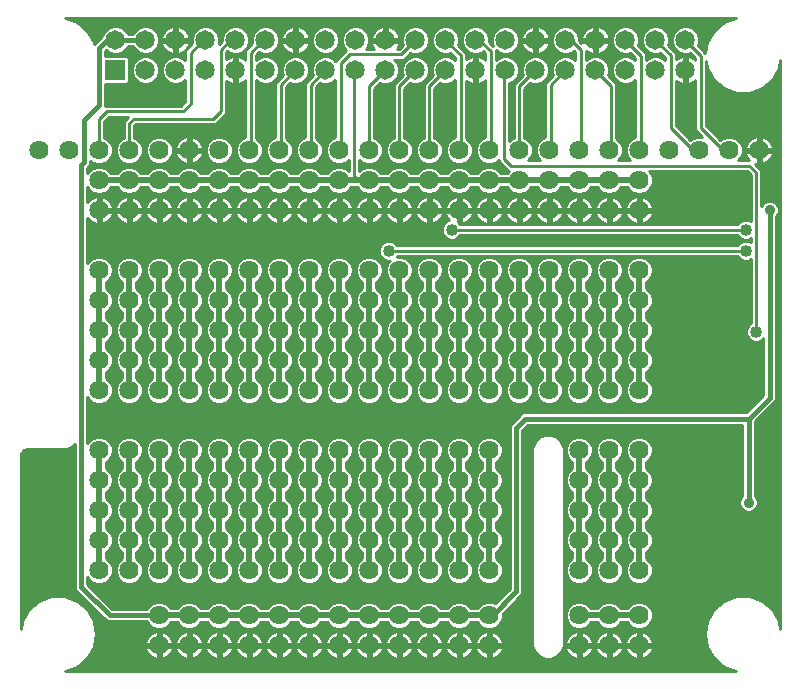
<source format=gbl>
G75*
%MOIN*%
%OFA0B0*%
%FSLAX24Y24*%
%IPPOS*%
%LPD*%
%AMOC8*
5,1,8,0,0,1.08239X$1,22.5*
%
%ADD10C,0.0650*%
%ADD11R,0.0650X0.0650*%
%ADD12C,0.0640*%
%ADD13C,0.0100*%
%ADD14C,0.0400*%
%ADD15C,0.0200*%
%ADD16C,0.0160*%
%ADD17C,0.0350*%
D10*
X004445Y020319D03*
X005445Y020319D03*
X006445Y020319D03*
X007445Y020319D03*
X008445Y020319D03*
X009445Y020319D03*
X010445Y020319D03*
X011445Y020319D03*
X012445Y020319D03*
X013445Y020319D03*
X014445Y020319D03*
X015445Y020319D03*
X016445Y020319D03*
X017445Y020319D03*
X018445Y020319D03*
X019445Y020319D03*
X020445Y020319D03*
X021445Y020319D03*
X022445Y020319D03*
X022445Y021319D03*
X021445Y021319D03*
X020445Y021319D03*
X019445Y021319D03*
X018445Y021319D03*
X017445Y021319D03*
X016445Y021319D03*
X015445Y021319D03*
X014445Y021319D03*
X013445Y021319D03*
X012445Y021319D03*
X011445Y021319D03*
X010445Y021319D03*
X009445Y021319D03*
X008445Y021319D03*
X007445Y021319D03*
X006445Y021319D03*
X005445Y021319D03*
X004445Y021319D03*
X003445Y021319D03*
D11*
X003445Y020319D03*
D12*
X003900Y017650D03*
X004900Y017650D03*
X004900Y016650D03*
X003900Y016650D03*
X003900Y015650D03*
X004900Y015650D03*
X005900Y015650D03*
X005900Y016650D03*
X005900Y017650D03*
X006900Y017650D03*
X006900Y016650D03*
X006900Y015650D03*
X007900Y015650D03*
X007900Y016650D03*
X007900Y017650D03*
X008900Y017650D03*
X008900Y016650D03*
X008900Y015650D03*
X009900Y015650D03*
X009900Y016650D03*
X009900Y017650D03*
X010900Y017650D03*
X011900Y017650D03*
X011900Y016650D03*
X010900Y016650D03*
X010900Y015650D03*
X011900Y015650D03*
X012900Y015650D03*
X012900Y016650D03*
X012900Y017650D03*
X013900Y017650D03*
X013900Y016650D03*
X013900Y015650D03*
X014900Y015650D03*
X014900Y016650D03*
X014900Y017650D03*
X015900Y017650D03*
X015900Y016650D03*
X015900Y015650D03*
X016900Y015650D03*
X016900Y016650D03*
X016900Y017650D03*
X017900Y017650D03*
X018900Y017650D03*
X018900Y016650D03*
X017900Y016650D03*
X017900Y015650D03*
X018900Y015650D03*
X019900Y015650D03*
X019900Y016650D03*
X019900Y017650D03*
X020900Y017650D03*
X020900Y016650D03*
X020900Y015650D03*
X021900Y017650D03*
X022900Y017650D03*
X023900Y017650D03*
X024900Y017650D03*
X020900Y013650D03*
X019900Y013650D03*
X018900Y013650D03*
X017900Y013650D03*
X016900Y013650D03*
X015900Y013650D03*
X014900Y013650D03*
X013900Y013650D03*
X012900Y013650D03*
X011900Y013650D03*
X010900Y013650D03*
X009900Y013650D03*
X008900Y013650D03*
X007900Y013650D03*
X006900Y013650D03*
X005900Y013650D03*
X004900Y013650D03*
X003900Y013650D03*
X002900Y013650D03*
X002900Y012650D03*
X002900Y011650D03*
X003900Y011650D03*
X004900Y011650D03*
X004900Y012650D03*
X003900Y012650D03*
X005900Y012650D03*
X005900Y011650D03*
X006900Y011650D03*
X006900Y012650D03*
X007900Y012650D03*
X007900Y011650D03*
X008900Y011650D03*
X008900Y012650D03*
X009900Y012650D03*
X009900Y011650D03*
X010900Y011650D03*
X011900Y011650D03*
X011900Y012650D03*
X010900Y012650D03*
X012900Y012650D03*
X012900Y011650D03*
X013900Y011650D03*
X013900Y012650D03*
X014900Y012650D03*
X014900Y011650D03*
X015900Y011650D03*
X015900Y012650D03*
X016900Y012650D03*
X016900Y011650D03*
X017900Y011650D03*
X018900Y011650D03*
X018900Y012650D03*
X017900Y012650D03*
X019900Y012650D03*
X019900Y011650D03*
X020900Y011650D03*
X020900Y012650D03*
X020900Y010650D03*
X020900Y009650D03*
X019900Y009650D03*
X019900Y010650D03*
X018900Y010650D03*
X017900Y010650D03*
X017900Y009650D03*
X018900Y009650D03*
X016900Y009650D03*
X016900Y010650D03*
X015900Y010650D03*
X015900Y009650D03*
X014900Y009650D03*
X014900Y010650D03*
X013900Y010650D03*
X013900Y009650D03*
X012900Y009650D03*
X012900Y010650D03*
X011900Y010650D03*
X010900Y010650D03*
X010900Y009650D03*
X011900Y009650D03*
X009900Y009650D03*
X009900Y010650D03*
X008900Y010650D03*
X008900Y009650D03*
X007900Y009650D03*
X007900Y010650D03*
X006900Y010650D03*
X006900Y009650D03*
X005900Y009650D03*
X005900Y010650D03*
X004900Y010650D03*
X003900Y010650D03*
X003900Y009650D03*
X004900Y009650D03*
X002900Y009650D03*
X002900Y010650D03*
X002900Y007650D03*
X003900Y007650D03*
X004900Y007650D03*
X005900Y007650D03*
X006900Y007650D03*
X007900Y007650D03*
X008900Y007650D03*
X009900Y007650D03*
X010900Y007650D03*
X011900Y007650D03*
X012900Y007650D03*
X013900Y007650D03*
X014900Y007650D03*
X015900Y007650D03*
X015900Y006650D03*
X015900Y005650D03*
X014900Y005650D03*
X014900Y006650D03*
X013900Y006650D03*
X013900Y005650D03*
X012900Y005650D03*
X012900Y006650D03*
X011900Y006650D03*
X010900Y006650D03*
X010900Y005650D03*
X011900Y005650D03*
X011900Y004650D03*
X010900Y004650D03*
X010900Y003650D03*
X011900Y003650D03*
X012900Y003650D03*
X012900Y004650D03*
X013900Y004650D03*
X013900Y003650D03*
X014900Y003650D03*
X014900Y004650D03*
X015900Y004650D03*
X015900Y003650D03*
X015900Y002150D03*
X015900Y001150D03*
X014900Y001150D03*
X014900Y002150D03*
X013900Y002150D03*
X013900Y001150D03*
X012900Y001150D03*
X012900Y002150D03*
X011900Y002150D03*
X010900Y002150D03*
X010900Y001150D03*
X011900Y001150D03*
X009900Y001150D03*
X009900Y002150D03*
X008900Y002150D03*
X008900Y001150D03*
X007900Y001150D03*
X007900Y002150D03*
X006900Y002150D03*
X006900Y001150D03*
X005900Y001150D03*
X005900Y002150D03*
X004900Y002150D03*
X004900Y001150D03*
X004900Y003650D03*
X003900Y003650D03*
X003900Y004650D03*
X004900Y004650D03*
X005900Y004650D03*
X005900Y003650D03*
X006900Y003650D03*
X006900Y004650D03*
X007900Y004650D03*
X007900Y003650D03*
X008900Y003650D03*
X008900Y004650D03*
X009900Y004650D03*
X009900Y003650D03*
X009900Y005650D03*
X009900Y006650D03*
X008900Y006650D03*
X008900Y005650D03*
X007900Y005650D03*
X007900Y006650D03*
X006900Y006650D03*
X006900Y005650D03*
X005900Y005650D03*
X005900Y006650D03*
X004900Y006650D03*
X003900Y006650D03*
X003900Y005650D03*
X004900Y005650D03*
X002900Y005650D03*
X002900Y006650D03*
X002900Y004650D03*
X002900Y003650D03*
X002900Y015650D03*
X002900Y016650D03*
X002900Y017650D03*
X001900Y017650D03*
X000900Y017650D03*
X018900Y007650D03*
X019900Y007650D03*
X020900Y007650D03*
X020900Y006650D03*
X020900Y005650D03*
X019900Y005650D03*
X019900Y006650D03*
X018900Y006650D03*
X018900Y005650D03*
X018900Y004650D03*
X018900Y003650D03*
X019900Y003650D03*
X019900Y004650D03*
X020900Y004650D03*
X020900Y003650D03*
X020900Y002150D03*
X020900Y001150D03*
X019900Y001150D03*
X019900Y002150D03*
X018900Y002150D03*
X018900Y001150D03*
D13*
X002163Y000428D02*
X001771Y000285D01*
X024119Y000285D01*
X023727Y000428D01*
X023389Y000711D01*
X023169Y001093D01*
X023092Y001528D01*
X023169Y001962D01*
X023389Y002345D01*
X023727Y002628D01*
X024142Y002779D01*
X024583Y002779D01*
X024998Y002628D01*
X025336Y002345D01*
X025556Y001962D01*
X025606Y001684D01*
X025606Y020663D01*
X025556Y020385D01*
X025336Y020003D01*
X024998Y019719D01*
X024583Y019568D01*
X024142Y019568D01*
X023727Y019719D01*
X023389Y020003D01*
X023169Y020385D01*
X023130Y020605D01*
X023130Y018475D01*
X023609Y017995D01*
X023645Y018031D01*
X023810Y018100D01*
X023990Y018100D01*
X024155Y018031D01*
X024281Y017905D01*
X024350Y017740D01*
X024350Y017560D01*
X024281Y017395D01*
X024196Y017309D01*
X024576Y017309D01*
X024542Y017344D01*
X024498Y017404D01*
X024464Y017470D01*
X024442Y017540D01*
X024432Y017600D01*
X024850Y017600D01*
X024850Y017700D01*
X024850Y018118D01*
X024790Y018108D01*
X024720Y018086D01*
X024654Y018052D01*
X024594Y018008D01*
X024542Y017956D01*
X024498Y017896D01*
X024464Y017830D01*
X024442Y017760D01*
X024432Y017700D01*
X024850Y017700D01*
X024950Y017700D01*
X024950Y018118D01*
X025010Y018108D01*
X025080Y018086D01*
X025146Y018052D01*
X025206Y018008D01*
X025258Y017956D01*
X025302Y017896D01*
X025336Y017830D01*
X025358Y017760D01*
X025368Y017700D01*
X024950Y017700D01*
X024950Y017600D01*
X025368Y017600D01*
X025358Y017540D01*
X025336Y017470D01*
X025302Y017404D01*
X025258Y017344D01*
X025206Y017292D01*
X025146Y017248D01*
X025080Y017214D01*
X025010Y017192D01*
X024950Y017182D01*
X024950Y017600D01*
X024850Y017600D01*
X024850Y017182D01*
X024790Y017192D01*
X024763Y017200D01*
X024980Y016983D01*
X024980Y015795D01*
X024991Y015823D01*
X025077Y015909D01*
X025189Y015955D01*
X025311Y015955D01*
X025423Y015909D01*
X025509Y015823D01*
X025555Y015711D01*
X025555Y015589D01*
X025509Y015477D01*
X025460Y015429D01*
X025460Y009313D01*
X024760Y008613D01*
X024760Y006121D01*
X024809Y006073D01*
X024855Y005961D01*
X024855Y005839D01*
X024809Y005727D01*
X024723Y005641D01*
X024611Y005595D01*
X024489Y005595D01*
X024377Y005641D01*
X024291Y005727D01*
X024245Y005839D01*
X024245Y005961D01*
X024291Y006073D01*
X024340Y006121D01*
X024340Y008490D01*
X017187Y008490D01*
X017010Y008313D01*
X017010Y002863D01*
X016887Y002740D01*
X016350Y002203D01*
X016350Y002060D01*
X016281Y001895D01*
X016155Y001769D01*
X015990Y001700D01*
X015810Y001700D01*
X015645Y001769D01*
X015519Y001895D01*
X015508Y001920D01*
X015292Y001920D01*
X015281Y001895D01*
X015155Y001769D01*
X014990Y001700D01*
X014810Y001700D01*
X014645Y001769D01*
X014519Y001895D01*
X014508Y001920D01*
X014292Y001920D01*
X014281Y001895D01*
X014155Y001769D01*
X013990Y001700D01*
X013810Y001700D01*
X013645Y001769D01*
X013519Y001895D01*
X013508Y001920D01*
X013292Y001920D01*
X013281Y001895D01*
X013155Y001769D01*
X012990Y001700D01*
X012810Y001700D01*
X012645Y001769D01*
X012519Y001895D01*
X012508Y001920D01*
X012292Y001920D01*
X012281Y001895D01*
X012155Y001769D01*
X011990Y001700D01*
X011810Y001700D01*
X011645Y001769D01*
X011519Y001895D01*
X011508Y001920D01*
X011292Y001920D01*
X011281Y001895D01*
X011155Y001769D01*
X010990Y001700D01*
X010810Y001700D01*
X010645Y001769D01*
X010519Y001895D01*
X010508Y001920D01*
X010292Y001920D01*
X010281Y001895D01*
X010155Y001769D01*
X009990Y001700D01*
X009810Y001700D01*
X009645Y001769D01*
X009519Y001895D01*
X009508Y001920D01*
X009292Y001920D01*
X009281Y001895D01*
X009155Y001769D01*
X008990Y001700D01*
X008810Y001700D01*
X008645Y001769D01*
X008519Y001895D01*
X008508Y001920D01*
X008292Y001920D01*
X008281Y001895D01*
X008155Y001769D01*
X007990Y001700D01*
X007810Y001700D01*
X007645Y001769D01*
X007519Y001895D01*
X007508Y001920D01*
X007292Y001920D01*
X007281Y001895D01*
X007155Y001769D01*
X006990Y001700D01*
X006810Y001700D01*
X006645Y001769D01*
X006519Y001895D01*
X006508Y001920D01*
X006292Y001920D01*
X006281Y001895D01*
X006155Y001769D01*
X005990Y001700D01*
X005810Y001700D01*
X005645Y001769D01*
X005519Y001895D01*
X005508Y001920D01*
X005292Y001920D01*
X005281Y001895D01*
X005155Y001769D01*
X004990Y001700D01*
X004810Y001700D01*
X004645Y001769D01*
X004519Y001895D01*
X004500Y001940D01*
X003163Y001940D01*
X002213Y002890D01*
X002090Y003013D01*
X002090Y007838D01*
X002024Y007773D01*
X002024Y007773D01*
X001830Y007692D01*
X000544Y007692D01*
X000493Y007687D01*
X000400Y007649D01*
X000329Y007577D01*
X000290Y007484D01*
X000285Y007433D01*
X000285Y001684D01*
X000334Y001962D01*
X000555Y002345D01*
X000893Y002628D01*
X001307Y002779D01*
X001749Y002779D01*
X002163Y002628D01*
X002501Y002345D01*
X002722Y001962D01*
X002798Y001528D01*
X002722Y001093D01*
X002501Y000711D01*
X002163Y000428D01*
X002184Y000446D02*
X023706Y000446D01*
X023589Y000544D02*
X002302Y000544D01*
X002419Y000643D02*
X023471Y000643D01*
X023372Y000741D02*
X021133Y000741D01*
X021146Y000748D02*
X021206Y000792D01*
X021258Y000844D01*
X021302Y000904D01*
X021336Y000970D01*
X021358Y001040D01*
X021368Y001100D01*
X020950Y001100D01*
X020950Y001200D01*
X020850Y001200D01*
X020850Y001618D01*
X020790Y001608D01*
X020720Y001586D01*
X020654Y001552D01*
X020594Y001508D01*
X020542Y001456D01*
X020498Y001396D01*
X020464Y001330D01*
X020442Y001260D01*
X020432Y001200D01*
X020850Y001200D01*
X020850Y001100D01*
X020432Y001100D01*
X020442Y001040D01*
X020464Y000970D01*
X020498Y000904D01*
X020542Y000844D01*
X020594Y000792D01*
X020654Y000748D01*
X020720Y000714D01*
X020790Y000692D01*
X020850Y000682D01*
X020850Y001100D01*
X020950Y001100D01*
X020950Y000682D01*
X021010Y000692D01*
X021080Y000714D01*
X021146Y000748D01*
X021254Y000840D02*
X023315Y000840D01*
X023258Y000938D02*
X021319Y000938D01*
X021357Y001037D02*
X023202Y001037D01*
X023161Y001135D02*
X020950Y001135D01*
X020950Y001200D02*
X021368Y001200D01*
X021358Y001260D01*
X021336Y001330D01*
X021302Y001396D01*
X021258Y001456D01*
X021206Y001508D01*
X021146Y001552D01*
X021080Y001586D01*
X021010Y001608D01*
X020950Y001618D01*
X020950Y001200D01*
X020950Y001234D02*
X020850Y001234D01*
X020850Y001332D02*
X020950Y001332D01*
X020950Y001431D02*
X020850Y001431D01*
X020850Y001529D02*
X020950Y001529D01*
X020990Y001700D02*
X020810Y001700D01*
X020645Y001769D01*
X020519Y001895D01*
X020508Y001920D01*
X020292Y001920D01*
X020281Y001895D01*
X020155Y001769D01*
X019990Y001700D01*
X019810Y001700D01*
X019645Y001769D01*
X019519Y001895D01*
X019508Y001920D01*
X019292Y001920D01*
X019281Y001895D01*
X019155Y001769D01*
X018990Y001700D01*
X018810Y001700D01*
X018645Y001769D01*
X018519Y001895D01*
X018450Y002060D01*
X018450Y002240D01*
X018519Y002405D01*
X018645Y002531D01*
X018810Y002600D01*
X018990Y002600D01*
X019155Y002531D01*
X019281Y002405D01*
X019292Y002380D01*
X019508Y002380D01*
X019519Y002405D01*
X019645Y002531D01*
X019810Y002600D01*
X019990Y002600D01*
X020155Y002531D01*
X020281Y002405D01*
X020292Y002380D01*
X020508Y002380D01*
X020519Y002405D01*
X020645Y002531D01*
X020810Y002600D01*
X020990Y002600D01*
X021155Y002531D01*
X021281Y002405D01*
X021350Y002240D01*
X021350Y002060D01*
X021281Y001895D01*
X021155Y001769D01*
X020990Y001700D01*
X021052Y001726D02*
X023127Y001726D01*
X023110Y001628D02*
X018390Y001628D01*
X018390Y001726D02*
X018748Y001726D01*
X018790Y001608D02*
X018720Y001586D01*
X018654Y001552D01*
X018594Y001508D01*
X018542Y001456D01*
X018498Y001396D01*
X018464Y001330D01*
X018442Y001260D01*
X018432Y001200D01*
X018850Y001200D01*
X018850Y001618D01*
X018790Y001608D01*
X018850Y001529D02*
X018950Y001529D01*
X018950Y001618D02*
X018950Y001200D01*
X018850Y001200D01*
X018850Y001100D01*
X018432Y001100D01*
X018442Y001040D01*
X018464Y000970D01*
X018498Y000904D01*
X018542Y000844D01*
X018594Y000792D01*
X018654Y000748D01*
X018720Y000714D01*
X018790Y000692D01*
X018850Y000682D01*
X018850Y001100D01*
X018950Y001100D01*
X018950Y001200D01*
X019368Y001200D01*
X019358Y001260D01*
X019336Y001330D01*
X019302Y001396D01*
X019258Y001456D01*
X019206Y001508D01*
X019146Y001552D01*
X019080Y001586D01*
X019010Y001608D01*
X018950Y001618D01*
X019052Y001726D02*
X019748Y001726D01*
X019790Y001608D02*
X019720Y001586D01*
X019654Y001552D01*
X019594Y001508D01*
X019542Y001456D01*
X019498Y001396D01*
X019464Y001330D01*
X019442Y001260D01*
X019432Y001200D01*
X019850Y001200D01*
X019850Y001618D01*
X019790Y001608D01*
X019850Y001529D02*
X019950Y001529D01*
X019950Y001618D02*
X019950Y001200D01*
X019850Y001200D01*
X019850Y001100D01*
X019432Y001100D01*
X019442Y001040D01*
X019464Y000970D01*
X019498Y000904D01*
X019542Y000844D01*
X019594Y000792D01*
X019654Y000748D01*
X019720Y000714D01*
X019790Y000692D01*
X019850Y000682D01*
X019850Y001100D01*
X019950Y001100D01*
X019950Y001200D01*
X020368Y001200D01*
X020358Y001260D01*
X020336Y001330D01*
X020302Y001396D01*
X020258Y001456D01*
X020206Y001508D01*
X020146Y001552D01*
X020080Y001586D01*
X020010Y001608D01*
X019950Y001618D01*
X020052Y001726D02*
X020748Y001726D01*
X020589Y001825D02*
X020211Y001825D01*
X020178Y001529D02*
X020622Y001529D01*
X020523Y001431D02*
X020277Y001431D01*
X020335Y001332D02*
X020465Y001332D01*
X020437Y001234D02*
X020363Y001234D01*
X020368Y001100D02*
X019950Y001100D01*
X019950Y000682D01*
X020010Y000692D01*
X020080Y000714D01*
X020146Y000748D01*
X020206Y000792D01*
X020258Y000844D01*
X020302Y000904D01*
X020336Y000970D01*
X020358Y001040D01*
X020368Y001100D01*
X020357Y001037D02*
X020443Y001037D01*
X020481Y000938D02*
X020319Y000938D01*
X020254Y000840D02*
X020546Y000840D01*
X020667Y000741D02*
X020133Y000741D01*
X019950Y000741D02*
X019850Y000741D01*
X019850Y000840D02*
X019950Y000840D01*
X019950Y000938D02*
X019850Y000938D01*
X019850Y001037D02*
X019950Y001037D01*
X019950Y001135D02*
X020850Y001135D01*
X020850Y001037D02*
X020950Y001037D01*
X020950Y000938D02*
X020850Y000938D01*
X020850Y000840D02*
X020950Y000840D01*
X020950Y000741D02*
X020850Y000741D01*
X021363Y001234D02*
X023144Y001234D01*
X023127Y001332D02*
X021335Y001332D01*
X021277Y001431D02*
X023109Y001431D01*
X023092Y001529D02*
X021178Y001529D01*
X021211Y001825D02*
X023144Y001825D01*
X023162Y001923D02*
X021293Y001923D01*
X021334Y002022D02*
X023203Y002022D01*
X023260Y002120D02*
X021350Y002120D01*
X021350Y002219D02*
X023317Y002219D01*
X023373Y002317D02*
X021318Y002317D01*
X021271Y002416D02*
X023474Y002416D01*
X023591Y002514D02*
X021172Y002514D01*
X020628Y002514D02*
X020172Y002514D01*
X020271Y002416D02*
X020529Y002416D01*
X020810Y003200D02*
X020645Y003269D01*
X020519Y003395D01*
X020450Y003560D01*
X020450Y003740D01*
X020519Y003905D01*
X020645Y004031D01*
X020670Y004042D01*
X020670Y004258D01*
X020645Y004269D01*
X020519Y004395D01*
X020450Y004560D01*
X020450Y004740D01*
X020519Y004905D01*
X020645Y005031D01*
X020670Y005042D01*
X020670Y005258D01*
X020645Y005269D01*
X020519Y005395D01*
X020450Y005560D01*
X020450Y005740D01*
X020519Y005905D01*
X020645Y006031D01*
X020670Y006042D01*
X020670Y006258D01*
X020645Y006269D01*
X020519Y006395D01*
X020450Y006560D01*
X020450Y006740D01*
X020519Y006905D01*
X020645Y007031D01*
X020670Y007042D01*
X020670Y007258D01*
X020645Y007269D01*
X020519Y007395D01*
X020450Y007560D01*
X020450Y007740D01*
X020519Y007905D01*
X020645Y008031D01*
X020810Y008100D01*
X020990Y008100D01*
X021155Y008031D01*
X021281Y007905D01*
X021350Y007740D01*
X021350Y007560D01*
X021281Y007395D01*
X021155Y007269D01*
X021130Y007258D01*
X021130Y007042D01*
X021155Y007031D01*
X021281Y006905D01*
X021350Y006740D01*
X021350Y006560D01*
X021281Y006395D01*
X021155Y006269D01*
X021130Y006258D01*
X021130Y006042D01*
X021155Y006031D01*
X021281Y005905D01*
X021350Y005740D01*
X021350Y005560D01*
X021281Y005395D01*
X021155Y005269D01*
X021130Y005258D01*
X021130Y005042D01*
X021155Y005031D01*
X021281Y004905D01*
X021350Y004740D01*
X021350Y004560D01*
X021281Y004395D01*
X021155Y004269D01*
X021130Y004258D01*
X021130Y004042D01*
X021155Y004031D01*
X021281Y003905D01*
X021350Y003740D01*
X021350Y003560D01*
X021281Y003395D01*
X021155Y003269D01*
X020990Y003200D01*
X020810Y003200D01*
X020802Y003204D02*
X019998Y003204D01*
X019990Y003200D02*
X020155Y003269D01*
X020281Y003395D01*
X020350Y003560D01*
X020350Y003740D01*
X020281Y003905D01*
X020155Y004031D01*
X020130Y004042D01*
X020130Y004258D01*
X020155Y004269D01*
X020281Y004395D01*
X020350Y004560D01*
X020350Y004740D01*
X020281Y004905D01*
X020155Y005031D01*
X020130Y005042D01*
X020130Y005258D01*
X020155Y005269D01*
X020281Y005395D01*
X020350Y005560D01*
X020350Y005740D01*
X020281Y005905D01*
X020155Y006031D01*
X020130Y006042D01*
X020130Y006258D01*
X020155Y006269D01*
X020281Y006395D01*
X020350Y006560D01*
X020350Y006740D01*
X020281Y006905D01*
X020155Y007031D01*
X020130Y007042D01*
X020130Y007258D01*
X020155Y007269D01*
X020281Y007395D01*
X020350Y007560D01*
X020350Y007740D01*
X020281Y007905D01*
X020155Y008031D01*
X019990Y008100D01*
X019810Y008100D01*
X019645Y008031D01*
X019519Y007905D01*
X019450Y007740D01*
X019450Y007560D01*
X019519Y007395D01*
X019645Y007269D01*
X019670Y007258D01*
X019670Y007042D01*
X019645Y007031D01*
X019519Y006905D01*
X019450Y006740D01*
X019450Y006560D01*
X019519Y006395D01*
X019645Y006269D01*
X019670Y006258D01*
X019670Y006042D01*
X019645Y006031D01*
X019519Y005905D01*
X019450Y005740D01*
X019450Y005560D01*
X019519Y005395D01*
X019645Y005269D01*
X019670Y005258D01*
X019670Y005042D01*
X019645Y005031D01*
X019519Y004905D01*
X019450Y004740D01*
X019450Y004560D01*
X019519Y004395D01*
X019645Y004269D01*
X019670Y004258D01*
X019670Y004042D01*
X019645Y004031D01*
X019519Y003905D01*
X019450Y003740D01*
X019450Y003560D01*
X019519Y003395D01*
X019645Y003269D01*
X019810Y003200D01*
X019990Y003200D01*
X019802Y003204D02*
X018998Y003204D01*
X018990Y003200D02*
X019155Y003269D01*
X019281Y003395D01*
X019350Y003560D01*
X019350Y003740D01*
X019281Y003905D01*
X019155Y004031D01*
X019130Y004042D01*
X019130Y004258D01*
X019155Y004269D01*
X019281Y004395D01*
X019350Y004560D01*
X019350Y004740D01*
X019281Y004905D01*
X019155Y005031D01*
X019130Y005042D01*
X019130Y005258D01*
X019155Y005269D01*
X019281Y005395D01*
X019350Y005560D01*
X019350Y005740D01*
X019281Y005905D01*
X019155Y006031D01*
X019130Y006042D01*
X019130Y006258D01*
X019155Y006269D01*
X019281Y006395D01*
X019350Y006560D01*
X019350Y006740D01*
X019281Y006905D01*
X019155Y007031D01*
X019130Y007042D01*
X019130Y007258D01*
X019155Y007269D01*
X019281Y007395D01*
X019350Y007560D01*
X019350Y007740D01*
X019281Y007905D01*
X019155Y008031D01*
X018990Y008100D01*
X018810Y008100D01*
X018645Y008031D01*
X018519Y007905D01*
X018450Y007740D01*
X018450Y007560D01*
X018519Y007395D01*
X018645Y007269D01*
X018670Y007258D01*
X018670Y007042D01*
X018645Y007031D01*
X018519Y006905D01*
X018450Y006740D01*
X018450Y006560D01*
X018519Y006395D01*
X018645Y006269D01*
X018670Y006258D01*
X018670Y006042D01*
X018645Y006031D01*
X018519Y005905D01*
X018450Y005740D01*
X018450Y005560D01*
X018519Y005395D01*
X018645Y005269D01*
X018670Y005258D01*
X018670Y005042D01*
X018645Y005031D01*
X018519Y004905D01*
X018450Y004740D01*
X018450Y004560D01*
X018519Y004395D01*
X018645Y004269D01*
X018670Y004258D01*
X018670Y004042D01*
X018645Y004031D01*
X018519Y003905D01*
X018450Y003740D01*
X018450Y003560D01*
X018519Y003395D01*
X018645Y003269D01*
X018810Y003200D01*
X018990Y003200D01*
X018802Y003204D02*
X018390Y003204D01*
X018390Y003302D02*
X018612Y003302D01*
X018516Y003401D02*
X018390Y003401D01*
X018390Y003499D02*
X018475Y003499D01*
X018450Y003598D02*
X018390Y003598D01*
X018390Y003696D02*
X018450Y003696D01*
X018473Y003795D02*
X018390Y003795D01*
X018390Y003893D02*
X018514Y003893D01*
X018605Y003992D02*
X018390Y003992D01*
X018390Y004090D02*
X018670Y004090D01*
X018670Y004189D02*
X018390Y004189D01*
X018390Y004287D02*
X018627Y004287D01*
X018528Y004386D02*
X018390Y004386D01*
X018390Y004484D02*
X018482Y004484D01*
X018450Y004583D02*
X018390Y004583D01*
X018390Y004681D02*
X018450Y004681D01*
X018467Y004780D02*
X018390Y004780D01*
X018390Y004878D02*
X018507Y004878D01*
X018590Y004977D02*
X018390Y004977D01*
X018390Y005075D02*
X018670Y005075D01*
X018670Y005174D02*
X018390Y005174D01*
X018390Y005272D02*
X018642Y005272D01*
X018543Y005371D02*
X018390Y005371D01*
X018390Y005469D02*
X018488Y005469D01*
X018450Y005568D02*
X018390Y005568D01*
X018390Y005666D02*
X018450Y005666D01*
X018460Y005765D02*
X018390Y005765D01*
X018390Y005863D02*
X018501Y005863D01*
X018575Y005962D02*
X018390Y005962D01*
X018390Y006060D02*
X018670Y006060D01*
X018670Y006159D02*
X018390Y006159D01*
X018390Y006257D02*
X018670Y006257D01*
X018558Y006356D02*
X018390Y006356D01*
X018390Y006454D02*
X018494Y006454D01*
X018453Y006553D02*
X018390Y006553D01*
X018390Y006651D02*
X018450Y006651D01*
X018454Y006750D02*
X018390Y006750D01*
X018390Y006848D02*
X018495Y006848D01*
X018560Y006947D02*
X018390Y006947D01*
X018390Y007045D02*
X018670Y007045D01*
X018670Y007144D02*
X018390Y007144D01*
X018390Y007242D02*
X018670Y007242D01*
X018573Y007341D02*
X018390Y007341D01*
X018390Y007439D02*
X018500Y007439D01*
X018460Y007538D02*
X018390Y007538D01*
X018390Y007636D02*
X018450Y007636D01*
X018450Y007735D02*
X018390Y007735D01*
X018390Y007734D02*
X018311Y007927D01*
X018163Y008074D01*
X017971Y008154D01*
X017762Y008154D01*
X017570Y008074D01*
X017570Y008074D01*
X017423Y007927D01*
X017343Y007734D01*
X017343Y001121D01*
X017423Y000928D01*
X017570Y000781D01*
X017762Y000701D01*
X017920Y000701D01*
X017971Y000701D01*
X018163Y000781D01*
X018163Y000781D01*
X018311Y000928D01*
X018390Y001121D01*
X018390Y007734D01*
X018349Y007833D02*
X018489Y007833D01*
X018545Y007932D02*
X018306Y007932D01*
X018311Y007927D02*
X018311Y007927D01*
X018207Y008030D02*
X018644Y008030D01*
X019156Y008030D02*
X019644Y008030D01*
X019545Y007932D02*
X019255Y007932D01*
X019311Y007833D02*
X019489Y007833D01*
X019450Y007735D02*
X019350Y007735D01*
X019350Y007636D02*
X019450Y007636D01*
X019460Y007538D02*
X019340Y007538D01*
X019300Y007439D02*
X019500Y007439D01*
X019573Y007341D02*
X019227Y007341D01*
X019130Y007242D02*
X019670Y007242D01*
X019670Y007144D02*
X019130Y007144D01*
X019130Y007045D02*
X019670Y007045D01*
X019560Y006947D02*
X019240Y006947D01*
X019305Y006848D02*
X019495Y006848D01*
X019454Y006750D02*
X019346Y006750D01*
X019350Y006651D02*
X019450Y006651D01*
X019453Y006553D02*
X019347Y006553D01*
X019306Y006454D02*
X019494Y006454D01*
X019558Y006356D02*
X019242Y006356D01*
X019130Y006257D02*
X019670Y006257D01*
X019670Y006159D02*
X019130Y006159D01*
X019130Y006060D02*
X019670Y006060D01*
X019575Y005962D02*
X019225Y005962D01*
X019299Y005863D02*
X019501Y005863D01*
X019460Y005765D02*
X019340Y005765D01*
X019350Y005666D02*
X019450Y005666D01*
X019450Y005568D02*
X019350Y005568D01*
X019312Y005469D02*
X019488Y005469D01*
X019543Y005371D02*
X019257Y005371D01*
X019158Y005272D02*
X019642Y005272D01*
X019670Y005174D02*
X019130Y005174D01*
X019130Y005075D02*
X019670Y005075D01*
X019590Y004977D02*
X019210Y004977D01*
X019293Y004878D02*
X019507Y004878D01*
X019467Y004780D02*
X019333Y004780D01*
X019350Y004681D02*
X019450Y004681D01*
X019450Y004583D02*
X019350Y004583D01*
X019318Y004484D02*
X019482Y004484D01*
X019528Y004386D02*
X019272Y004386D01*
X019173Y004287D02*
X019627Y004287D01*
X019670Y004189D02*
X019130Y004189D01*
X019130Y004090D02*
X019670Y004090D01*
X019605Y003992D02*
X019195Y003992D01*
X019286Y003893D02*
X019514Y003893D01*
X019473Y003795D02*
X019327Y003795D01*
X019350Y003696D02*
X019450Y003696D01*
X019450Y003598D02*
X019350Y003598D01*
X019325Y003499D02*
X019475Y003499D01*
X019516Y003401D02*
X019284Y003401D01*
X019188Y003302D02*
X019612Y003302D01*
X020188Y003302D02*
X020612Y003302D01*
X020516Y003401D02*
X020284Y003401D01*
X020325Y003499D02*
X020475Y003499D01*
X020450Y003598D02*
X020350Y003598D01*
X020350Y003696D02*
X020450Y003696D01*
X020473Y003795D02*
X020327Y003795D01*
X020286Y003893D02*
X020514Y003893D01*
X020605Y003992D02*
X020195Y003992D01*
X020130Y004090D02*
X020670Y004090D01*
X020670Y004189D02*
X020130Y004189D01*
X020173Y004287D02*
X020627Y004287D01*
X020528Y004386D02*
X020272Y004386D01*
X020318Y004484D02*
X020482Y004484D01*
X020450Y004583D02*
X020350Y004583D01*
X020350Y004681D02*
X020450Y004681D01*
X020467Y004780D02*
X020333Y004780D01*
X020293Y004878D02*
X020507Y004878D01*
X020590Y004977D02*
X020210Y004977D01*
X020130Y005075D02*
X020670Y005075D01*
X020670Y005174D02*
X020130Y005174D01*
X020158Y005272D02*
X020642Y005272D01*
X020543Y005371D02*
X020257Y005371D01*
X020312Y005469D02*
X020488Y005469D01*
X020450Y005568D02*
X020350Y005568D01*
X020350Y005666D02*
X020450Y005666D01*
X020460Y005765D02*
X020340Y005765D01*
X020299Y005863D02*
X020501Y005863D01*
X020575Y005962D02*
X020225Y005962D01*
X020130Y006060D02*
X020670Y006060D01*
X020670Y006159D02*
X020130Y006159D01*
X020130Y006257D02*
X020670Y006257D01*
X020558Y006356D02*
X020242Y006356D01*
X020306Y006454D02*
X020494Y006454D01*
X020453Y006553D02*
X020347Y006553D01*
X020350Y006651D02*
X020450Y006651D01*
X020454Y006750D02*
X020346Y006750D01*
X020305Y006848D02*
X020495Y006848D01*
X020560Y006947D02*
X020240Y006947D01*
X020130Y007045D02*
X020670Y007045D01*
X020670Y007144D02*
X020130Y007144D01*
X020130Y007242D02*
X020670Y007242D01*
X020573Y007341D02*
X020227Y007341D01*
X020300Y007439D02*
X020500Y007439D01*
X020460Y007538D02*
X020340Y007538D01*
X020350Y007636D02*
X020450Y007636D01*
X020450Y007735D02*
X020350Y007735D01*
X020311Y007833D02*
X020489Y007833D01*
X020545Y007932D02*
X020255Y007932D01*
X020156Y008030D02*
X020644Y008030D01*
X021156Y008030D02*
X024340Y008030D01*
X024340Y007932D02*
X021255Y007932D01*
X021311Y007833D02*
X024340Y007833D01*
X024340Y007735D02*
X021350Y007735D01*
X021350Y007636D02*
X024340Y007636D01*
X024340Y007538D02*
X021340Y007538D01*
X021300Y007439D02*
X024340Y007439D01*
X024340Y007341D02*
X021227Y007341D01*
X021130Y007242D02*
X024340Y007242D01*
X024340Y007144D02*
X021130Y007144D01*
X021130Y007045D02*
X024340Y007045D01*
X024340Y006947D02*
X021240Y006947D01*
X021305Y006848D02*
X024340Y006848D01*
X024340Y006750D02*
X021346Y006750D01*
X021350Y006651D02*
X024340Y006651D01*
X024340Y006553D02*
X021347Y006553D01*
X021306Y006454D02*
X024340Y006454D01*
X024340Y006356D02*
X021242Y006356D01*
X021130Y006257D02*
X024340Y006257D01*
X024340Y006159D02*
X021130Y006159D01*
X021130Y006060D02*
X024286Y006060D01*
X024245Y005962D02*
X021225Y005962D01*
X021299Y005863D02*
X024245Y005863D01*
X024276Y005765D02*
X021340Y005765D01*
X021350Y005666D02*
X024353Y005666D01*
X024747Y005666D02*
X025606Y005666D01*
X025606Y005568D02*
X021350Y005568D01*
X021312Y005469D02*
X025606Y005469D01*
X025606Y005371D02*
X021257Y005371D01*
X021158Y005272D02*
X025606Y005272D01*
X025606Y005174D02*
X021130Y005174D01*
X021130Y005075D02*
X025606Y005075D01*
X025606Y004977D02*
X021210Y004977D01*
X021293Y004878D02*
X025606Y004878D01*
X025606Y004780D02*
X021333Y004780D01*
X021350Y004681D02*
X025606Y004681D01*
X025606Y004583D02*
X021350Y004583D01*
X021318Y004484D02*
X025606Y004484D01*
X025606Y004386D02*
X021272Y004386D01*
X021173Y004287D02*
X025606Y004287D01*
X025606Y004189D02*
X021130Y004189D01*
X021130Y004090D02*
X025606Y004090D01*
X025606Y003992D02*
X021195Y003992D01*
X021286Y003893D02*
X025606Y003893D01*
X025606Y003795D02*
X021327Y003795D01*
X021350Y003696D02*
X025606Y003696D01*
X025606Y003598D02*
X021350Y003598D01*
X021325Y003499D02*
X025606Y003499D01*
X025606Y003401D02*
X021284Y003401D01*
X021188Y003302D02*
X025606Y003302D01*
X025606Y003204D02*
X020998Y003204D01*
X019628Y002514D02*
X019172Y002514D01*
X019271Y002416D02*
X019529Y002416D01*
X019589Y001825D02*
X019211Y001825D01*
X019178Y001529D02*
X019622Y001529D01*
X019523Y001431D02*
X019277Y001431D01*
X019335Y001332D02*
X019465Y001332D01*
X019437Y001234D02*
X019363Y001234D01*
X019368Y001100D02*
X018950Y001100D01*
X018950Y000682D01*
X019010Y000692D01*
X019080Y000714D01*
X019146Y000748D01*
X019206Y000792D01*
X019258Y000844D01*
X019302Y000904D01*
X019336Y000970D01*
X019358Y001040D01*
X019368Y001100D01*
X019357Y001037D02*
X019443Y001037D01*
X019481Y000938D02*
X019319Y000938D01*
X019254Y000840D02*
X019546Y000840D01*
X019667Y000741D02*
X019133Y000741D01*
X018950Y000741D02*
X018850Y000741D01*
X018850Y000840D02*
X018950Y000840D01*
X018950Y000938D02*
X018850Y000938D01*
X018850Y001037D02*
X018950Y001037D01*
X018950Y001135D02*
X019850Y001135D01*
X019850Y001234D02*
X019950Y001234D01*
X019950Y001332D02*
X019850Y001332D01*
X019850Y001431D02*
X019950Y001431D01*
X018950Y001431D02*
X018850Y001431D01*
X018850Y001332D02*
X018950Y001332D01*
X018950Y001234D02*
X018850Y001234D01*
X018850Y001135D02*
X018390Y001135D01*
X018390Y001234D02*
X018437Y001234D01*
X018465Y001332D02*
X018390Y001332D01*
X018390Y001431D02*
X018523Y001431D01*
X018622Y001529D02*
X018390Y001529D01*
X018390Y001825D02*
X018589Y001825D01*
X018507Y001923D02*
X018390Y001923D01*
X018390Y002022D02*
X018466Y002022D01*
X018450Y002120D02*
X018390Y002120D01*
X018390Y002219D02*
X018450Y002219D01*
X018482Y002317D02*
X018390Y002317D01*
X018390Y002416D02*
X018529Y002416D01*
X018628Y002514D02*
X018390Y002514D01*
X018390Y002613D02*
X023709Y002613D01*
X023955Y002711D02*
X018390Y002711D01*
X018390Y002810D02*
X025606Y002810D01*
X025606Y002908D02*
X018390Y002908D01*
X018390Y003007D02*
X025606Y003007D01*
X025606Y003105D02*
X018390Y003105D01*
X017343Y003105D02*
X017010Y003105D01*
X017010Y003007D02*
X017343Y003007D01*
X017343Y002908D02*
X017010Y002908D01*
X016956Y002810D02*
X017343Y002810D01*
X017343Y002711D02*
X016858Y002711D01*
X016759Y002613D02*
X017343Y002613D01*
X017343Y002514D02*
X016661Y002514D01*
X016562Y002416D02*
X017343Y002416D01*
X017343Y002317D02*
X016464Y002317D01*
X016365Y002219D02*
X017343Y002219D01*
X017343Y002120D02*
X016350Y002120D01*
X016334Y002022D02*
X017343Y002022D01*
X017343Y001923D02*
X016293Y001923D01*
X016211Y001825D02*
X017343Y001825D01*
X017343Y001726D02*
X016052Y001726D01*
X016010Y001608D02*
X015950Y001618D01*
X015950Y001200D01*
X015850Y001200D01*
X015850Y001618D01*
X015790Y001608D01*
X015720Y001586D01*
X015654Y001552D01*
X015594Y001508D01*
X015542Y001456D01*
X015498Y001396D01*
X015464Y001330D01*
X015442Y001260D01*
X015432Y001200D01*
X015850Y001200D01*
X015850Y001100D01*
X015432Y001100D01*
X015442Y001040D01*
X015464Y000970D01*
X015498Y000904D01*
X015542Y000844D01*
X015594Y000792D01*
X015654Y000748D01*
X015720Y000714D01*
X015790Y000692D01*
X015850Y000682D01*
X015850Y001100D01*
X015950Y001100D01*
X015950Y001200D01*
X016368Y001200D01*
X016358Y001260D01*
X016336Y001330D01*
X016302Y001396D01*
X016258Y001456D01*
X016206Y001508D01*
X016146Y001552D01*
X016080Y001586D01*
X016010Y001608D01*
X015950Y001529D02*
X015850Y001529D01*
X015850Y001431D02*
X015950Y001431D01*
X015950Y001332D02*
X015850Y001332D01*
X015850Y001234D02*
X015950Y001234D01*
X015950Y001135D02*
X017343Y001135D01*
X017343Y001234D02*
X016363Y001234D01*
X016335Y001332D02*
X017343Y001332D01*
X017343Y001431D02*
X016277Y001431D01*
X016178Y001529D02*
X017343Y001529D01*
X017343Y001628D02*
X002781Y001628D01*
X002764Y001726D02*
X004748Y001726D01*
X004790Y001608D02*
X004720Y001586D01*
X004654Y001552D01*
X004594Y001508D01*
X004542Y001456D01*
X004498Y001396D01*
X004464Y001330D01*
X004442Y001260D01*
X004432Y001200D01*
X004850Y001200D01*
X004850Y001618D01*
X004790Y001608D01*
X004850Y001529D02*
X004950Y001529D01*
X004950Y001618D02*
X004950Y001200D01*
X004850Y001200D01*
X004850Y001100D01*
X004432Y001100D01*
X004442Y001040D01*
X004464Y000970D01*
X004498Y000904D01*
X004542Y000844D01*
X004594Y000792D01*
X004654Y000748D01*
X004720Y000714D01*
X004790Y000692D01*
X004850Y000682D01*
X004850Y001100D01*
X004950Y001100D01*
X004950Y001200D01*
X005368Y001200D01*
X005358Y001260D01*
X005336Y001330D01*
X005302Y001396D01*
X005258Y001456D01*
X005206Y001508D01*
X005146Y001552D01*
X005080Y001586D01*
X005010Y001608D01*
X004950Y001618D01*
X005052Y001726D02*
X005748Y001726D01*
X005790Y001608D02*
X005720Y001586D01*
X005654Y001552D01*
X005594Y001508D01*
X005542Y001456D01*
X005498Y001396D01*
X005464Y001330D01*
X005442Y001260D01*
X005432Y001200D01*
X005850Y001200D01*
X005850Y001618D01*
X005790Y001608D01*
X005850Y001529D02*
X005950Y001529D01*
X005950Y001618D02*
X005950Y001200D01*
X005850Y001200D01*
X005850Y001100D01*
X005432Y001100D01*
X005442Y001040D01*
X005464Y000970D01*
X005498Y000904D01*
X005542Y000844D01*
X005594Y000792D01*
X005654Y000748D01*
X005720Y000714D01*
X005790Y000692D01*
X005850Y000682D01*
X005850Y001100D01*
X005950Y001100D01*
X005950Y001200D01*
X006368Y001200D01*
X006358Y001260D01*
X006336Y001330D01*
X006302Y001396D01*
X006258Y001456D01*
X006206Y001508D01*
X006146Y001552D01*
X006080Y001586D01*
X006010Y001608D01*
X005950Y001618D01*
X006052Y001726D02*
X006748Y001726D01*
X006790Y001608D02*
X006720Y001586D01*
X006654Y001552D01*
X006594Y001508D01*
X006542Y001456D01*
X006498Y001396D01*
X006464Y001330D01*
X006442Y001260D01*
X006432Y001200D01*
X006850Y001200D01*
X006850Y001618D01*
X006790Y001608D01*
X006850Y001529D02*
X006950Y001529D01*
X006950Y001618D02*
X006950Y001200D01*
X006850Y001200D01*
X006850Y001100D01*
X006432Y001100D01*
X006442Y001040D01*
X006464Y000970D01*
X006498Y000904D01*
X006542Y000844D01*
X006594Y000792D01*
X006654Y000748D01*
X006720Y000714D01*
X006790Y000692D01*
X006850Y000682D01*
X006850Y001100D01*
X006950Y001100D01*
X006950Y001200D01*
X007368Y001200D01*
X007358Y001260D01*
X007336Y001330D01*
X007302Y001396D01*
X007258Y001456D01*
X007206Y001508D01*
X007146Y001552D01*
X007080Y001586D01*
X007010Y001608D01*
X006950Y001618D01*
X007052Y001726D02*
X007748Y001726D01*
X007790Y001608D02*
X007720Y001586D01*
X007654Y001552D01*
X007594Y001508D01*
X007542Y001456D01*
X007498Y001396D01*
X007464Y001330D01*
X007442Y001260D01*
X007432Y001200D01*
X007850Y001200D01*
X007850Y001618D01*
X007790Y001608D01*
X007850Y001529D02*
X007950Y001529D01*
X007950Y001618D02*
X007950Y001200D01*
X007850Y001200D01*
X007850Y001100D01*
X007432Y001100D01*
X007442Y001040D01*
X007464Y000970D01*
X007498Y000904D01*
X007542Y000844D01*
X007594Y000792D01*
X007654Y000748D01*
X007720Y000714D01*
X007790Y000692D01*
X007850Y000682D01*
X007850Y001100D01*
X007950Y001100D01*
X007950Y001200D01*
X008368Y001200D01*
X008358Y001260D01*
X008336Y001330D01*
X008302Y001396D01*
X008258Y001456D01*
X008206Y001508D01*
X008146Y001552D01*
X008080Y001586D01*
X008010Y001608D01*
X007950Y001618D01*
X008052Y001726D02*
X008748Y001726D01*
X008790Y001608D02*
X008720Y001586D01*
X008654Y001552D01*
X008594Y001508D01*
X008542Y001456D01*
X008498Y001396D01*
X008464Y001330D01*
X008442Y001260D01*
X008432Y001200D01*
X008850Y001200D01*
X008850Y001618D01*
X008790Y001608D01*
X008850Y001529D02*
X008950Y001529D01*
X008950Y001618D02*
X008950Y001200D01*
X008850Y001200D01*
X008850Y001100D01*
X008432Y001100D01*
X008442Y001040D01*
X008464Y000970D01*
X008498Y000904D01*
X008542Y000844D01*
X008594Y000792D01*
X008654Y000748D01*
X008720Y000714D01*
X008790Y000692D01*
X008850Y000682D01*
X008850Y001100D01*
X008950Y001100D01*
X008950Y001200D01*
X009368Y001200D01*
X009358Y001260D01*
X009336Y001330D01*
X009302Y001396D01*
X009258Y001456D01*
X009206Y001508D01*
X009146Y001552D01*
X009080Y001586D01*
X009010Y001608D01*
X008950Y001618D01*
X009052Y001726D02*
X009748Y001726D01*
X009790Y001608D02*
X009720Y001586D01*
X009654Y001552D01*
X009594Y001508D01*
X009542Y001456D01*
X009498Y001396D01*
X009464Y001330D01*
X009442Y001260D01*
X009432Y001200D01*
X009850Y001200D01*
X009850Y001618D01*
X009790Y001608D01*
X009850Y001529D02*
X009950Y001529D01*
X009950Y001618D02*
X009950Y001200D01*
X009850Y001200D01*
X009850Y001100D01*
X009432Y001100D01*
X009442Y001040D01*
X009464Y000970D01*
X009498Y000904D01*
X009542Y000844D01*
X009594Y000792D01*
X009654Y000748D01*
X009720Y000714D01*
X009790Y000692D01*
X009850Y000682D01*
X009850Y001100D01*
X009950Y001100D01*
X009950Y001200D01*
X010368Y001200D01*
X010358Y001260D01*
X010336Y001330D01*
X010302Y001396D01*
X010258Y001456D01*
X010206Y001508D01*
X010146Y001552D01*
X010080Y001586D01*
X010010Y001608D01*
X009950Y001618D01*
X010052Y001726D02*
X010748Y001726D01*
X010790Y001608D02*
X010720Y001586D01*
X010654Y001552D01*
X010594Y001508D01*
X010542Y001456D01*
X010498Y001396D01*
X010464Y001330D01*
X010442Y001260D01*
X010432Y001200D01*
X010850Y001200D01*
X010850Y001618D01*
X010790Y001608D01*
X010850Y001529D02*
X010950Y001529D01*
X010950Y001618D02*
X010950Y001200D01*
X010850Y001200D01*
X010850Y001100D01*
X010432Y001100D01*
X010442Y001040D01*
X010464Y000970D01*
X010498Y000904D01*
X010542Y000844D01*
X010594Y000792D01*
X010654Y000748D01*
X010720Y000714D01*
X010790Y000692D01*
X010850Y000682D01*
X010850Y001100D01*
X010950Y001100D01*
X010950Y001200D01*
X011368Y001200D01*
X011358Y001260D01*
X011336Y001330D01*
X011302Y001396D01*
X011258Y001456D01*
X011206Y001508D01*
X011146Y001552D01*
X011080Y001586D01*
X011010Y001608D01*
X010950Y001618D01*
X011052Y001726D02*
X011748Y001726D01*
X011790Y001608D02*
X011720Y001586D01*
X011654Y001552D01*
X011594Y001508D01*
X011542Y001456D01*
X011498Y001396D01*
X011464Y001330D01*
X011442Y001260D01*
X011432Y001200D01*
X011850Y001200D01*
X011850Y001618D01*
X011790Y001608D01*
X011850Y001529D02*
X011950Y001529D01*
X011950Y001618D02*
X011950Y001200D01*
X011850Y001200D01*
X011850Y001100D01*
X011432Y001100D01*
X011442Y001040D01*
X011464Y000970D01*
X011498Y000904D01*
X011542Y000844D01*
X011594Y000792D01*
X011654Y000748D01*
X011720Y000714D01*
X011790Y000692D01*
X011850Y000682D01*
X011850Y001100D01*
X011950Y001100D01*
X011950Y001200D01*
X012368Y001200D01*
X012358Y001260D01*
X012336Y001330D01*
X012302Y001396D01*
X012258Y001456D01*
X012206Y001508D01*
X012146Y001552D01*
X012080Y001586D01*
X012010Y001608D01*
X011950Y001618D01*
X012052Y001726D02*
X012748Y001726D01*
X012790Y001608D02*
X012720Y001586D01*
X012654Y001552D01*
X012594Y001508D01*
X012542Y001456D01*
X012498Y001396D01*
X012464Y001330D01*
X012442Y001260D01*
X012432Y001200D01*
X012850Y001200D01*
X012850Y001618D01*
X012790Y001608D01*
X012850Y001529D02*
X012950Y001529D01*
X012950Y001618D02*
X012950Y001200D01*
X012850Y001200D01*
X012850Y001100D01*
X012432Y001100D01*
X012442Y001040D01*
X012464Y000970D01*
X012498Y000904D01*
X012542Y000844D01*
X012594Y000792D01*
X012654Y000748D01*
X012720Y000714D01*
X012790Y000692D01*
X012850Y000682D01*
X012850Y001100D01*
X012950Y001100D01*
X012950Y001200D01*
X013368Y001200D01*
X013358Y001260D01*
X013336Y001330D01*
X013302Y001396D01*
X013258Y001456D01*
X013206Y001508D01*
X013146Y001552D01*
X013080Y001586D01*
X013010Y001608D01*
X012950Y001618D01*
X013052Y001726D02*
X013748Y001726D01*
X013790Y001608D02*
X013720Y001586D01*
X013654Y001552D01*
X013594Y001508D01*
X013542Y001456D01*
X013498Y001396D01*
X013464Y001330D01*
X013442Y001260D01*
X013432Y001200D01*
X013850Y001200D01*
X013850Y001618D01*
X013790Y001608D01*
X013850Y001529D02*
X013950Y001529D01*
X013950Y001618D02*
X013950Y001200D01*
X013850Y001200D01*
X013850Y001100D01*
X013432Y001100D01*
X013442Y001040D01*
X013464Y000970D01*
X013498Y000904D01*
X013542Y000844D01*
X013594Y000792D01*
X013654Y000748D01*
X013720Y000714D01*
X013790Y000692D01*
X013850Y000682D01*
X013850Y001100D01*
X013950Y001100D01*
X013950Y001200D01*
X014368Y001200D01*
X014358Y001260D01*
X014336Y001330D01*
X014302Y001396D01*
X014258Y001456D01*
X014206Y001508D01*
X014146Y001552D01*
X014080Y001586D01*
X014010Y001608D01*
X013950Y001618D01*
X014052Y001726D02*
X014748Y001726D01*
X014790Y001608D02*
X014720Y001586D01*
X014654Y001552D01*
X014594Y001508D01*
X014542Y001456D01*
X014498Y001396D01*
X014464Y001330D01*
X014442Y001260D01*
X014432Y001200D01*
X014850Y001200D01*
X014850Y001618D01*
X014790Y001608D01*
X014850Y001529D02*
X014950Y001529D01*
X014950Y001618D02*
X014950Y001200D01*
X014850Y001200D01*
X014850Y001100D01*
X014432Y001100D01*
X014442Y001040D01*
X014464Y000970D01*
X014498Y000904D01*
X014542Y000844D01*
X014594Y000792D01*
X014654Y000748D01*
X014720Y000714D01*
X014790Y000692D01*
X014850Y000682D01*
X014850Y001100D01*
X014950Y001100D01*
X014950Y001200D01*
X015368Y001200D01*
X015358Y001260D01*
X015336Y001330D01*
X015302Y001396D01*
X015258Y001456D01*
X015206Y001508D01*
X015146Y001552D01*
X015080Y001586D01*
X015010Y001608D01*
X014950Y001618D01*
X015052Y001726D02*
X015748Y001726D01*
X015589Y001825D02*
X015211Y001825D01*
X015178Y001529D02*
X015622Y001529D01*
X015523Y001431D02*
X015277Y001431D01*
X015335Y001332D02*
X015465Y001332D01*
X015437Y001234D02*
X015363Y001234D01*
X015368Y001100D02*
X014950Y001100D01*
X014950Y000682D01*
X015010Y000692D01*
X015080Y000714D01*
X015146Y000748D01*
X015206Y000792D01*
X015258Y000844D01*
X015302Y000904D01*
X015336Y000970D01*
X015358Y001040D01*
X015368Y001100D01*
X015357Y001037D02*
X015443Y001037D01*
X015481Y000938D02*
X015319Y000938D01*
X015254Y000840D02*
X015546Y000840D01*
X015667Y000741D02*
X015133Y000741D01*
X014950Y000741D02*
X014850Y000741D01*
X014850Y000840D02*
X014950Y000840D01*
X014950Y000938D02*
X014850Y000938D01*
X014850Y001037D02*
X014950Y001037D01*
X014950Y001135D02*
X015850Y001135D01*
X015850Y001037D02*
X015950Y001037D01*
X015950Y001100D02*
X015950Y000682D01*
X016010Y000692D01*
X016080Y000714D01*
X016146Y000748D01*
X016206Y000792D01*
X016258Y000844D01*
X016302Y000904D01*
X016336Y000970D01*
X016358Y001040D01*
X016368Y001100D01*
X015950Y001100D01*
X015950Y000938D02*
X015850Y000938D01*
X015850Y000840D02*
X015950Y000840D01*
X015950Y000741D02*
X015850Y000741D01*
X016133Y000741D02*
X017666Y000741D01*
X017570Y000781D02*
X017570Y000781D01*
X017511Y000840D02*
X016254Y000840D01*
X016319Y000938D02*
X017418Y000938D01*
X017423Y000928D02*
X017423Y000928D01*
X017378Y001037D02*
X016357Y001037D01*
X014950Y001234D02*
X014850Y001234D01*
X014850Y001332D02*
X014950Y001332D01*
X014950Y001431D02*
X014850Y001431D01*
X014622Y001529D02*
X014178Y001529D01*
X014277Y001431D02*
X014523Y001431D01*
X014465Y001332D02*
X014335Y001332D01*
X014363Y001234D02*
X014437Y001234D01*
X014368Y001100D02*
X013950Y001100D01*
X013950Y000682D01*
X014010Y000692D01*
X014080Y000714D01*
X014146Y000748D01*
X014206Y000792D01*
X014258Y000844D01*
X014302Y000904D01*
X014336Y000970D01*
X014358Y001040D01*
X014368Y001100D01*
X014357Y001037D02*
X014443Y001037D01*
X014481Y000938D02*
X014319Y000938D01*
X014254Y000840D02*
X014546Y000840D01*
X014667Y000741D02*
X014133Y000741D01*
X013950Y000741D02*
X013850Y000741D01*
X013850Y000840D02*
X013950Y000840D01*
X013950Y000938D02*
X013850Y000938D01*
X013850Y001037D02*
X013950Y001037D01*
X013950Y001135D02*
X014850Y001135D01*
X014589Y001825D02*
X014211Y001825D01*
X013950Y001431D02*
X013850Y001431D01*
X013850Y001332D02*
X013950Y001332D01*
X013950Y001234D02*
X013850Y001234D01*
X013850Y001135D02*
X012950Y001135D01*
X012950Y001100D02*
X013368Y001100D01*
X013358Y001040D01*
X013336Y000970D01*
X013302Y000904D01*
X013258Y000844D01*
X013206Y000792D01*
X013146Y000748D01*
X013080Y000714D01*
X013010Y000692D01*
X012950Y000682D01*
X012950Y001100D01*
X012950Y001037D02*
X012850Y001037D01*
X012850Y001135D02*
X011950Y001135D01*
X011950Y001100D02*
X012368Y001100D01*
X012358Y001040D01*
X012336Y000970D01*
X012302Y000904D01*
X012258Y000844D01*
X012206Y000792D01*
X012146Y000748D01*
X012080Y000714D01*
X012010Y000692D01*
X011950Y000682D01*
X011950Y001100D01*
X011950Y001037D02*
X011850Y001037D01*
X011850Y001135D02*
X010950Y001135D01*
X010950Y001100D02*
X011368Y001100D01*
X011358Y001040D01*
X011336Y000970D01*
X011302Y000904D01*
X011258Y000844D01*
X011206Y000792D01*
X011146Y000748D01*
X011080Y000714D01*
X011010Y000692D01*
X010950Y000682D01*
X010950Y001100D01*
X010950Y001037D02*
X010850Y001037D01*
X010850Y001135D02*
X009950Y001135D01*
X009950Y001100D02*
X010368Y001100D01*
X010358Y001040D01*
X010336Y000970D01*
X010302Y000904D01*
X010258Y000844D01*
X010206Y000792D01*
X010146Y000748D01*
X010080Y000714D01*
X010010Y000692D01*
X009950Y000682D01*
X009950Y001100D01*
X009950Y001037D02*
X009850Y001037D01*
X009850Y001135D02*
X008950Y001135D01*
X008950Y001100D02*
X009368Y001100D01*
X009358Y001040D01*
X009336Y000970D01*
X009302Y000904D01*
X009258Y000844D01*
X009206Y000792D01*
X009146Y000748D01*
X009080Y000714D01*
X009010Y000692D01*
X008950Y000682D01*
X008950Y001100D01*
X008950Y001037D02*
X008850Y001037D01*
X008850Y001135D02*
X007950Y001135D01*
X007950Y001100D02*
X008368Y001100D01*
X008358Y001040D01*
X008336Y000970D01*
X008302Y000904D01*
X008258Y000844D01*
X008206Y000792D01*
X008146Y000748D01*
X008080Y000714D01*
X008010Y000692D01*
X007950Y000682D01*
X007950Y001100D01*
X007950Y001037D02*
X007850Y001037D01*
X007850Y001135D02*
X006950Y001135D01*
X006950Y001100D02*
X007368Y001100D01*
X007358Y001040D01*
X007336Y000970D01*
X007302Y000904D01*
X007258Y000844D01*
X007206Y000792D01*
X007146Y000748D01*
X007080Y000714D01*
X007010Y000692D01*
X006950Y000682D01*
X006950Y001100D01*
X006950Y001037D02*
X006850Y001037D01*
X006850Y001135D02*
X005950Y001135D01*
X005950Y001100D02*
X006368Y001100D01*
X006358Y001040D01*
X006336Y000970D01*
X006302Y000904D01*
X006258Y000844D01*
X006206Y000792D01*
X006146Y000748D01*
X006080Y000714D01*
X006010Y000692D01*
X005950Y000682D01*
X005950Y001100D01*
X005950Y001037D02*
X005850Y001037D01*
X005850Y001135D02*
X004950Y001135D01*
X004950Y001100D02*
X005368Y001100D01*
X005358Y001040D01*
X005336Y000970D01*
X005302Y000904D01*
X005258Y000844D01*
X005206Y000792D01*
X005146Y000748D01*
X005080Y000714D01*
X005010Y000692D01*
X004950Y000682D01*
X004950Y001100D01*
X004950Y001037D02*
X004850Y001037D01*
X004850Y001135D02*
X002729Y001135D01*
X002747Y001234D02*
X004437Y001234D01*
X004465Y001332D02*
X002764Y001332D01*
X002781Y001431D02*
X004523Y001431D01*
X004622Y001529D02*
X002798Y001529D01*
X002746Y001825D02*
X004589Y001825D01*
X004507Y001923D02*
X002729Y001923D01*
X002688Y002022D02*
X003082Y002022D01*
X002983Y002120D02*
X002631Y002120D01*
X002574Y002219D02*
X002885Y002219D01*
X002786Y002317D02*
X002517Y002317D01*
X002417Y002416D02*
X002688Y002416D01*
X002589Y002514D02*
X002299Y002514D01*
X002182Y002613D02*
X002491Y002613D01*
X002392Y002711D02*
X001936Y002711D01*
X002195Y002908D02*
X000285Y002908D01*
X000285Y002810D02*
X002294Y002810D01*
X002097Y003007D02*
X000285Y003007D01*
X000285Y003105D02*
X002090Y003105D01*
X002090Y003204D02*
X000285Y003204D01*
X000285Y003302D02*
X002090Y003302D01*
X002090Y003401D02*
X000285Y003401D01*
X000285Y003499D02*
X002090Y003499D01*
X002090Y003598D02*
X000285Y003598D01*
X000285Y003696D02*
X002090Y003696D01*
X002090Y003795D02*
X000285Y003795D01*
X000285Y003893D02*
X002090Y003893D01*
X002090Y003992D02*
X000285Y003992D01*
X000285Y004090D02*
X002090Y004090D01*
X002090Y004189D02*
X000285Y004189D01*
X000285Y004287D02*
X002090Y004287D01*
X002090Y004386D02*
X000285Y004386D01*
X000285Y004484D02*
X002090Y004484D01*
X002090Y004583D02*
X000285Y004583D01*
X000285Y004681D02*
X002090Y004681D01*
X002090Y004780D02*
X000285Y004780D01*
X000285Y004878D02*
X002090Y004878D01*
X002090Y004977D02*
X000285Y004977D01*
X000285Y005075D02*
X002090Y005075D01*
X002090Y005174D02*
X000285Y005174D01*
X000285Y005272D02*
X002090Y005272D01*
X002090Y005371D02*
X000285Y005371D01*
X000285Y005469D02*
X002090Y005469D01*
X002090Y005568D02*
X000285Y005568D01*
X000285Y005666D02*
X002090Y005666D01*
X002090Y005765D02*
X000285Y005765D01*
X000285Y005863D02*
X002090Y005863D01*
X002090Y005962D02*
X000285Y005962D01*
X000285Y006060D02*
X002090Y006060D01*
X002090Y006159D02*
X000285Y006159D01*
X000285Y006257D02*
X002090Y006257D01*
X002090Y006356D02*
X000285Y006356D01*
X000285Y006454D02*
X002090Y006454D01*
X002090Y006553D02*
X000285Y006553D01*
X000285Y006651D02*
X002090Y006651D01*
X002090Y006750D02*
X000285Y006750D01*
X000285Y006848D02*
X002090Y006848D01*
X002090Y006947D02*
X000285Y006947D01*
X000285Y007045D02*
X002090Y007045D01*
X002090Y007144D02*
X000285Y007144D01*
X000285Y007242D02*
X002090Y007242D01*
X002090Y007341D02*
X000285Y007341D01*
X000286Y007439D02*
X002090Y007439D01*
X002090Y007538D02*
X000312Y007538D01*
X000387Y007636D02*
X002090Y007636D01*
X002090Y007735D02*
X001932Y007735D01*
X002085Y007833D02*
X002090Y007833D01*
X002510Y007884D02*
X002510Y009416D01*
X002519Y009395D01*
X002645Y009269D01*
X002810Y009200D01*
X002990Y009200D01*
X003155Y009269D01*
X003281Y009395D01*
X003350Y009560D01*
X003350Y009740D01*
X003281Y009905D01*
X003155Y010031D01*
X003130Y010042D01*
X003130Y010258D01*
X003155Y010269D01*
X003281Y010395D01*
X003350Y010560D01*
X003350Y010740D01*
X003281Y010905D01*
X003155Y011031D01*
X003130Y011042D01*
X003130Y011258D01*
X003155Y011269D01*
X003281Y011395D01*
X003350Y011560D01*
X003350Y011740D01*
X003281Y011905D01*
X003155Y012031D01*
X003130Y012042D01*
X003130Y012258D01*
X003155Y012269D01*
X003281Y012395D01*
X003350Y012560D01*
X003350Y012740D01*
X003281Y012905D01*
X003155Y013031D01*
X003130Y013042D01*
X003130Y013258D01*
X003155Y013269D01*
X003281Y013395D01*
X003350Y013560D01*
X003350Y013740D01*
X003281Y013905D01*
X003155Y014031D01*
X002990Y014100D01*
X002810Y014100D01*
X002645Y014031D01*
X002519Y013905D01*
X002510Y013884D01*
X002510Y015387D01*
X002542Y015344D01*
X002594Y015292D01*
X002654Y015248D01*
X002720Y015214D01*
X002790Y015192D01*
X002850Y015182D01*
X002850Y015600D01*
X002950Y015600D01*
X002950Y015700D01*
X002850Y015700D01*
X002850Y016118D01*
X002790Y016108D01*
X002720Y016086D01*
X002654Y016052D01*
X002594Y016008D01*
X002542Y015956D01*
X002510Y015913D01*
X002510Y016416D01*
X002519Y016395D01*
X002645Y016269D01*
X002810Y016200D01*
X002990Y016200D01*
X003155Y016269D01*
X003281Y016395D01*
X003292Y016420D01*
X003508Y016420D01*
X003519Y016395D01*
X003645Y016269D01*
X003810Y016200D01*
X003990Y016200D01*
X004155Y016269D01*
X004281Y016395D01*
X004292Y016420D01*
X004508Y016420D01*
X004519Y016395D01*
X004645Y016269D01*
X004810Y016200D01*
X004990Y016200D01*
X005155Y016269D01*
X005281Y016395D01*
X005292Y016420D01*
X005508Y016420D01*
X005519Y016395D01*
X005645Y016269D01*
X005810Y016200D01*
X005990Y016200D01*
X006155Y016269D01*
X006281Y016395D01*
X006292Y016420D01*
X006508Y016420D01*
X006519Y016395D01*
X006645Y016269D01*
X006810Y016200D01*
X006990Y016200D01*
X007155Y016269D01*
X007281Y016395D01*
X007292Y016420D01*
X007508Y016420D01*
X007519Y016395D01*
X007645Y016269D01*
X007810Y016200D01*
X007990Y016200D01*
X008155Y016269D01*
X008281Y016395D01*
X008292Y016420D01*
X008508Y016420D01*
X008519Y016395D01*
X008645Y016269D01*
X008810Y016200D01*
X008990Y016200D01*
X009155Y016269D01*
X009281Y016395D01*
X009292Y016420D01*
X009508Y016420D01*
X009519Y016395D01*
X009645Y016269D01*
X009810Y016200D01*
X009990Y016200D01*
X010155Y016269D01*
X010281Y016395D01*
X010292Y016420D01*
X010508Y016420D01*
X010519Y016395D01*
X010645Y016269D01*
X010810Y016200D01*
X010990Y016200D01*
X011155Y016269D01*
X011281Y016395D01*
X011292Y016420D01*
X011508Y016420D01*
X011519Y016395D01*
X011645Y016269D01*
X011810Y016200D01*
X011990Y016200D01*
X012155Y016269D01*
X012281Y016395D01*
X012292Y016420D01*
X012508Y016420D01*
X012519Y016395D01*
X012645Y016269D01*
X012810Y016200D01*
X012990Y016200D01*
X013155Y016269D01*
X013281Y016395D01*
X013292Y016420D01*
X013508Y016420D01*
X013519Y016395D01*
X013645Y016269D01*
X013810Y016200D01*
X013990Y016200D01*
X014155Y016269D01*
X014281Y016395D01*
X014292Y016420D01*
X014508Y016420D01*
X014519Y016395D01*
X014645Y016269D01*
X014810Y016200D01*
X014990Y016200D01*
X015155Y016269D01*
X015281Y016395D01*
X015292Y016420D01*
X015508Y016420D01*
X015519Y016395D01*
X015645Y016269D01*
X015810Y016200D01*
X015990Y016200D01*
X016155Y016269D01*
X016281Y016395D01*
X016292Y016420D01*
X016508Y016420D01*
X016519Y016395D01*
X016645Y016269D01*
X016810Y016200D01*
X016990Y016200D01*
X017155Y016269D01*
X017281Y016395D01*
X017292Y016420D01*
X017508Y016420D01*
X017519Y016395D01*
X017645Y016269D01*
X017810Y016200D01*
X017990Y016200D01*
X018155Y016269D01*
X018281Y016395D01*
X018292Y016420D01*
X018508Y016420D01*
X018519Y016395D01*
X018645Y016269D01*
X018810Y016200D01*
X018990Y016200D01*
X019155Y016269D01*
X019281Y016395D01*
X019292Y016420D01*
X019508Y016420D01*
X019519Y016395D01*
X019645Y016269D01*
X019810Y016200D01*
X019990Y016200D01*
X020155Y016269D01*
X020281Y016395D01*
X020292Y016420D01*
X020508Y016420D01*
X020519Y016395D01*
X020645Y016269D01*
X020810Y016200D01*
X020990Y016200D01*
X021155Y016269D01*
X021281Y016395D01*
X021350Y016560D01*
X021350Y016740D01*
X021281Y016905D01*
X021237Y016949D01*
X024505Y016949D01*
X024620Y016834D01*
X024620Y015287D01*
X024516Y015330D01*
X024384Y015330D01*
X024263Y015280D01*
X024170Y015187D01*
X024167Y015180D01*
X014933Y015180D01*
X014930Y015187D01*
X014850Y015267D01*
X014850Y015600D01*
X014432Y015600D01*
X014442Y015540D01*
X014464Y015470D01*
X014498Y015404D01*
X014542Y015344D01*
X014564Y015321D01*
X014463Y015280D01*
X014370Y015187D01*
X014320Y015066D01*
X014320Y014934D01*
X014370Y014813D01*
X014463Y014720D01*
X014584Y014670D01*
X014716Y014670D01*
X014837Y014720D01*
X014930Y014813D01*
X014933Y014820D01*
X024167Y014820D01*
X024170Y014813D01*
X024263Y014720D01*
X024384Y014670D01*
X024516Y014670D01*
X024620Y014713D01*
X024620Y014587D01*
X024516Y014630D01*
X024384Y014630D01*
X024263Y014580D01*
X024170Y014487D01*
X024167Y014480D01*
X012833Y014480D01*
X012830Y014487D01*
X012737Y014580D01*
X012616Y014630D01*
X012484Y014630D01*
X012363Y014580D01*
X012270Y014487D01*
X012220Y014366D01*
X012220Y014234D01*
X012270Y014113D01*
X012363Y014020D01*
X012484Y013970D01*
X012584Y013970D01*
X012519Y013905D01*
X012450Y013740D01*
X012450Y013560D01*
X012519Y013395D01*
X012645Y013269D01*
X012670Y013258D01*
X012670Y013042D01*
X012645Y013031D01*
X012519Y012905D01*
X012450Y012740D01*
X012450Y012560D01*
X012519Y012395D01*
X012645Y012269D01*
X012670Y012258D01*
X012670Y012042D01*
X012645Y012031D01*
X012519Y011905D01*
X012450Y011740D01*
X012450Y011560D01*
X012519Y011395D01*
X012645Y011269D01*
X012670Y011258D01*
X012670Y011042D01*
X012645Y011031D01*
X012519Y010905D01*
X012450Y010740D01*
X012450Y010560D01*
X012519Y010395D01*
X012645Y010269D01*
X012670Y010258D01*
X012670Y010042D01*
X012645Y010031D01*
X012519Y009905D01*
X012450Y009740D01*
X012450Y009560D01*
X012519Y009395D01*
X012645Y009269D01*
X012810Y009200D01*
X012990Y009200D01*
X013155Y009269D01*
X013281Y009395D01*
X013350Y009560D01*
X013350Y009740D01*
X013281Y009905D01*
X013155Y010031D01*
X013130Y010042D01*
X013130Y010258D01*
X013155Y010269D01*
X013281Y010395D01*
X013350Y010560D01*
X013350Y010740D01*
X013281Y010905D01*
X013155Y011031D01*
X013130Y011042D01*
X013130Y011258D01*
X013155Y011269D01*
X013281Y011395D01*
X013350Y011560D01*
X013350Y011740D01*
X013281Y011905D01*
X013155Y012031D01*
X013130Y012042D01*
X013130Y012258D01*
X013155Y012269D01*
X013281Y012395D01*
X013350Y012560D01*
X013350Y012740D01*
X013281Y012905D01*
X013155Y013031D01*
X013130Y013042D01*
X013130Y013258D01*
X013155Y013269D01*
X013281Y013395D01*
X013350Y013560D01*
X013350Y013740D01*
X013281Y013905D01*
X013155Y014031D01*
X012990Y014100D01*
X012817Y014100D01*
X012830Y014113D01*
X012833Y014120D01*
X024167Y014120D01*
X024170Y014113D01*
X024263Y014020D01*
X024384Y013970D01*
X024516Y013970D01*
X024620Y014013D01*
X024620Y011883D01*
X024613Y011880D01*
X024520Y011787D01*
X024470Y011666D01*
X024470Y011534D01*
X024520Y011413D01*
X024613Y011320D01*
X024734Y011270D01*
X024866Y011270D01*
X024987Y011320D01*
X025040Y011373D01*
X025040Y009487D01*
X024463Y008910D01*
X017013Y008910D01*
X016890Y008787D01*
X016590Y008487D01*
X016590Y003037D01*
X016105Y002552D01*
X015990Y002600D01*
X015810Y002600D01*
X015645Y002531D01*
X015519Y002405D01*
X015508Y002380D01*
X015292Y002380D01*
X015281Y002405D01*
X015155Y002531D01*
X014990Y002600D01*
X014810Y002600D01*
X014645Y002531D01*
X014519Y002405D01*
X014508Y002380D01*
X014292Y002380D01*
X014281Y002405D01*
X014155Y002531D01*
X013990Y002600D01*
X013810Y002600D01*
X013645Y002531D01*
X013519Y002405D01*
X013508Y002380D01*
X013292Y002380D01*
X013281Y002405D01*
X013155Y002531D01*
X012990Y002600D01*
X012810Y002600D01*
X012645Y002531D01*
X012519Y002405D01*
X012508Y002380D01*
X012292Y002380D01*
X012281Y002405D01*
X012155Y002531D01*
X011990Y002600D01*
X011810Y002600D01*
X011645Y002531D01*
X011519Y002405D01*
X011508Y002380D01*
X011292Y002380D01*
X011281Y002405D01*
X011155Y002531D01*
X010990Y002600D01*
X010810Y002600D01*
X010645Y002531D01*
X010519Y002405D01*
X010508Y002380D01*
X010292Y002380D01*
X010281Y002405D01*
X010155Y002531D01*
X009990Y002600D01*
X009810Y002600D01*
X009645Y002531D01*
X009519Y002405D01*
X009508Y002380D01*
X009292Y002380D01*
X009281Y002405D01*
X009155Y002531D01*
X008990Y002600D01*
X008810Y002600D01*
X008645Y002531D01*
X008519Y002405D01*
X008508Y002380D01*
X008292Y002380D01*
X008281Y002405D01*
X008155Y002531D01*
X007990Y002600D01*
X007810Y002600D01*
X007645Y002531D01*
X007519Y002405D01*
X007508Y002380D01*
X007292Y002380D01*
X007281Y002405D01*
X007155Y002531D01*
X006990Y002600D01*
X006810Y002600D01*
X006645Y002531D01*
X006519Y002405D01*
X006508Y002380D01*
X006292Y002380D01*
X006281Y002405D01*
X006155Y002531D01*
X005990Y002600D01*
X005810Y002600D01*
X005645Y002531D01*
X005519Y002405D01*
X005508Y002380D01*
X005292Y002380D01*
X005281Y002405D01*
X005155Y002531D01*
X004990Y002600D01*
X004810Y002600D01*
X004645Y002531D01*
X004519Y002405D01*
X004500Y002360D01*
X003337Y002360D01*
X002510Y003187D01*
X002510Y003416D01*
X002519Y003395D01*
X002645Y003269D01*
X002810Y003200D01*
X002990Y003200D01*
X003155Y003269D01*
X003281Y003395D01*
X003350Y003560D01*
X003350Y003740D01*
X003281Y003905D01*
X003155Y004031D01*
X003130Y004042D01*
X003130Y004258D01*
X003155Y004269D01*
X003281Y004395D01*
X003350Y004560D01*
X003350Y004740D01*
X003281Y004905D01*
X003155Y005031D01*
X003130Y005042D01*
X003130Y005258D01*
X003155Y005269D01*
X003281Y005395D01*
X003350Y005560D01*
X003350Y005740D01*
X003281Y005905D01*
X003155Y006031D01*
X003130Y006042D01*
X003130Y006258D01*
X003155Y006269D01*
X003281Y006395D01*
X003350Y006560D01*
X003350Y006740D01*
X003281Y006905D01*
X003155Y007031D01*
X003130Y007042D01*
X003130Y007258D01*
X003155Y007269D01*
X003281Y007395D01*
X003350Y007560D01*
X003350Y007740D01*
X003281Y007905D01*
X003155Y008031D01*
X002990Y008100D01*
X002810Y008100D01*
X002645Y008031D01*
X002519Y007905D01*
X002510Y007884D01*
X002510Y007932D02*
X002545Y007932D01*
X002510Y008030D02*
X002644Y008030D01*
X002510Y008129D02*
X016590Y008129D01*
X016590Y008227D02*
X002510Y008227D01*
X002510Y008326D02*
X016590Y008326D01*
X016590Y008424D02*
X002510Y008424D01*
X002510Y008523D02*
X016626Y008523D01*
X016724Y008621D02*
X002510Y008621D01*
X002510Y008720D02*
X016823Y008720D01*
X016921Y008818D02*
X002510Y008818D01*
X002510Y008917D02*
X024470Y008917D01*
X024568Y009015D02*
X002510Y009015D01*
X002510Y009114D02*
X024667Y009114D01*
X024765Y009212D02*
X021019Y009212D01*
X020990Y009200D02*
X021155Y009269D01*
X021281Y009395D01*
X021350Y009560D01*
X021350Y009740D01*
X021281Y009905D01*
X021155Y010031D01*
X021130Y010042D01*
X021130Y010258D01*
X021155Y010269D01*
X021281Y010395D01*
X021350Y010560D01*
X021350Y010740D01*
X021281Y010905D01*
X021155Y011031D01*
X021130Y011042D01*
X021130Y011258D01*
X021155Y011269D01*
X021281Y011395D01*
X021350Y011560D01*
X021350Y011740D01*
X021281Y011905D01*
X021155Y012031D01*
X021130Y012042D01*
X021130Y012258D01*
X021155Y012269D01*
X021281Y012395D01*
X021350Y012560D01*
X021350Y012740D01*
X021281Y012905D01*
X021155Y013031D01*
X021130Y013042D01*
X021130Y013258D01*
X021155Y013269D01*
X021281Y013395D01*
X021350Y013560D01*
X021350Y013740D01*
X021281Y013905D01*
X021155Y014031D01*
X020990Y014100D01*
X020810Y014100D01*
X020645Y014031D01*
X020519Y013905D01*
X020450Y013740D01*
X020450Y013560D01*
X020519Y013395D01*
X020645Y013269D01*
X020670Y013258D01*
X020670Y013042D01*
X020645Y013031D01*
X020519Y012905D01*
X020450Y012740D01*
X020450Y012560D01*
X020519Y012395D01*
X020645Y012269D01*
X020670Y012258D01*
X020670Y012042D01*
X020645Y012031D01*
X020519Y011905D01*
X020450Y011740D01*
X020450Y011560D01*
X020519Y011395D01*
X020645Y011269D01*
X020670Y011258D01*
X020670Y011042D01*
X020645Y011031D01*
X020519Y010905D01*
X020450Y010740D01*
X020450Y010560D01*
X020519Y010395D01*
X020645Y010269D01*
X020670Y010258D01*
X020670Y010042D01*
X020645Y010031D01*
X020519Y009905D01*
X020450Y009740D01*
X020450Y009560D01*
X020519Y009395D01*
X020645Y009269D01*
X020810Y009200D01*
X020990Y009200D01*
X020781Y009212D02*
X020019Y009212D01*
X019990Y009200D02*
X020155Y009269D01*
X020281Y009395D01*
X020350Y009560D01*
X020350Y009740D01*
X020281Y009905D01*
X020155Y010031D01*
X020130Y010042D01*
X020130Y010258D01*
X020155Y010269D01*
X020281Y010395D01*
X020350Y010560D01*
X020350Y010740D01*
X020281Y010905D01*
X020155Y011031D01*
X020130Y011042D01*
X020130Y011258D01*
X020155Y011269D01*
X020281Y011395D01*
X020350Y011560D01*
X020350Y011740D01*
X020281Y011905D01*
X020155Y012031D01*
X020130Y012042D01*
X020130Y012258D01*
X020155Y012269D01*
X020281Y012395D01*
X020350Y012560D01*
X020350Y012740D01*
X020281Y012905D01*
X020155Y013031D01*
X020130Y013042D01*
X020130Y013258D01*
X020155Y013269D01*
X020281Y013395D01*
X020350Y013560D01*
X020350Y013740D01*
X020281Y013905D01*
X020155Y014031D01*
X019990Y014100D01*
X019810Y014100D01*
X019645Y014031D01*
X019519Y013905D01*
X019450Y013740D01*
X019450Y013560D01*
X019519Y013395D01*
X019645Y013269D01*
X019670Y013258D01*
X019670Y013042D01*
X019645Y013031D01*
X019519Y012905D01*
X019450Y012740D01*
X019450Y012560D01*
X019519Y012395D01*
X019645Y012269D01*
X019670Y012258D01*
X019670Y012042D01*
X019645Y012031D01*
X019519Y011905D01*
X019450Y011740D01*
X019450Y011560D01*
X019519Y011395D01*
X019645Y011269D01*
X019670Y011258D01*
X019670Y011042D01*
X019645Y011031D01*
X019519Y010905D01*
X019450Y010740D01*
X019450Y010560D01*
X019519Y010395D01*
X019645Y010269D01*
X019670Y010258D01*
X019670Y010042D01*
X019645Y010031D01*
X019519Y009905D01*
X019450Y009740D01*
X019450Y009560D01*
X019519Y009395D01*
X019645Y009269D01*
X019810Y009200D01*
X019990Y009200D01*
X019781Y009212D02*
X019019Y009212D01*
X018990Y009200D02*
X019155Y009269D01*
X019281Y009395D01*
X019350Y009560D01*
X019350Y009740D01*
X019281Y009905D01*
X019155Y010031D01*
X019130Y010042D01*
X019130Y010258D01*
X019155Y010269D01*
X019281Y010395D01*
X019350Y010560D01*
X019350Y010740D01*
X019281Y010905D01*
X019155Y011031D01*
X019130Y011042D01*
X019130Y011258D01*
X019155Y011269D01*
X019281Y011395D01*
X019350Y011560D01*
X019350Y011740D01*
X019281Y011905D01*
X019155Y012031D01*
X019130Y012042D01*
X019130Y012258D01*
X019155Y012269D01*
X019281Y012395D01*
X019350Y012560D01*
X019350Y012740D01*
X019281Y012905D01*
X019155Y013031D01*
X019130Y013042D01*
X019130Y013258D01*
X019155Y013269D01*
X019281Y013395D01*
X019350Y013560D01*
X019350Y013740D01*
X019281Y013905D01*
X019155Y014031D01*
X018990Y014100D01*
X018810Y014100D01*
X018645Y014031D01*
X018519Y013905D01*
X018450Y013740D01*
X018450Y013560D01*
X018519Y013395D01*
X018645Y013269D01*
X018670Y013258D01*
X018670Y013042D01*
X018645Y013031D01*
X018519Y012905D01*
X018450Y012740D01*
X018450Y012560D01*
X018519Y012395D01*
X018645Y012269D01*
X018670Y012258D01*
X018670Y012042D01*
X018645Y012031D01*
X018519Y011905D01*
X018450Y011740D01*
X018450Y011560D01*
X018519Y011395D01*
X018645Y011269D01*
X018670Y011258D01*
X018670Y011042D01*
X018645Y011031D01*
X018519Y010905D01*
X018450Y010740D01*
X018450Y010560D01*
X018519Y010395D01*
X018645Y010269D01*
X018670Y010258D01*
X018670Y010042D01*
X018645Y010031D01*
X018519Y009905D01*
X018450Y009740D01*
X018450Y009560D01*
X018519Y009395D01*
X018645Y009269D01*
X018810Y009200D01*
X018990Y009200D01*
X018781Y009212D02*
X018019Y009212D01*
X017990Y009200D02*
X018155Y009269D01*
X018281Y009395D01*
X018350Y009560D01*
X018350Y009740D01*
X018281Y009905D01*
X018155Y010031D01*
X018130Y010042D01*
X018130Y010258D01*
X018155Y010269D01*
X018281Y010395D01*
X018350Y010560D01*
X018350Y010740D01*
X018281Y010905D01*
X018155Y011031D01*
X018130Y011042D01*
X018130Y011258D01*
X018155Y011269D01*
X018281Y011395D01*
X018350Y011560D01*
X018350Y011740D01*
X018281Y011905D01*
X018155Y012031D01*
X018130Y012042D01*
X018130Y012258D01*
X018155Y012269D01*
X018281Y012395D01*
X018350Y012560D01*
X018350Y012740D01*
X018281Y012905D01*
X018155Y013031D01*
X018130Y013042D01*
X018130Y013258D01*
X018155Y013269D01*
X018281Y013395D01*
X018350Y013560D01*
X018350Y013740D01*
X018281Y013905D01*
X018155Y014031D01*
X017990Y014100D01*
X017810Y014100D01*
X017645Y014031D01*
X017519Y013905D01*
X017450Y013740D01*
X017450Y013560D01*
X017519Y013395D01*
X017645Y013269D01*
X017670Y013258D01*
X017670Y013042D01*
X017645Y013031D01*
X017519Y012905D01*
X017450Y012740D01*
X017450Y012560D01*
X017519Y012395D01*
X017645Y012269D01*
X017670Y012258D01*
X017670Y012042D01*
X017645Y012031D01*
X017519Y011905D01*
X017450Y011740D01*
X017450Y011560D01*
X017519Y011395D01*
X017645Y011269D01*
X017670Y011258D01*
X017670Y011042D01*
X017645Y011031D01*
X017519Y010905D01*
X017450Y010740D01*
X017450Y010560D01*
X017519Y010395D01*
X017645Y010269D01*
X017670Y010258D01*
X017670Y010042D01*
X017645Y010031D01*
X017519Y009905D01*
X017450Y009740D01*
X017450Y009560D01*
X017519Y009395D01*
X017645Y009269D01*
X017810Y009200D01*
X017990Y009200D01*
X017781Y009212D02*
X017019Y009212D01*
X016990Y009200D02*
X017155Y009269D01*
X017281Y009395D01*
X017350Y009560D01*
X017350Y009740D01*
X017281Y009905D01*
X017155Y010031D01*
X017130Y010042D01*
X017130Y010258D01*
X017155Y010269D01*
X017281Y010395D01*
X017350Y010560D01*
X017350Y010740D01*
X017281Y010905D01*
X017155Y011031D01*
X017130Y011042D01*
X017130Y011258D01*
X017155Y011269D01*
X017281Y011395D01*
X017350Y011560D01*
X017350Y011740D01*
X017281Y011905D01*
X017155Y012031D01*
X017130Y012042D01*
X017130Y012258D01*
X017155Y012269D01*
X017281Y012395D01*
X017350Y012560D01*
X017350Y012740D01*
X017281Y012905D01*
X017155Y013031D01*
X017130Y013042D01*
X017130Y013258D01*
X017155Y013269D01*
X017281Y013395D01*
X017350Y013560D01*
X017350Y013740D01*
X017281Y013905D01*
X017155Y014031D01*
X016990Y014100D01*
X016810Y014100D01*
X016645Y014031D01*
X016519Y013905D01*
X016450Y013740D01*
X016450Y013560D01*
X016519Y013395D01*
X016645Y013269D01*
X016670Y013258D01*
X016670Y013042D01*
X016645Y013031D01*
X016519Y012905D01*
X016450Y012740D01*
X016450Y012560D01*
X016519Y012395D01*
X016645Y012269D01*
X016670Y012258D01*
X016670Y012042D01*
X016645Y012031D01*
X016519Y011905D01*
X016450Y011740D01*
X016450Y011560D01*
X016519Y011395D01*
X016645Y011269D01*
X016670Y011258D01*
X016670Y011042D01*
X016645Y011031D01*
X016519Y010905D01*
X016450Y010740D01*
X016450Y010560D01*
X016519Y010395D01*
X016645Y010269D01*
X016670Y010258D01*
X016670Y010042D01*
X016645Y010031D01*
X016519Y009905D01*
X016450Y009740D01*
X016450Y009560D01*
X016519Y009395D01*
X016645Y009269D01*
X016810Y009200D01*
X016990Y009200D01*
X016781Y009212D02*
X016019Y009212D01*
X015990Y009200D02*
X016155Y009269D01*
X016281Y009395D01*
X016350Y009560D01*
X016350Y009740D01*
X016281Y009905D01*
X016155Y010031D01*
X016130Y010042D01*
X016130Y010258D01*
X016155Y010269D01*
X016281Y010395D01*
X016350Y010560D01*
X016350Y010740D01*
X016281Y010905D01*
X016155Y011031D01*
X016130Y011042D01*
X016130Y011258D01*
X016155Y011269D01*
X016281Y011395D01*
X016350Y011560D01*
X016350Y011740D01*
X016281Y011905D01*
X016155Y012031D01*
X016130Y012042D01*
X016130Y012258D01*
X016155Y012269D01*
X016281Y012395D01*
X016350Y012560D01*
X016350Y012740D01*
X016281Y012905D01*
X016155Y013031D01*
X016130Y013042D01*
X016130Y013258D01*
X016155Y013269D01*
X016281Y013395D01*
X016350Y013560D01*
X016350Y013740D01*
X016281Y013905D01*
X016155Y014031D01*
X015990Y014100D01*
X015810Y014100D01*
X015645Y014031D01*
X015519Y013905D01*
X015450Y013740D01*
X015450Y013560D01*
X015519Y013395D01*
X015645Y013269D01*
X015670Y013258D01*
X015670Y013042D01*
X015645Y013031D01*
X015519Y012905D01*
X015450Y012740D01*
X015450Y012560D01*
X015519Y012395D01*
X015645Y012269D01*
X015670Y012258D01*
X015670Y012042D01*
X015645Y012031D01*
X015519Y011905D01*
X015450Y011740D01*
X015450Y011560D01*
X015519Y011395D01*
X015645Y011269D01*
X015670Y011258D01*
X015670Y011042D01*
X015645Y011031D01*
X015519Y010905D01*
X015450Y010740D01*
X015450Y010560D01*
X015519Y010395D01*
X015645Y010269D01*
X015670Y010258D01*
X015670Y010042D01*
X015645Y010031D01*
X015519Y009905D01*
X015450Y009740D01*
X015450Y009560D01*
X015519Y009395D01*
X015645Y009269D01*
X015810Y009200D01*
X015990Y009200D01*
X015781Y009212D02*
X015019Y009212D01*
X014990Y009200D02*
X015155Y009269D01*
X015281Y009395D01*
X015350Y009560D01*
X015350Y009740D01*
X015281Y009905D01*
X015155Y010031D01*
X015130Y010042D01*
X015130Y010258D01*
X015155Y010269D01*
X015281Y010395D01*
X015350Y010560D01*
X015350Y010740D01*
X015281Y010905D01*
X015155Y011031D01*
X015130Y011042D01*
X015130Y011258D01*
X015155Y011269D01*
X015281Y011395D01*
X015350Y011560D01*
X015350Y011740D01*
X015281Y011905D01*
X015155Y012031D01*
X015130Y012042D01*
X015130Y012258D01*
X015155Y012269D01*
X015281Y012395D01*
X015350Y012560D01*
X015350Y012740D01*
X015281Y012905D01*
X015155Y013031D01*
X015130Y013042D01*
X015130Y013258D01*
X015155Y013269D01*
X015281Y013395D01*
X015350Y013560D01*
X015350Y013740D01*
X015281Y013905D01*
X015155Y014031D01*
X014990Y014100D01*
X014810Y014100D01*
X014645Y014031D01*
X014519Y013905D01*
X014450Y013740D01*
X014450Y013560D01*
X014519Y013395D01*
X014645Y013269D01*
X014670Y013258D01*
X014670Y013042D01*
X014645Y013031D01*
X014519Y012905D01*
X014450Y012740D01*
X014450Y012560D01*
X014519Y012395D01*
X014645Y012269D01*
X014670Y012258D01*
X014670Y012042D01*
X014645Y012031D01*
X014519Y011905D01*
X014450Y011740D01*
X014450Y011560D01*
X014519Y011395D01*
X014645Y011269D01*
X014670Y011258D01*
X014670Y011042D01*
X014645Y011031D01*
X014519Y010905D01*
X014450Y010740D01*
X014450Y010560D01*
X014519Y010395D01*
X014645Y010269D01*
X014670Y010258D01*
X014670Y010042D01*
X014645Y010031D01*
X014519Y009905D01*
X014450Y009740D01*
X014450Y009560D01*
X014519Y009395D01*
X014645Y009269D01*
X014810Y009200D01*
X014990Y009200D01*
X014781Y009212D02*
X014019Y009212D01*
X013990Y009200D02*
X014155Y009269D01*
X014281Y009395D01*
X014350Y009560D01*
X014350Y009740D01*
X014281Y009905D01*
X014155Y010031D01*
X014130Y010042D01*
X014130Y010258D01*
X014155Y010269D01*
X014281Y010395D01*
X014350Y010560D01*
X014350Y010740D01*
X014281Y010905D01*
X014155Y011031D01*
X014130Y011042D01*
X014130Y011258D01*
X014155Y011269D01*
X014281Y011395D01*
X014350Y011560D01*
X014350Y011740D01*
X014281Y011905D01*
X014155Y012031D01*
X014130Y012042D01*
X014130Y012258D01*
X014155Y012269D01*
X014281Y012395D01*
X014350Y012560D01*
X014350Y012740D01*
X014281Y012905D01*
X014155Y013031D01*
X014130Y013042D01*
X014130Y013258D01*
X014155Y013269D01*
X014281Y013395D01*
X014350Y013560D01*
X014350Y013740D01*
X014281Y013905D01*
X014155Y014031D01*
X013990Y014100D01*
X013810Y014100D01*
X013645Y014031D01*
X013519Y013905D01*
X013450Y013740D01*
X013450Y013560D01*
X013519Y013395D01*
X013645Y013269D01*
X013670Y013258D01*
X013670Y013042D01*
X013645Y013031D01*
X013519Y012905D01*
X013450Y012740D01*
X013450Y012560D01*
X013519Y012395D01*
X013645Y012269D01*
X013670Y012258D01*
X013670Y012042D01*
X013645Y012031D01*
X013519Y011905D01*
X013450Y011740D01*
X013450Y011560D01*
X013519Y011395D01*
X013645Y011269D01*
X013670Y011258D01*
X013670Y011042D01*
X013645Y011031D01*
X013519Y010905D01*
X013450Y010740D01*
X013450Y010560D01*
X013519Y010395D01*
X013645Y010269D01*
X013670Y010258D01*
X013670Y010042D01*
X013645Y010031D01*
X013519Y009905D01*
X013450Y009740D01*
X013450Y009560D01*
X013519Y009395D01*
X013645Y009269D01*
X013810Y009200D01*
X013990Y009200D01*
X013781Y009212D02*
X013019Y009212D01*
X013197Y009311D02*
X013603Y009311D01*
X013513Y009409D02*
X013287Y009409D01*
X013328Y009508D02*
X013472Y009508D01*
X013450Y009606D02*
X013350Y009606D01*
X013350Y009705D02*
X013450Y009705D01*
X013476Y009803D02*
X013324Y009803D01*
X013283Y009902D02*
X013517Y009902D01*
X013614Y010000D02*
X013186Y010000D01*
X013130Y010099D02*
X013670Y010099D01*
X013670Y010197D02*
X013130Y010197D01*
X013182Y010296D02*
X013618Y010296D01*
X013520Y010394D02*
X013280Y010394D01*
X013322Y010493D02*
X013478Y010493D01*
X013450Y010591D02*
X013350Y010591D01*
X013350Y010690D02*
X013450Y010690D01*
X013470Y010788D02*
X013330Y010788D01*
X013289Y010887D02*
X013511Y010887D01*
X013599Y010985D02*
X013201Y010985D01*
X013130Y011084D02*
X013670Y011084D01*
X013670Y011182D02*
X013130Y011182D01*
X013167Y011281D02*
X013633Y011281D01*
X013535Y011379D02*
X013265Y011379D01*
X013316Y011478D02*
X013484Y011478D01*
X013450Y011576D02*
X013350Y011576D01*
X013350Y011675D02*
X013450Y011675D01*
X013464Y011773D02*
X013336Y011773D01*
X013295Y011872D02*
X013505Y011872D01*
X013584Y011970D02*
X013216Y011970D01*
X013130Y012069D02*
X013670Y012069D01*
X013670Y012167D02*
X013130Y012167D01*
X013148Y012266D02*
X013652Y012266D01*
X013550Y012364D02*
X013250Y012364D01*
X013309Y012463D02*
X013491Y012463D01*
X013450Y012561D02*
X013350Y012561D01*
X013350Y012660D02*
X013450Y012660D01*
X013458Y012758D02*
X013342Y012758D01*
X013302Y012857D02*
X013498Y012857D01*
X013569Y012955D02*
X013231Y012955D01*
X013130Y013054D02*
X013670Y013054D01*
X013670Y013152D02*
X013130Y013152D01*
X013130Y013251D02*
X013670Y013251D01*
X013565Y013349D02*
X013235Y013349D01*
X013303Y013448D02*
X013497Y013448D01*
X013456Y013546D02*
X013344Y013546D01*
X013350Y013645D02*
X013450Y013645D01*
X013451Y013743D02*
X013349Y013743D01*
X013308Y013842D02*
X013492Y013842D01*
X013554Y013940D02*
X013246Y013940D01*
X013138Y014039D02*
X013662Y014039D01*
X014138Y014039D02*
X014662Y014039D01*
X014554Y013940D02*
X014246Y013940D01*
X014308Y013842D02*
X014492Y013842D01*
X014451Y013743D02*
X014349Y013743D01*
X014350Y013645D02*
X014450Y013645D01*
X014456Y013546D02*
X014344Y013546D01*
X014303Y013448D02*
X014497Y013448D01*
X014565Y013349D02*
X014235Y013349D01*
X014130Y013251D02*
X014670Y013251D01*
X014670Y013152D02*
X014130Y013152D01*
X014130Y013054D02*
X014670Y013054D01*
X014569Y012955D02*
X014231Y012955D01*
X014302Y012857D02*
X014498Y012857D01*
X014458Y012758D02*
X014342Y012758D01*
X014350Y012660D02*
X014450Y012660D01*
X014450Y012561D02*
X014350Y012561D01*
X014309Y012463D02*
X014491Y012463D01*
X014550Y012364D02*
X014250Y012364D01*
X014148Y012266D02*
X014652Y012266D01*
X014670Y012167D02*
X014130Y012167D01*
X014130Y012069D02*
X014670Y012069D01*
X014584Y011970D02*
X014216Y011970D01*
X014295Y011872D02*
X014505Y011872D01*
X014464Y011773D02*
X014336Y011773D01*
X014350Y011675D02*
X014450Y011675D01*
X014450Y011576D02*
X014350Y011576D01*
X014316Y011478D02*
X014484Y011478D01*
X014535Y011379D02*
X014265Y011379D01*
X014167Y011281D02*
X014633Y011281D01*
X014670Y011182D02*
X014130Y011182D01*
X014130Y011084D02*
X014670Y011084D01*
X014599Y010985D02*
X014201Y010985D01*
X014289Y010887D02*
X014511Y010887D01*
X014470Y010788D02*
X014330Y010788D01*
X014350Y010690D02*
X014450Y010690D01*
X014450Y010591D02*
X014350Y010591D01*
X014322Y010493D02*
X014478Y010493D01*
X014520Y010394D02*
X014280Y010394D01*
X014182Y010296D02*
X014618Y010296D01*
X014670Y010197D02*
X014130Y010197D01*
X014130Y010099D02*
X014670Y010099D01*
X014614Y010000D02*
X014186Y010000D01*
X014283Y009902D02*
X014517Y009902D01*
X014476Y009803D02*
X014324Y009803D01*
X014350Y009705D02*
X014450Y009705D01*
X014450Y009606D02*
X014350Y009606D01*
X014328Y009508D02*
X014472Y009508D01*
X014513Y009409D02*
X014287Y009409D01*
X014197Y009311D02*
X014603Y009311D01*
X015197Y009311D02*
X015603Y009311D01*
X015513Y009409D02*
X015287Y009409D01*
X015328Y009508D02*
X015472Y009508D01*
X015450Y009606D02*
X015350Y009606D01*
X015350Y009705D02*
X015450Y009705D01*
X015476Y009803D02*
X015324Y009803D01*
X015283Y009902D02*
X015517Y009902D01*
X015614Y010000D02*
X015186Y010000D01*
X015130Y010099D02*
X015670Y010099D01*
X015670Y010197D02*
X015130Y010197D01*
X015182Y010296D02*
X015618Y010296D01*
X015520Y010394D02*
X015280Y010394D01*
X015322Y010493D02*
X015478Y010493D01*
X015450Y010591D02*
X015350Y010591D01*
X015350Y010690D02*
X015450Y010690D01*
X015470Y010788D02*
X015330Y010788D01*
X015289Y010887D02*
X015511Y010887D01*
X015599Y010985D02*
X015201Y010985D01*
X015130Y011084D02*
X015670Y011084D01*
X015670Y011182D02*
X015130Y011182D01*
X015167Y011281D02*
X015633Y011281D01*
X015535Y011379D02*
X015265Y011379D01*
X015316Y011478D02*
X015484Y011478D01*
X015450Y011576D02*
X015350Y011576D01*
X015350Y011675D02*
X015450Y011675D01*
X015464Y011773D02*
X015336Y011773D01*
X015295Y011872D02*
X015505Y011872D01*
X015584Y011970D02*
X015216Y011970D01*
X015130Y012069D02*
X015670Y012069D01*
X015670Y012167D02*
X015130Y012167D01*
X015148Y012266D02*
X015652Y012266D01*
X015550Y012364D02*
X015250Y012364D01*
X015309Y012463D02*
X015491Y012463D01*
X015450Y012561D02*
X015350Y012561D01*
X015350Y012660D02*
X015450Y012660D01*
X015458Y012758D02*
X015342Y012758D01*
X015302Y012857D02*
X015498Y012857D01*
X015569Y012955D02*
X015231Y012955D01*
X015130Y013054D02*
X015670Y013054D01*
X015670Y013152D02*
X015130Y013152D01*
X015130Y013251D02*
X015670Y013251D01*
X015565Y013349D02*
X015235Y013349D01*
X015303Y013448D02*
X015497Y013448D01*
X015456Y013546D02*
X015344Y013546D01*
X015350Y013645D02*
X015450Y013645D01*
X015451Y013743D02*
X015349Y013743D01*
X015308Y013842D02*
X015492Y013842D01*
X015554Y013940D02*
X015246Y013940D01*
X015138Y014039D02*
X015662Y014039D01*
X016138Y014039D02*
X016662Y014039D01*
X016554Y013940D02*
X016246Y013940D01*
X016308Y013842D02*
X016492Y013842D01*
X016451Y013743D02*
X016349Y013743D01*
X016350Y013645D02*
X016450Y013645D01*
X016456Y013546D02*
X016344Y013546D01*
X016303Y013448D02*
X016497Y013448D01*
X016565Y013349D02*
X016235Y013349D01*
X016130Y013251D02*
X016670Y013251D01*
X016670Y013152D02*
X016130Y013152D01*
X016130Y013054D02*
X016670Y013054D01*
X016569Y012955D02*
X016231Y012955D01*
X016302Y012857D02*
X016498Y012857D01*
X016458Y012758D02*
X016342Y012758D01*
X016350Y012660D02*
X016450Y012660D01*
X016450Y012561D02*
X016350Y012561D01*
X016309Y012463D02*
X016491Y012463D01*
X016550Y012364D02*
X016250Y012364D01*
X016148Y012266D02*
X016652Y012266D01*
X016670Y012167D02*
X016130Y012167D01*
X016130Y012069D02*
X016670Y012069D01*
X016584Y011970D02*
X016216Y011970D01*
X016295Y011872D02*
X016505Y011872D01*
X016464Y011773D02*
X016336Y011773D01*
X016350Y011675D02*
X016450Y011675D01*
X016450Y011576D02*
X016350Y011576D01*
X016316Y011478D02*
X016484Y011478D01*
X016535Y011379D02*
X016265Y011379D01*
X016167Y011281D02*
X016633Y011281D01*
X016670Y011182D02*
X016130Y011182D01*
X016130Y011084D02*
X016670Y011084D01*
X016599Y010985D02*
X016201Y010985D01*
X016289Y010887D02*
X016511Y010887D01*
X016470Y010788D02*
X016330Y010788D01*
X016350Y010690D02*
X016450Y010690D01*
X016450Y010591D02*
X016350Y010591D01*
X016322Y010493D02*
X016478Y010493D01*
X016520Y010394D02*
X016280Y010394D01*
X016182Y010296D02*
X016618Y010296D01*
X016670Y010197D02*
X016130Y010197D01*
X016130Y010099D02*
X016670Y010099D01*
X016614Y010000D02*
X016186Y010000D01*
X016283Y009902D02*
X016517Y009902D01*
X016476Y009803D02*
X016324Y009803D01*
X016350Y009705D02*
X016450Y009705D01*
X016450Y009606D02*
X016350Y009606D01*
X016328Y009508D02*
X016472Y009508D01*
X016513Y009409D02*
X016287Y009409D01*
X016197Y009311D02*
X016603Y009311D01*
X017197Y009311D02*
X017603Y009311D01*
X017513Y009409D02*
X017287Y009409D01*
X017328Y009508D02*
X017472Y009508D01*
X017450Y009606D02*
X017350Y009606D01*
X017350Y009705D02*
X017450Y009705D01*
X017476Y009803D02*
X017324Y009803D01*
X017283Y009902D02*
X017517Y009902D01*
X017614Y010000D02*
X017186Y010000D01*
X017130Y010099D02*
X017670Y010099D01*
X017670Y010197D02*
X017130Y010197D01*
X017182Y010296D02*
X017618Y010296D01*
X017520Y010394D02*
X017280Y010394D01*
X017322Y010493D02*
X017478Y010493D01*
X017450Y010591D02*
X017350Y010591D01*
X017350Y010690D02*
X017450Y010690D01*
X017470Y010788D02*
X017330Y010788D01*
X017289Y010887D02*
X017511Y010887D01*
X017599Y010985D02*
X017201Y010985D01*
X017130Y011084D02*
X017670Y011084D01*
X017670Y011182D02*
X017130Y011182D01*
X017167Y011281D02*
X017633Y011281D01*
X017535Y011379D02*
X017265Y011379D01*
X017316Y011478D02*
X017484Y011478D01*
X017450Y011576D02*
X017350Y011576D01*
X017350Y011675D02*
X017450Y011675D01*
X017464Y011773D02*
X017336Y011773D01*
X017295Y011872D02*
X017505Y011872D01*
X017584Y011970D02*
X017216Y011970D01*
X017130Y012069D02*
X017670Y012069D01*
X017670Y012167D02*
X017130Y012167D01*
X017148Y012266D02*
X017652Y012266D01*
X017550Y012364D02*
X017250Y012364D01*
X017309Y012463D02*
X017491Y012463D01*
X017450Y012561D02*
X017350Y012561D01*
X017350Y012660D02*
X017450Y012660D01*
X017458Y012758D02*
X017342Y012758D01*
X017302Y012857D02*
X017498Y012857D01*
X017569Y012955D02*
X017231Y012955D01*
X017130Y013054D02*
X017670Y013054D01*
X017670Y013152D02*
X017130Y013152D01*
X017130Y013251D02*
X017670Y013251D01*
X017565Y013349D02*
X017235Y013349D01*
X017303Y013448D02*
X017497Y013448D01*
X017456Y013546D02*
X017344Y013546D01*
X017350Y013645D02*
X017450Y013645D01*
X017451Y013743D02*
X017349Y013743D01*
X017308Y013842D02*
X017492Y013842D01*
X017554Y013940D02*
X017246Y013940D01*
X017138Y014039D02*
X017662Y014039D01*
X018138Y014039D02*
X018662Y014039D01*
X018554Y013940D02*
X018246Y013940D01*
X018308Y013842D02*
X018492Y013842D01*
X018451Y013743D02*
X018349Y013743D01*
X018350Y013645D02*
X018450Y013645D01*
X018456Y013546D02*
X018344Y013546D01*
X018303Y013448D02*
X018497Y013448D01*
X018565Y013349D02*
X018235Y013349D01*
X018130Y013251D02*
X018670Y013251D01*
X018670Y013152D02*
X018130Y013152D01*
X018130Y013054D02*
X018670Y013054D01*
X018569Y012955D02*
X018231Y012955D01*
X018302Y012857D02*
X018498Y012857D01*
X018458Y012758D02*
X018342Y012758D01*
X018350Y012660D02*
X018450Y012660D01*
X018450Y012561D02*
X018350Y012561D01*
X018309Y012463D02*
X018491Y012463D01*
X018550Y012364D02*
X018250Y012364D01*
X018148Y012266D02*
X018652Y012266D01*
X018670Y012167D02*
X018130Y012167D01*
X018130Y012069D02*
X018670Y012069D01*
X018584Y011970D02*
X018216Y011970D01*
X018295Y011872D02*
X018505Y011872D01*
X018464Y011773D02*
X018336Y011773D01*
X018350Y011675D02*
X018450Y011675D01*
X018450Y011576D02*
X018350Y011576D01*
X018316Y011478D02*
X018484Y011478D01*
X018535Y011379D02*
X018265Y011379D01*
X018167Y011281D02*
X018633Y011281D01*
X018670Y011182D02*
X018130Y011182D01*
X018130Y011084D02*
X018670Y011084D01*
X018599Y010985D02*
X018201Y010985D01*
X018289Y010887D02*
X018511Y010887D01*
X018470Y010788D02*
X018330Y010788D01*
X018350Y010690D02*
X018450Y010690D01*
X018450Y010591D02*
X018350Y010591D01*
X018322Y010493D02*
X018478Y010493D01*
X018520Y010394D02*
X018280Y010394D01*
X018182Y010296D02*
X018618Y010296D01*
X018670Y010197D02*
X018130Y010197D01*
X018130Y010099D02*
X018670Y010099D01*
X018614Y010000D02*
X018186Y010000D01*
X018283Y009902D02*
X018517Y009902D01*
X018476Y009803D02*
X018324Y009803D01*
X018350Y009705D02*
X018450Y009705D01*
X018450Y009606D02*
X018350Y009606D01*
X018328Y009508D02*
X018472Y009508D01*
X018513Y009409D02*
X018287Y009409D01*
X018197Y009311D02*
X018603Y009311D01*
X019197Y009311D02*
X019603Y009311D01*
X019513Y009409D02*
X019287Y009409D01*
X019328Y009508D02*
X019472Y009508D01*
X019450Y009606D02*
X019350Y009606D01*
X019350Y009705D02*
X019450Y009705D01*
X019476Y009803D02*
X019324Y009803D01*
X019283Y009902D02*
X019517Y009902D01*
X019614Y010000D02*
X019186Y010000D01*
X019130Y010099D02*
X019670Y010099D01*
X019670Y010197D02*
X019130Y010197D01*
X019182Y010296D02*
X019618Y010296D01*
X019520Y010394D02*
X019280Y010394D01*
X019322Y010493D02*
X019478Y010493D01*
X019450Y010591D02*
X019350Y010591D01*
X019350Y010690D02*
X019450Y010690D01*
X019470Y010788D02*
X019330Y010788D01*
X019289Y010887D02*
X019511Y010887D01*
X019599Y010985D02*
X019201Y010985D01*
X019130Y011084D02*
X019670Y011084D01*
X019670Y011182D02*
X019130Y011182D01*
X019167Y011281D02*
X019633Y011281D01*
X019535Y011379D02*
X019265Y011379D01*
X019316Y011478D02*
X019484Y011478D01*
X019450Y011576D02*
X019350Y011576D01*
X019350Y011675D02*
X019450Y011675D01*
X019464Y011773D02*
X019336Y011773D01*
X019295Y011872D02*
X019505Y011872D01*
X019584Y011970D02*
X019216Y011970D01*
X019130Y012069D02*
X019670Y012069D01*
X019670Y012167D02*
X019130Y012167D01*
X019148Y012266D02*
X019652Y012266D01*
X019550Y012364D02*
X019250Y012364D01*
X019309Y012463D02*
X019491Y012463D01*
X019450Y012561D02*
X019350Y012561D01*
X019350Y012660D02*
X019450Y012660D01*
X019458Y012758D02*
X019342Y012758D01*
X019302Y012857D02*
X019498Y012857D01*
X019569Y012955D02*
X019231Y012955D01*
X019130Y013054D02*
X019670Y013054D01*
X019670Y013152D02*
X019130Y013152D01*
X019130Y013251D02*
X019670Y013251D01*
X019565Y013349D02*
X019235Y013349D01*
X019303Y013448D02*
X019497Y013448D01*
X019456Y013546D02*
X019344Y013546D01*
X019350Y013645D02*
X019450Y013645D01*
X019451Y013743D02*
X019349Y013743D01*
X019308Y013842D02*
X019492Y013842D01*
X019554Y013940D02*
X019246Y013940D01*
X019138Y014039D02*
X019662Y014039D01*
X020138Y014039D02*
X020662Y014039D01*
X020554Y013940D02*
X020246Y013940D01*
X020308Y013842D02*
X020492Y013842D01*
X020451Y013743D02*
X020349Y013743D01*
X020350Y013645D02*
X020450Y013645D01*
X020456Y013546D02*
X020344Y013546D01*
X020303Y013448D02*
X020497Y013448D01*
X020565Y013349D02*
X020235Y013349D01*
X020130Y013251D02*
X020670Y013251D01*
X020670Y013152D02*
X020130Y013152D01*
X020130Y013054D02*
X020670Y013054D01*
X020569Y012955D02*
X020231Y012955D01*
X020302Y012857D02*
X020498Y012857D01*
X020458Y012758D02*
X020342Y012758D01*
X020350Y012660D02*
X020450Y012660D01*
X020450Y012561D02*
X020350Y012561D01*
X020309Y012463D02*
X020491Y012463D01*
X020550Y012364D02*
X020250Y012364D01*
X020148Y012266D02*
X020652Y012266D01*
X020670Y012167D02*
X020130Y012167D01*
X020130Y012069D02*
X020670Y012069D01*
X020584Y011970D02*
X020216Y011970D01*
X020295Y011872D02*
X020505Y011872D01*
X020464Y011773D02*
X020336Y011773D01*
X020350Y011675D02*
X020450Y011675D01*
X020450Y011576D02*
X020350Y011576D01*
X020316Y011478D02*
X020484Y011478D01*
X020535Y011379D02*
X020265Y011379D01*
X020167Y011281D02*
X020633Y011281D01*
X020670Y011182D02*
X020130Y011182D01*
X020130Y011084D02*
X020670Y011084D01*
X020599Y010985D02*
X020201Y010985D01*
X020289Y010887D02*
X020511Y010887D01*
X020470Y010788D02*
X020330Y010788D01*
X020350Y010690D02*
X020450Y010690D01*
X020450Y010591D02*
X020350Y010591D01*
X020322Y010493D02*
X020478Y010493D01*
X020520Y010394D02*
X020280Y010394D01*
X020182Y010296D02*
X020618Y010296D01*
X020670Y010197D02*
X020130Y010197D01*
X020130Y010099D02*
X020670Y010099D01*
X020614Y010000D02*
X020186Y010000D01*
X020283Y009902D02*
X020517Y009902D01*
X020476Y009803D02*
X020324Y009803D01*
X020350Y009705D02*
X020450Y009705D01*
X020450Y009606D02*
X020350Y009606D01*
X020328Y009508D02*
X020472Y009508D01*
X020513Y009409D02*
X020287Y009409D01*
X020197Y009311D02*
X020603Y009311D01*
X021197Y009311D02*
X024864Y009311D01*
X024962Y009409D02*
X021287Y009409D01*
X021328Y009508D02*
X025040Y009508D01*
X025040Y009606D02*
X021350Y009606D01*
X021350Y009705D02*
X025040Y009705D01*
X025040Y009803D02*
X021324Y009803D01*
X021283Y009902D02*
X025040Y009902D01*
X025040Y010000D02*
X021186Y010000D01*
X021130Y010099D02*
X025040Y010099D01*
X025040Y010197D02*
X021130Y010197D01*
X021182Y010296D02*
X025040Y010296D01*
X025040Y010394D02*
X021280Y010394D01*
X021322Y010493D02*
X025040Y010493D01*
X025040Y010591D02*
X021350Y010591D01*
X021350Y010690D02*
X025040Y010690D01*
X025040Y010788D02*
X021330Y010788D01*
X021289Y010887D02*
X025040Y010887D01*
X025040Y010985D02*
X021201Y010985D01*
X021130Y011084D02*
X025040Y011084D01*
X025040Y011182D02*
X021130Y011182D01*
X021167Y011281D02*
X024709Y011281D01*
X024891Y011281D02*
X025040Y011281D01*
X024800Y011600D02*
X024800Y016909D01*
X024579Y017129D01*
X016621Y017129D01*
X016400Y017350D01*
X016400Y020274D01*
X016445Y020319D01*
X016580Y019883D02*
X016703Y019934D01*
X016831Y020062D01*
X016900Y020229D01*
X016900Y020410D01*
X016831Y020577D01*
X016703Y020705D01*
X016536Y020774D01*
X016355Y020774D01*
X016188Y020705D01*
X016130Y020647D01*
X016130Y020991D01*
X016188Y020934D01*
X016130Y020934D01*
X016188Y020934D02*
X016355Y020864D01*
X016536Y020864D01*
X016703Y020934D01*
X016831Y021062D01*
X016900Y021229D01*
X016979Y021229D01*
X016982Y021208D02*
X017005Y021137D01*
X017039Y021070D01*
X017083Y021010D01*
X017136Y020957D01*
X017196Y020913D01*
X017263Y020879D01*
X017334Y020856D01*
X017395Y020846D01*
X017395Y021269D01*
X017495Y021269D01*
X017495Y020846D01*
X017557Y020856D01*
X017628Y020879D01*
X017694Y020913D01*
X017755Y020957D01*
X017808Y021010D01*
X017852Y021070D01*
X017885Y021137D01*
X017909Y021208D01*
X017918Y021269D01*
X017495Y021269D01*
X017495Y021369D01*
X017918Y021369D01*
X017909Y021431D01*
X017885Y021502D01*
X017852Y021568D01*
X017808Y021629D01*
X017755Y021682D01*
X017694Y021726D01*
X017628Y021759D01*
X017557Y021783D01*
X017495Y021792D01*
X017495Y021369D01*
X017395Y021369D01*
X017395Y021269D01*
X016972Y021269D01*
X016982Y021208D01*
X017008Y021131D02*
X016860Y021131D01*
X016900Y021229D02*
X016900Y021410D01*
X016831Y021577D01*
X016703Y021705D01*
X016536Y021774D01*
X016355Y021774D01*
X016188Y021705D01*
X016060Y021577D01*
X015990Y021410D01*
X015990Y021229D01*
X015926Y021229D01*
X015900Y021254D02*
X016025Y021130D01*
X016036Y021119D01*
X015990Y021229D01*
X015900Y021254D02*
X015900Y021410D01*
X015831Y021577D01*
X015703Y021705D01*
X015536Y021774D01*
X015355Y021774D01*
X015188Y021705D01*
X015060Y021577D01*
X014990Y021410D01*
X014990Y021229D01*
X014900Y021229D01*
X014900Y021410D01*
X014831Y021577D01*
X014703Y021705D01*
X014536Y021774D01*
X014355Y021774D01*
X014188Y021705D01*
X014060Y021577D01*
X013990Y021410D01*
X013990Y021229D01*
X013900Y021229D01*
X013900Y021410D01*
X013831Y021577D01*
X013703Y021705D01*
X013536Y021774D01*
X013355Y021774D01*
X013188Y021705D01*
X013060Y021577D01*
X012990Y021410D01*
X012990Y021229D01*
X012912Y021229D01*
X012909Y021208D02*
X012918Y021269D01*
X012495Y021269D01*
X012495Y021369D01*
X012395Y021369D01*
X012395Y021269D01*
X011972Y021269D01*
X011982Y021208D01*
X012005Y021137D01*
X012039Y021070D01*
X012068Y021030D01*
X011799Y021030D01*
X011831Y021062D01*
X011900Y021229D01*
X011979Y021229D01*
X011900Y021229D02*
X011900Y021410D01*
X011831Y021577D01*
X011703Y021705D01*
X011536Y021774D01*
X011355Y021774D01*
X011188Y021705D01*
X011060Y021577D01*
X010990Y021410D01*
X010990Y021229D01*
X010900Y021229D01*
X010831Y021062D01*
X010703Y020934D01*
X010536Y020864D01*
X010355Y020864D01*
X010188Y020934D01*
X009722Y020934D01*
X009694Y020913D02*
X009755Y020957D01*
X009808Y021010D01*
X009852Y021070D01*
X009885Y021137D01*
X009909Y021208D01*
X009918Y021269D01*
X009495Y021269D01*
X009495Y020846D01*
X009557Y020856D01*
X009628Y020879D01*
X009694Y020913D01*
X009824Y021032D02*
X010089Y021032D01*
X010060Y021062D02*
X010188Y020934D01*
X010060Y021062D02*
X009990Y021229D01*
X009912Y021229D01*
X009990Y021229D02*
X009990Y021410D01*
X010060Y021577D01*
X010188Y021705D01*
X010355Y021774D01*
X010536Y021774D01*
X010703Y021705D01*
X010831Y021577D01*
X010900Y021410D01*
X010900Y021229D01*
X010990Y021229D02*
X011060Y021062D01*
X011133Y020988D01*
X011070Y020925D01*
X011070Y020925D01*
X010875Y020730D01*
X010777Y020631D01*
X010703Y020705D01*
X010536Y020774D01*
X010355Y020774D01*
X010188Y020705D01*
X010060Y020577D01*
X009990Y020410D01*
X009990Y020229D01*
X010022Y020151D01*
X009770Y019899D01*
X009770Y018083D01*
X009645Y018031D01*
X009519Y017905D01*
X009450Y017740D01*
X009450Y017560D01*
X009519Y017395D01*
X009645Y017269D01*
X009810Y017200D01*
X009990Y017200D01*
X010155Y017269D01*
X010281Y017395D01*
X010350Y017560D01*
X010350Y017740D01*
X010281Y017905D01*
X010155Y018031D01*
X010130Y018042D01*
X010130Y019749D01*
X010277Y019896D01*
X010355Y019864D01*
X010536Y019864D01*
X010703Y019934D01*
X010770Y020001D01*
X010770Y018083D01*
X010645Y018031D01*
X010519Y017905D01*
X010450Y017740D01*
X010450Y017560D01*
X010519Y017395D01*
X010645Y017269D01*
X010810Y017200D01*
X010990Y017200D01*
X011155Y017269D01*
X011220Y017334D01*
X011220Y016966D01*
X011155Y017031D01*
X010990Y017100D01*
X010810Y017100D01*
X010645Y017031D01*
X010519Y016905D01*
X010508Y016880D01*
X010292Y016880D01*
X010281Y016905D01*
X010155Y017031D01*
X009990Y017100D01*
X009810Y017100D01*
X009645Y017031D01*
X009519Y016905D01*
X009508Y016880D01*
X009292Y016880D01*
X009281Y016905D01*
X009155Y017031D01*
X008990Y017100D01*
X008810Y017100D01*
X008645Y017031D01*
X008519Y016905D01*
X008508Y016880D01*
X008292Y016880D01*
X008281Y016905D01*
X008155Y017031D01*
X007990Y017100D01*
X007810Y017100D01*
X007645Y017031D01*
X007519Y016905D01*
X007508Y016880D01*
X007292Y016880D01*
X007281Y016905D01*
X007155Y017031D01*
X006990Y017100D01*
X006810Y017100D01*
X006645Y017031D01*
X006519Y016905D01*
X006508Y016880D01*
X006292Y016880D01*
X006281Y016905D01*
X006155Y017031D01*
X005990Y017100D01*
X005810Y017100D01*
X005645Y017031D01*
X005519Y016905D01*
X005508Y016880D01*
X005292Y016880D01*
X005281Y016905D01*
X005155Y017031D01*
X004990Y017100D01*
X004810Y017100D01*
X004645Y017031D01*
X004519Y016905D01*
X004508Y016880D01*
X004292Y016880D01*
X004281Y016905D01*
X004155Y017031D01*
X003990Y017100D01*
X003810Y017100D01*
X003645Y017031D01*
X003519Y016905D01*
X003508Y016880D01*
X003292Y016880D01*
X003281Y016905D01*
X003155Y017031D01*
X002990Y017100D01*
X002810Y017100D01*
X002645Y017031D01*
X002519Y016905D01*
X002510Y016884D01*
X002510Y017063D01*
X002610Y017163D01*
X002610Y017304D01*
X002645Y017269D01*
X002810Y017200D01*
X002990Y017200D01*
X003155Y017269D01*
X003281Y017395D01*
X003350Y017560D01*
X003350Y017740D01*
X003281Y017905D01*
X003155Y018031D01*
X003080Y018063D01*
X003080Y018625D01*
X003225Y018770D01*
X003865Y018770D01*
X003720Y018625D01*
X003720Y018063D01*
X003645Y018031D01*
X003519Y017905D01*
X003450Y017740D01*
X003450Y017560D01*
X003519Y017395D01*
X003645Y017269D01*
X003810Y017200D01*
X003990Y017200D01*
X004155Y017269D01*
X004281Y017395D01*
X004350Y017560D01*
X004350Y017740D01*
X004281Y017905D01*
X004155Y018031D01*
X004080Y018063D01*
X004080Y018475D01*
X004125Y018520D01*
X006775Y018520D01*
X007025Y018770D01*
X007130Y018875D01*
X007130Y019963D01*
X007136Y019957D01*
X007196Y019913D01*
X007263Y019879D01*
X007334Y019856D01*
X007395Y019846D01*
X007395Y020269D01*
X007495Y020269D01*
X007495Y019846D01*
X007557Y019856D01*
X007628Y019879D01*
X007694Y019913D01*
X007755Y019957D01*
X007770Y019972D01*
X007770Y018083D01*
X007645Y018031D01*
X007519Y017905D01*
X007450Y017740D01*
X007450Y017560D01*
X007519Y017395D01*
X007645Y017269D01*
X007810Y017200D01*
X007990Y017200D01*
X008155Y017269D01*
X008281Y017395D01*
X008350Y017560D01*
X008350Y017740D01*
X008281Y017905D01*
X008155Y018031D01*
X008130Y018042D01*
X008130Y019991D01*
X008188Y019934D01*
X008355Y019864D01*
X008536Y019864D01*
X008703Y019934D01*
X008831Y020062D01*
X008900Y020229D01*
X008900Y020410D01*
X008831Y020577D01*
X008703Y020705D01*
X008536Y020774D01*
X008355Y020774D01*
X008188Y020705D01*
X008130Y020647D01*
X008130Y020825D01*
X008223Y020919D01*
X008355Y020864D01*
X008536Y020864D01*
X008703Y020934D01*
X008831Y021062D01*
X008900Y021229D01*
X008979Y021229D01*
X008982Y021208D02*
X009005Y021137D01*
X009039Y021070D01*
X009083Y021010D01*
X009136Y020957D01*
X009196Y020913D01*
X009263Y020879D01*
X009334Y020856D01*
X009395Y020846D01*
X009395Y021269D01*
X009495Y021269D01*
X009495Y021369D01*
X009918Y021369D01*
X009909Y021431D01*
X009885Y021502D01*
X009852Y021568D01*
X009808Y021629D01*
X009755Y021682D01*
X009694Y021726D01*
X009628Y021759D01*
X009557Y021783D01*
X009495Y021792D01*
X009495Y021369D01*
X009395Y021369D01*
X009395Y021269D01*
X008972Y021269D01*
X008982Y021208D01*
X009008Y021131D02*
X008860Y021131D01*
X008900Y021229D02*
X008900Y021410D01*
X008831Y021577D01*
X008703Y021705D01*
X008536Y021774D01*
X008355Y021774D01*
X008188Y021705D01*
X008060Y021577D01*
X007990Y021410D01*
X007990Y021229D01*
X007900Y021229D01*
X007900Y021410D01*
X007831Y021577D01*
X007703Y021705D01*
X007536Y021774D01*
X007355Y021774D01*
X007188Y021705D01*
X007060Y021577D01*
X006990Y021410D01*
X006990Y021295D01*
X006883Y021188D01*
X006900Y021229D01*
X006924Y021229D01*
X006900Y021229D02*
X006900Y021410D01*
X006831Y021577D01*
X006703Y021705D01*
X006536Y021774D01*
X006355Y021774D01*
X006188Y021705D01*
X006060Y021577D01*
X005990Y021410D01*
X005990Y021229D01*
X005912Y021229D01*
X005909Y021208D02*
X005918Y021269D01*
X005495Y021269D01*
X005495Y020846D01*
X005557Y020856D01*
X005628Y020879D01*
X005694Y020913D01*
X005755Y020957D01*
X005770Y020972D01*
X005770Y020638D01*
X005703Y020705D01*
X005536Y020774D01*
X005355Y020774D01*
X005188Y020705D01*
X005060Y020577D01*
X004990Y020410D01*
X004990Y020229D01*
X005060Y020062D01*
X005188Y019934D01*
X005355Y019864D01*
X005536Y019864D01*
X005703Y019934D01*
X005770Y020001D01*
X005770Y019275D01*
X005625Y019130D01*
X003110Y019130D01*
X003110Y019864D01*
X003824Y019864D01*
X003900Y019940D01*
X003900Y020698D01*
X003824Y020774D01*
X003110Y020774D01*
X003110Y020963D01*
X003134Y020987D01*
X003188Y020934D01*
X003110Y020934D01*
X003188Y020934D02*
X003355Y020864D01*
X003536Y020864D01*
X003703Y020934D01*
X003831Y021062D01*
X003851Y021109D01*
X004040Y021109D01*
X004060Y021062D01*
X004188Y020934D01*
X003703Y020934D01*
X003802Y021032D02*
X004089Y021032D01*
X004188Y020934D02*
X004355Y020864D01*
X004536Y020864D01*
X004703Y020934D01*
X004831Y021062D01*
X004900Y021229D01*
X004979Y021229D01*
X004982Y021208D02*
X005005Y021137D01*
X005039Y021070D01*
X005083Y021010D01*
X005136Y020957D01*
X005196Y020913D01*
X005263Y020879D01*
X005334Y020856D01*
X005395Y020846D01*
X005395Y021269D01*
X005495Y021269D01*
X005495Y021369D01*
X005395Y021369D01*
X005395Y021269D01*
X004972Y021269D01*
X004982Y021208D01*
X005008Y021131D02*
X004860Y021131D01*
X004900Y021229D02*
X004900Y021410D01*
X004831Y021577D01*
X004703Y021705D01*
X004536Y021774D01*
X004355Y021774D01*
X004188Y021705D01*
X004060Y021577D01*
X004040Y021529D01*
X003851Y021529D01*
X003831Y021577D01*
X003703Y021705D01*
X003536Y021774D01*
X003355Y021774D01*
X003188Y021705D01*
X003060Y021577D01*
X003010Y021457D01*
X002813Y021260D01*
X002735Y021182D01*
X002722Y021254D01*
X002501Y021636D01*
X002163Y021920D01*
X001771Y022062D01*
X024119Y022062D01*
X023727Y021920D01*
X023389Y021636D01*
X023169Y021254D01*
X023106Y020898D01*
X022864Y021141D01*
X022900Y021229D01*
X023164Y021229D01*
X023147Y021131D02*
X022874Y021131D01*
X022900Y021229D02*
X022900Y021410D01*
X022831Y021577D01*
X022703Y021705D01*
X022536Y021774D01*
X022355Y021774D01*
X022188Y021705D01*
X022060Y021577D01*
X021990Y021410D01*
X021990Y021229D01*
X021900Y021229D01*
X021900Y021410D01*
X021831Y021577D01*
X021703Y021705D01*
X021536Y021774D01*
X021355Y021774D01*
X021188Y021705D01*
X021060Y021577D01*
X020990Y021410D01*
X020990Y021229D01*
X020900Y021229D01*
X020900Y021410D01*
X020831Y021577D01*
X020703Y021705D01*
X020536Y021774D01*
X020355Y021774D01*
X020188Y021705D01*
X020060Y021577D01*
X019990Y021410D01*
X019990Y021229D01*
X019912Y021229D01*
X019909Y021208D02*
X019918Y021269D01*
X019495Y021269D01*
X019495Y020846D01*
X019557Y020856D01*
X019628Y020879D01*
X019694Y020913D01*
X019755Y020957D01*
X019808Y021010D01*
X019852Y021070D01*
X019885Y021137D01*
X019909Y021208D01*
X019882Y021131D02*
X020031Y021131D01*
X020060Y021062D02*
X020188Y020934D01*
X019722Y020934D01*
X019824Y021032D02*
X020089Y021032D01*
X020060Y021062D02*
X019990Y021229D01*
X019990Y021328D02*
X019495Y021328D01*
X019495Y021369D02*
X019918Y021369D01*
X019909Y021431D01*
X019885Y021502D01*
X019852Y021568D01*
X019808Y021629D01*
X019755Y021682D01*
X019694Y021726D01*
X019628Y021759D01*
X019557Y021783D01*
X019495Y021792D01*
X019495Y021369D01*
X019395Y021369D01*
X019395Y021269D01*
X018972Y021269D01*
X018979Y021225D01*
X018900Y021304D01*
X018900Y021410D01*
X018831Y021577D01*
X018703Y021705D01*
X018536Y021774D01*
X018355Y021774D01*
X018188Y021705D01*
X018060Y021577D01*
X017990Y021410D01*
X017990Y021229D01*
X017912Y021229D01*
X017990Y021229D02*
X018060Y021062D01*
X018188Y020934D01*
X017722Y020934D01*
X017824Y021032D02*
X018089Y021032D01*
X018031Y021131D02*
X017882Y021131D01*
X017990Y021328D02*
X017495Y021328D01*
X017495Y021426D02*
X017395Y021426D01*
X017395Y021369D02*
X017395Y021792D01*
X017334Y021783D01*
X017263Y021759D01*
X017196Y021726D01*
X017136Y021682D01*
X017083Y021629D01*
X017039Y021568D01*
X017005Y021502D01*
X016982Y021431D01*
X016972Y021369D01*
X017395Y021369D01*
X017395Y021328D02*
X016900Y021328D01*
X016894Y021426D02*
X016981Y021426D01*
X017017Y021525D02*
X016853Y021525D01*
X016785Y021623D02*
X017079Y021623D01*
X017191Y021722D02*
X016663Y021722D01*
X016227Y021722D02*
X015663Y021722D01*
X015785Y021623D02*
X016106Y021623D01*
X016038Y021525D02*
X015853Y021525D01*
X015894Y021426D02*
X015997Y021426D01*
X015990Y021328D02*
X015900Y021328D01*
X016024Y021131D02*
X016031Y021131D01*
X015950Y020950D02*
X015581Y021319D01*
X015445Y021319D01*
X015031Y021131D02*
X014889Y021131D01*
X014868Y021151D02*
X014900Y021229D01*
X014868Y021151D02*
X015130Y020889D01*
X015130Y020676D01*
X015136Y020682D01*
X015196Y020726D01*
X015263Y020759D01*
X015334Y020783D01*
X015395Y020792D01*
X015395Y020369D01*
X015495Y020369D01*
X015495Y020792D01*
X015557Y020783D01*
X015628Y020759D01*
X015694Y020726D01*
X015755Y020682D01*
X015770Y020666D01*
X015770Y020875D01*
X015707Y020938D01*
X015703Y020934D01*
X015536Y020864D01*
X015355Y020864D01*
X015188Y020934D01*
X015086Y020934D01*
X015089Y021032D02*
X014987Y021032D01*
X015060Y021062D02*
X014990Y021229D01*
X014990Y021328D02*
X014900Y021328D01*
X014894Y021426D02*
X014997Y021426D01*
X015038Y021525D02*
X014853Y021525D01*
X014785Y021623D02*
X015106Y021623D01*
X015227Y021722D02*
X014663Y021722D01*
X014227Y021722D02*
X013663Y021722D01*
X013785Y021623D02*
X014106Y021623D01*
X014038Y021525D02*
X013853Y021525D01*
X013894Y021426D02*
X013997Y021426D01*
X013990Y021328D02*
X013900Y021328D01*
X013900Y021229D02*
X013831Y021062D01*
X013703Y020934D01*
X013536Y020864D01*
X013355Y020864D01*
X013277Y020896D01*
X013051Y020670D01*
X012738Y020670D01*
X012831Y020577D01*
X012900Y020410D01*
X012900Y020229D01*
X012831Y020062D01*
X012703Y019934D01*
X012536Y019864D01*
X012355Y019864D01*
X012277Y019896D01*
X012080Y019699D01*
X012080Y018063D01*
X012155Y018031D01*
X012281Y017905D01*
X012350Y017740D01*
X012350Y017560D01*
X012281Y017395D01*
X012155Y017269D01*
X011990Y017200D01*
X011810Y017200D01*
X011645Y017269D01*
X011580Y017334D01*
X011580Y016966D01*
X011645Y017031D01*
X011810Y017100D01*
X011990Y017100D01*
X012155Y017031D01*
X012281Y016905D01*
X012292Y016880D01*
X012508Y016880D01*
X012519Y016905D01*
X012645Y017031D01*
X012810Y017100D01*
X012990Y017100D01*
X013155Y017031D01*
X013281Y016905D01*
X013292Y016880D01*
X013508Y016880D01*
X013519Y016905D01*
X013645Y017031D01*
X013810Y017100D01*
X013990Y017100D01*
X014155Y017031D01*
X014281Y016905D01*
X014292Y016880D01*
X014508Y016880D01*
X014519Y016905D01*
X014645Y017031D01*
X014810Y017100D01*
X014990Y017100D01*
X015155Y017031D01*
X015281Y016905D01*
X015292Y016880D01*
X015508Y016880D01*
X015519Y016905D01*
X015645Y017031D01*
X015810Y017100D01*
X015990Y017100D01*
X016155Y017031D01*
X016281Y016905D01*
X016292Y016880D01*
X016508Y016880D01*
X016519Y016905D01*
X016563Y016949D01*
X016546Y016949D01*
X016441Y017055D01*
X016325Y017170D01*
X016325Y017170D01*
X016220Y017275D01*
X016220Y017334D01*
X016155Y017269D01*
X015990Y017200D01*
X015810Y017200D01*
X015645Y017269D01*
X015519Y017395D01*
X015450Y017560D01*
X015450Y017740D01*
X015519Y017905D01*
X015645Y018031D01*
X015770Y018083D01*
X015770Y019972D01*
X015755Y019957D01*
X015694Y019913D01*
X015628Y019879D01*
X015557Y019856D01*
X015495Y019846D01*
X015495Y020269D01*
X015395Y020269D01*
X015395Y019846D01*
X015334Y019856D01*
X015263Y019879D01*
X015196Y019913D01*
X015136Y019957D01*
X015130Y019963D01*
X015130Y018042D01*
X015155Y018031D01*
X015281Y017905D01*
X015350Y017740D01*
X015350Y017560D01*
X015281Y017395D01*
X015155Y017269D01*
X014990Y017200D01*
X014810Y017200D01*
X014645Y017269D01*
X014519Y017395D01*
X014450Y017560D01*
X014450Y017740D01*
X014519Y017905D01*
X014645Y018031D01*
X014770Y018083D01*
X014770Y020001D01*
X014703Y019934D01*
X014536Y019864D01*
X014355Y019864D01*
X014277Y019896D01*
X014080Y019699D01*
X014080Y018063D01*
X014155Y018031D01*
X014281Y017905D01*
X014350Y017740D01*
X014350Y017560D01*
X014281Y017395D01*
X014155Y017269D01*
X013990Y017200D01*
X013810Y017200D01*
X013645Y017269D01*
X013519Y017395D01*
X013450Y017560D01*
X013450Y017740D01*
X013519Y017905D01*
X013645Y018031D01*
X013720Y018063D01*
X013720Y019849D01*
X014022Y020151D01*
X013990Y020229D01*
X013990Y020410D01*
X014060Y020577D01*
X014188Y020705D01*
X014355Y020774D01*
X014536Y020774D01*
X014703Y020705D01*
X014770Y020638D01*
X014770Y020740D01*
X014614Y020896D01*
X014536Y020864D01*
X014355Y020864D01*
X014188Y020934D01*
X013703Y020934D01*
X013802Y021032D02*
X014089Y021032D01*
X014060Y021062D02*
X014188Y020934D01*
X014060Y021062D02*
X013990Y021229D01*
X014031Y021131D02*
X013860Y021131D01*
X013703Y020705D02*
X013536Y020774D01*
X013355Y020774D01*
X013188Y020705D01*
X013060Y020577D01*
X012990Y020410D01*
X012990Y020229D01*
X013022Y020151D01*
X012720Y019849D01*
X012720Y018063D01*
X012645Y018031D01*
X012519Y017905D01*
X012450Y017740D01*
X012450Y017560D01*
X012519Y017395D01*
X012645Y017269D01*
X012810Y017200D01*
X012990Y017200D01*
X013155Y017269D01*
X013281Y017395D01*
X013350Y017560D01*
X013350Y017740D01*
X013281Y017905D01*
X013155Y018031D01*
X013080Y018063D01*
X013080Y019699D01*
X013277Y019896D01*
X013355Y019864D01*
X013536Y019864D01*
X013703Y019934D01*
X013831Y020062D01*
X013900Y020229D01*
X013900Y020410D01*
X013831Y020577D01*
X013703Y020705D01*
X013627Y020737D02*
X014264Y020737D01*
X014121Y020638D02*
X013770Y020638D01*
X013847Y020540D02*
X014044Y020540D01*
X014003Y020441D02*
X013887Y020441D01*
X013900Y020343D02*
X013990Y020343D01*
X013990Y020244D02*
X013900Y020244D01*
X013866Y020146D02*
X014017Y020146D01*
X013918Y020047D02*
X013817Y020047D01*
X013820Y019949D02*
X013718Y019949D01*
X013721Y019850D02*
X013231Y019850D01*
X013132Y019752D02*
X013720Y019752D01*
X013720Y019653D02*
X013080Y019653D01*
X013080Y019555D02*
X013720Y019555D01*
X013720Y019456D02*
X013080Y019456D01*
X013080Y019358D02*
X013720Y019358D01*
X013720Y019259D02*
X013080Y019259D01*
X013080Y019161D02*
X013720Y019161D01*
X013720Y019062D02*
X013080Y019062D01*
X013080Y018964D02*
X013720Y018964D01*
X013720Y018865D02*
X013080Y018865D01*
X013080Y018767D02*
X013720Y018767D01*
X013720Y018668D02*
X013080Y018668D01*
X013080Y018570D02*
X013720Y018570D01*
X013720Y018471D02*
X013080Y018471D01*
X013080Y018373D02*
X013720Y018373D01*
X013720Y018274D02*
X013080Y018274D01*
X013080Y018176D02*
X013720Y018176D01*
X013720Y018077D02*
X013080Y018077D01*
X013208Y017979D02*
X013592Y017979D01*
X013508Y017880D02*
X013292Y017880D01*
X013333Y017782D02*
X013467Y017782D01*
X013450Y017683D02*
X013350Y017683D01*
X013350Y017585D02*
X013450Y017585D01*
X013481Y017486D02*
X013319Y017486D01*
X013274Y017388D02*
X013526Y017388D01*
X013625Y017289D02*
X013175Y017289D01*
X013009Y017092D02*
X013791Y017092D01*
X013607Y016994D02*
X013193Y016994D01*
X013286Y016895D02*
X013514Y016895D01*
X013515Y016403D02*
X013285Y016403D01*
X013190Y016304D02*
X013610Y016304D01*
X013797Y016206D02*
X013003Y016206D01*
X013010Y016108D02*
X012950Y016118D01*
X012950Y015700D01*
X012850Y015700D01*
X012850Y016118D01*
X012790Y016108D01*
X012720Y016086D01*
X012654Y016052D01*
X012594Y016008D01*
X012542Y015956D01*
X012498Y015896D01*
X012464Y015830D01*
X012442Y015760D01*
X012432Y015700D01*
X012850Y015700D01*
X012850Y015600D01*
X012432Y015600D01*
X012442Y015540D01*
X012464Y015470D01*
X012498Y015404D01*
X012542Y015344D01*
X012594Y015292D01*
X012654Y015248D01*
X012720Y015214D01*
X012790Y015192D01*
X012850Y015182D01*
X012850Y015600D01*
X012950Y015600D01*
X012950Y015700D01*
X013368Y015700D01*
X013358Y015760D01*
X013336Y015830D01*
X013302Y015896D01*
X013258Y015956D01*
X013206Y016008D01*
X013146Y016052D01*
X013080Y016086D01*
X013010Y016108D01*
X013014Y016107D02*
X013786Y016107D01*
X013790Y016108D02*
X013720Y016086D01*
X013654Y016052D01*
X013594Y016008D01*
X013542Y015956D01*
X013498Y015896D01*
X013464Y015830D01*
X013442Y015760D01*
X013432Y015700D01*
X013850Y015700D01*
X013850Y016118D01*
X013790Y016108D01*
X013850Y016107D02*
X013950Y016107D01*
X013950Y016118D02*
X013950Y015700D01*
X013850Y015700D01*
X013850Y015600D01*
X013432Y015600D01*
X013442Y015540D01*
X013464Y015470D01*
X013498Y015404D01*
X013542Y015344D01*
X013594Y015292D01*
X013654Y015248D01*
X013720Y015214D01*
X013790Y015192D01*
X013850Y015182D01*
X013850Y015600D01*
X013950Y015600D01*
X013950Y015700D01*
X014368Y015700D01*
X014358Y015760D01*
X014336Y015830D01*
X014302Y015896D01*
X014258Y015956D01*
X014206Y016008D01*
X014146Y016052D01*
X014080Y016086D01*
X014010Y016108D01*
X013950Y016118D01*
X014014Y016107D02*
X014786Y016107D01*
X014790Y016108D02*
X014720Y016086D01*
X014654Y016052D01*
X014594Y016008D01*
X014542Y015956D01*
X014498Y015896D01*
X014464Y015830D01*
X014442Y015760D01*
X014432Y015700D01*
X014850Y015700D01*
X014850Y016118D01*
X014790Y016108D01*
X014850Y016107D02*
X014950Y016107D01*
X014950Y016118D02*
X014950Y015700D01*
X014850Y015700D01*
X014850Y015600D01*
X014950Y015600D01*
X014950Y015700D01*
X015368Y015700D01*
X015358Y015760D01*
X015336Y015830D01*
X015302Y015896D01*
X015258Y015956D01*
X015206Y016008D01*
X015146Y016052D01*
X015080Y016086D01*
X015010Y016108D01*
X014950Y016118D01*
X015014Y016107D02*
X015786Y016107D01*
X015790Y016108D02*
X015720Y016086D01*
X015654Y016052D01*
X015594Y016008D01*
X015542Y015956D01*
X015498Y015896D01*
X015464Y015830D01*
X015442Y015760D01*
X015432Y015700D01*
X015850Y015700D01*
X015850Y016118D01*
X015790Y016108D01*
X015850Y016107D02*
X015950Y016107D01*
X015950Y016118D02*
X015950Y015700D01*
X015850Y015700D01*
X015850Y015600D01*
X015432Y015600D01*
X015442Y015540D01*
X015464Y015470D01*
X015498Y015404D01*
X015542Y015344D01*
X015594Y015292D01*
X015654Y015248D01*
X015720Y015214D01*
X015790Y015192D01*
X015850Y015182D01*
X015850Y015600D01*
X015950Y015600D01*
X015950Y015700D01*
X016368Y015700D01*
X016358Y015760D01*
X016336Y015830D01*
X016302Y015896D01*
X016258Y015956D01*
X016206Y016008D01*
X016146Y016052D01*
X016080Y016086D01*
X016010Y016108D01*
X015950Y016118D01*
X016014Y016107D02*
X016786Y016107D01*
X016790Y016108D02*
X016720Y016086D01*
X016654Y016052D01*
X016594Y016008D01*
X016542Y015956D01*
X016498Y015896D01*
X016464Y015830D01*
X016442Y015760D01*
X016432Y015700D01*
X016850Y015700D01*
X016850Y016118D01*
X016790Y016108D01*
X016850Y016107D02*
X016950Y016107D01*
X016950Y016118D02*
X016950Y015700D01*
X016850Y015700D01*
X016850Y015600D01*
X016432Y015600D01*
X016442Y015540D01*
X016464Y015470D01*
X016498Y015404D01*
X016542Y015344D01*
X016594Y015292D01*
X016654Y015248D01*
X016720Y015214D01*
X016790Y015192D01*
X016850Y015182D01*
X016850Y015600D01*
X016950Y015600D01*
X016950Y015700D01*
X017368Y015700D01*
X017358Y015760D01*
X017336Y015830D01*
X017302Y015896D01*
X017258Y015956D01*
X017206Y016008D01*
X017146Y016052D01*
X017080Y016086D01*
X017010Y016108D01*
X016950Y016118D01*
X017014Y016107D02*
X017786Y016107D01*
X017790Y016108D02*
X017720Y016086D01*
X017654Y016052D01*
X017594Y016008D01*
X017542Y015956D01*
X017498Y015896D01*
X017464Y015830D01*
X017442Y015760D01*
X017432Y015700D01*
X017850Y015700D01*
X017850Y016118D01*
X017790Y016108D01*
X017850Y016107D02*
X017950Y016107D01*
X017950Y016118D02*
X017950Y015700D01*
X017850Y015700D01*
X017850Y015600D01*
X017432Y015600D01*
X017442Y015540D01*
X017464Y015470D01*
X017498Y015404D01*
X017542Y015344D01*
X017594Y015292D01*
X017654Y015248D01*
X017720Y015214D01*
X017790Y015192D01*
X017850Y015182D01*
X017850Y015600D01*
X017950Y015600D01*
X017950Y015700D01*
X018368Y015700D01*
X018358Y015760D01*
X018336Y015830D01*
X018302Y015896D01*
X018258Y015956D01*
X018206Y016008D01*
X018146Y016052D01*
X018080Y016086D01*
X018010Y016108D01*
X017950Y016118D01*
X018014Y016107D02*
X018786Y016107D01*
X018790Y016108D02*
X018720Y016086D01*
X018654Y016052D01*
X018594Y016008D01*
X018542Y015956D01*
X018498Y015896D01*
X018464Y015830D01*
X018442Y015760D01*
X018432Y015700D01*
X018850Y015700D01*
X018850Y016118D01*
X018790Y016108D01*
X018850Y016107D02*
X018950Y016107D01*
X018950Y016118D02*
X018950Y015700D01*
X018850Y015700D01*
X018850Y015600D01*
X018432Y015600D01*
X018442Y015540D01*
X018464Y015470D01*
X018498Y015404D01*
X018542Y015344D01*
X018594Y015292D01*
X018654Y015248D01*
X018720Y015214D01*
X018790Y015192D01*
X018850Y015182D01*
X018850Y015600D01*
X018950Y015600D01*
X018950Y015700D01*
X019368Y015700D01*
X019358Y015760D01*
X019336Y015830D01*
X019302Y015896D01*
X019258Y015956D01*
X019206Y016008D01*
X019146Y016052D01*
X019080Y016086D01*
X019010Y016108D01*
X018950Y016118D01*
X019014Y016107D02*
X019786Y016107D01*
X019790Y016108D02*
X019720Y016086D01*
X019654Y016052D01*
X019594Y016008D01*
X019542Y015956D01*
X019498Y015896D01*
X019464Y015830D01*
X019442Y015760D01*
X019432Y015700D01*
X019850Y015700D01*
X019850Y016118D01*
X019790Y016108D01*
X019850Y016107D02*
X019950Y016107D01*
X019950Y016118D02*
X019950Y015700D01*
X019850Y015700D01*
X019850Y015600D01*
X019432Y015600D01*
X019442Y015540D01*
X019464Y015470D01*
X019498Y015404D01*
X019542Y015344D01*
X019594Y015292D01*
X019654Y015248D01*
X019720Y015214D01*
X019790Y015192D01*
X019850Y015182D01*
X019850Y015600D01*
X019950Y015600D01*
X019950Y015700D01*
X020368Y015700D01*
X020358Y015760D01*
X020336Y015830D01*
X020302Y015896D01*
X020258Y015956D01*
X020206Y016008D01*
X020146Y016052D01*
X020080Y016086D01*
X020010Y016108D01*
X019950Y016118D01*
X020014Y016107D02*
X020786Y016107D01*
X020790Y016108D02*
X020720Y016086D01*
X020654Y016052D01*
X020594Y016008D01*
X020542Y015956D01*
X020498Y015896D01*
X020464Y015830D01*
X020442Y015760D01*
X020432Y015700D01*
X020850Y015700D01*
X020850Y016118D01*
X020790Y016108D01*
X020850Y016107D02*
X020950Y016107D01*
X020950Y016118D02*
X020950Y015700D01*
X020850Y015700D01*
X020850Y015600D01*
X020432Y015600D01*
X020442Y015540D01*
X020464Y015470D01*
X020498Y015404D01*
X020542Y015344D01*
X020594Y015292D01*
X020654Y015248D01*
X020720Y015214D01*
X020790Y015192D01*
X020850Y015182D01*
X020850Y015600D01*
X020950Y015600D01*
X020950Y015700D01*
X021368Y015700D01*
X021358Y015760D01*
X021336Y015830D01*
X021302Y015896D01*
X021258Y015956D01*
X021206Y016008D01*
X021146Y016052D01*
X021080Y016086D01*
X021010Y016108D01*
X020950Y016118D01*
X021014Y016107D02*
X024620Y016107D01*
X024620Y016009D02*
X021206Y016009D01*
X021292Y015910D02*
X024620Y015910D01*
X024620Y015812D02*
X021342Y015812D01*
X021366Y015713D02*
X024620Y015713D01*
X024620Y015615D02*
X020950Y015615D01*
X020950Y015600D02*
X021368Y015600D01*
X021358Y015540D01*
X021336Y015470D01*
X021302Y015404D01*
X021258Y015344D01*
X021206Y015292D01*
X021146Y015248D01*
X021080Y015214D01*
X021010Y015192D01*
X020950Y015182D01*
X020950Y015600D01*
X020950Y015516D02*
X020850Y015516D01*
X020850Y015418D02*
X020950Y015418D01*
X020950Y015319D02*
X020850Y015319D01*
X020850Y015221D02*
X020950Y015221D01*
X021092Y015221D02*
X024204Y015221D01*
X024358Y015319D02*
X021234Y015319D01*
X021309Y015418D02*
X024620Y015418D01*
X024620Y015516D02*
X021351Y015516D01*
X020950Y015713D02*
X020850Y015713D01*
X020850Y015615D02*
X019950Y015615D01*
X019950Y015600D02*
X020368Y015600D01*
X020358Y015540D01*
X020336Y015470D01*
X020302Y015404D01*
X020258Y015344D01*
X020206Y015292D01*
X020146Y015248D01*
X020080Y015214D01*
X020010Y015192D01*
X019950Y015182D01*
X019950Y015600D01*
X019950Y015516D02*
X019850Y015516D01*
X019850Y015418D02*
X019950Y015418D01*
X019950Y015319D02*
X019850Y015319D01*
X019850Y015221D02*
X019950Y015221D01*
X020092Y015221D02*
X020708Y015221D01*
X020566Y015319D02*
X020234Y015319D01*
X020309Y015418D02*
X020491Y015418D01*
X020449Y015516D02*
X020351Y015516D01*
X020366Y015713D02*
X020434Y015713D01*
X020458Y015812D02*
X020342Y015812D01*
X020292Y015910D02*
X020508Y015910D01*
X020594Y016009D02*
X020206Y016009D01*
X019950Y016009D02*
X019850Y016009D01*
X019850Y015910D02*
X019950Y015910D01*
X019950Y015812D02*
X019850Y015812D01*
X019850Y015713D02*
X019950Y015713D01*
X019850Y015615D02*
X018950Y015615D01*
X018950Y015600D02*
X019368Y015600D01*
X019358Y015540D01*
X019336Y015470D01*
X019302Y015404D01*
X019258Y015344D01*
X019206Y015292D01*
X019146Y015248D01*
X019080Y015214D01*
X019010Y015192D01*
X018950Y015182D01*
X018950Y015600D01*
X018950Y015516D02*
X018850Y015516D01*
X018850Y015418D02*
X018950Y015418D01*
X018950Y015319D02*
X018850Y015319D01*
X018850Y015221D02*
X018950Y015221D01*
X019092Y015221D02*
X019708Y015221D01*
X019566Y015319D02*
X019234Y015319D01*
X019309Y015418D02*
X019491Y015418D01*
X019449Y015516D02*
X019351Y015516D01*
X019366Y015713D02*
X019434Y015713D01*
X019458Y015812D02*
X019342Y015812D01*
X019292Y015910D02*
X019508Y015910D01*
X019594Y016009D02*
X019206Y016009D01*
X018950Y016009D02*
X018850Y016009D01*
X018850Y015910D02*
X018950Y015910D01*
X018950Y015812D02*
X018850Y015812D01*
X018850Y015713D02*
X018950Y015713D01*
X018850Y015615D02*
X017950Y015615D01*
X017950Y015600D02*
X018368Y015600D01*
X018358Y015540D01*
X018336Y015470D01*
X018302Y015404D01*
X018258Y015344D01*
X018206Y015292D01*
X018146Y015248D01*
X018080Y015214D01*
X018010Y015192D01*
X017950Y015182D01*
X017950Y015600D01*
X017950Y015516D02*
X017850Y015516D01*
X017850Y015418D02*
X017950Y015418D01*
X017950Y015319D02*
X017850Y015319D01*
X017850Y015221D02*
X017950Y015221D01*
X018092Y015221D02*
X018708Y015221D01*
X018566Y015319D02*
X018234Y015319D01*
X018309Y015418D02*
X018491Y015418D01*
X018449Y015516D02*
X018351Y015516D01*
X018366Y015713D02*
X018434Y015713D01*
X018458Y015812D02*
X018342Y015812D01*
X018292Y015910D02*
X018508Y015910D01*
X018594Y016009D02*
X018206Y016009D01*
X017950Y016009D02*
X017850Y016009D01*
X017850Y015910D02*
X017950Y015910D01*
X017950Y015812D02*
X017850Y015812D01*
X017850Y015713D02*
X017950Y015713D01*
X017850Y015615D02*
X016950Y015615D01*
X016950Y015600D02*
X017368Y015600D01*
X017358Y015540D01*
X017336Y015470D01*
X017302Y015404D01*
X017258Y015344D01*
X017206Y015292D01*
X017146Y015248D01*
X017080Y015214D01*
X017010Y015192D01*
X016950Y015182D01*
X016950Y015600D01*
X016950Y015516D02*
X016850Y015516D01*
X016850Y015418D02*
X016950Y015418D01*
X016950Y015319D02*
X016850Y015319D01*
X016850Y015221D02*
X016950Y015221D01*
X017092Y015221D02*
X017708Y015221D01*
X017566Y015319D02*
X017234Y015319D01*
X017309Y015418D02*
X017491Y015418D01*
X017449Y015516D02*
X017351Y015516D01*
X017366Y015713D02*
X017434Y015713D01*
X017458Y015812D02*
X017342Y015812D01*
X017292Y015910D02*
X017508Y015910D01*
X017594Y016009D02*
X017206Y016009D01*
X016950Y016009D02*
X016850Y016009D01*
X016850Y015910D02*
X016950Y015910D01*
X016950Y015812D02*
X016850Y015812D01*
X016850Y015713D02*
X016950Y015713D01*
X016850Y015615D02*
X015950Y015615D01*
X015950Y015600D02*
X016368Y015600D01*
X016358Y015540D01*
X016336Y015470D01*
X016302Y015404D01*
X016258Y015344D01*
X016206Y015292D01*
X016146Y015248D01*
X016080Y015214D01*
X016010Y015192D01*
X015950Y015182D01*
X015950Y015600D01*
X015950Y015516D02*
X015850Y015516D01*
X015850Y015418D02*
X015950Y015418D01*
X015950Y015319D02*
X015850Y015319D01*
X015850Y015221D02*
X015950Y015221D01*
X016092Y015221D02*
X016708Y015221D01*
X016566Y015319D02*
X016234Y015319D01*
X016309Y015418D02*
X016491Y015418D01*
X016449Y015516D02*
X016351Y015516D01*
X016366Y015713D02*
X016434Y015713D01*
X016458Y015812D02*
X016342Y015812D01*
X016292Y015910D02*
X016508Y015910D01*
X016594Y016009D02*
X016206Y016009D01*
X015950Y016009D02*
X015850Y016009D01*
X015850Y015910D02*
X015950Y015910D01*
X015950Y015812D02*
X015850Y015812D01*
X015850Y015713D02*
X015950Y015713D01*
X015850Y015615D02*
X014950Y015615D01*
X014950Y015600D02*
X015368Y015600D01*
X015358Y015540D01*
X015336Y015470D01*
X015302Y015404D01*
X015258Y015344D01*
X015206Y015292D01*
X015146Y015248D01*
X015080Y015214D01*
X015010Y015192D01*
X014950Y015182D01*
X014950Y015600D01*
X014950Y015516D02*
X014850Y015516D01*
X014850Y015418D02*
X014950Y015418D01*
X014950Y015319D02*
X014850Y015319D01*
X014896Y015221D02*
X014950Y015221D01*
X015092Y015221D02*
X015708Y015221D01*
X015566Y015319D02*
X015234Y015319D01*
X015309Y015418D02*
X015491Y015418D01*
X015449Y015516D02*
X015351Y015516D01*
X015366Y015713D02*
X015434Y015713D01*
X015458Y015812D02*
X015342Y015812D01*
X015292Y015910D02*
X015508Y015910D01*
X015594Y016009D02*
X015206Y016009D01*
X014950Y016009D02*
X014850Y016009D01*
X014850Y015910D02*
X014950Y015910D01*
X014950Y015812D02*
X014850Y015812D01*
X014850Y015713D02*
X014950Y015713D01*
X014850Y015615D02*
X013950Y015615D01*
X013950Y015600D02*
X014368Y015600D01*
X014358Y015540D01*
X014336Y015470D01*
X014302Y015404D01*
X014258Y015344D01*
X014206Y015292D01*
X014146Y015248D01*
X014080Y015214D01*
X014010Y015192D01*
X013950Y015182D01*
X013950Y015600D01*
X013950Y015516D02*
X013850Y015516D01*
X013850Y015418D02*
X013950Y015418D01*
X013950Y015319D02*
X013850Y015319D01*
X013850Y015221D02*
X013950Y015221D01*
X014092Y015221D02*
X014404Y015221D01*
X014343Y015122D02*
X002510Y015122D01*
X002510Y015024D02*
X014320Y015024D01*
X014324Y014925D02*
X002510Y014925D01*
X002510Y014827D02*
X014365Y014827D01*
X014455Y014728D02*
X002510Y014728D01*
X002510Y014630D02*
X012483Y014630D01*
X012617Y014630D02*
X024383Y014630D01*
X024517Y014630D02*
X024620Y014630D01*
X024450Y014300D02*
X012550Y014300D01*
X012248Y014433D02*
X002510Y014433D01*
X002510Y014531D02*
X012314Y014531D01*
X012220Y014334D02*
X002510Y014334D01*
X002510Y014236D02*
X012220Y014236D01*
X012260Y014137D02*
X002510Y014137D01*
X002510Y014039D02*
X002662Y014039D01*
X002554Y013940D02*
X002510Y013940D01*
X003138Y014039D02*
X003662Y014039D01*
X003645Y014031D02*
X003519Y013905D01*
X003450Y013740D01*
X003450Y013560D01*
X003519Y013395D01*
X003645Y013269D01*
X003670Y013258D01*
X003670Y013042D01*
X003645Y013031D01*
X003519Y012905D01*
X003450Y012740D01*
X003450Y012560D01*
X003519Y012395D01*
X003645Y012269D01*
X003670Y012258D01*
X003670Y012042D01*
X003645Y012031D01*
X003519Y011905D01*
X003450Y011740D01*
X003450Y011560D01*
X003519Y011395D01*
X003645Y011269D01*
X003670Y011258D01*
X003670Y011042D01*
X003645Y011031D01*
X003519Y010905D01*
X003450Y010740D01*
X003450Y010560D01*
X003519Y010395D01*
X003645Y010269D01*
X003670Y010258D01*
X003670Y010042D01*
X003645Y010031D01*
X003519Y009905D01*
X003450Y009740D01*
X003450Y009560D01*
X003519Y009395D01*
X003645Y009269D01*
X003810Y009200D01*
X003990Y009200D01*
X004155Y009269D01*
X004281Y009395D01*
X004350Y009560D01*
X004350Y009740D01*
X004281Y009905D01*
X004155Y010031D01*
X004130Y010042D01*
X004130Y010258D01*
X004155Y010269D01*
X004281Y010395D01*
X004350Y010560D01*
X004350Y010740D01*
X004281Y010905D01*
X004155Y011031D01*
X004130Y011042D01*
X004130Y011258D01*
X004155Y011269D01*
X004281Y011395D01*
X004350Y011560D01*
X004350Y011740D01*
X004281Y011905D01*
X004155Y012031D01*
X004130Y012042D01*
X004130Y012258D01*
X004155Y012269D01*
X004281Y012395D01*
X004350Y012560D01*
X004350Y012740D01*
X004281Y012905D01*
X004155Y013031D01*
X004130Y013042D01*
X004130Y013258D01*
X004155Y013269D01*
X004281Y013395D01*
X004350Y013560D01*
X004350Y013740D01*
X004281Y013905D01*
X004155Y014031D01*
X003990Y014100D01*
X003810Y014100D01*
X003645Y014031D01*
X003554Y013940D02*
X003246Y013940D01*
X003308Y013842D02*
X003492Y013842D01*
X003451Y013743D02*
X003349Y013743D01*
X003350Y013645D02*
X003450Y013645D01*
X003456Y013546D02*
X003344Y013546D01*
X003303Y013448D02*
X003497Y013448D01*
X003565Y013349D02*
X003235Y013349D01*
X003130Y013251D02*
X003670Y013251D01*
X003670Y013152D02*
X003130Y013152D01*
X003130Y013054D02*
X003670Y013054D01*
X003569Y012955D02*
X003231Y012955D01*
X003302Y012857D02*
X003498Y012857D01*
X003458Y012758D02*
X003342Y012758D01*
X003350Y012660D02*
X003450Y012660D01*
X003450Y012561D02*
X003350Y012561D01*
X003309Y012463D02*
X003491Y012463D01*
X003550Y012364D02*
X003250Y012364D01*
X003148Y012266D02*
X003652Y012266D01*
X003670Y012167D02*
X003130Y012167D01*
X003130Y012069D02*
X003670Y012069D01*
X003584Y011970D02*
X003216Y011970D01*
X003295Y011872D02*
X003505Y011872D01*
X003464Y011773D02*
X003336Y011773D01*
X003350Y011675D02*
X003450Y011675D01*
X003450Y011576D02*
X003350Y011576D01*
X003316Y011478D02*
X003484Y011478D01*
X003535Y011379D02*
X003265Y011379D01*
X003167Y011281D02*
X003633Y011281D01*
X003670Y011182D02*
X003130Y011182D01*
X003130Y011084D02*
X003670Y011084D01*
X003599Y010985D02*
X003201Y010985D01*
X003289Y010887D02*
X003511Y010887D01*
X003470Y010788D02*
X003330Y010788D01*
X003350Y010690D02*
X003450Y010690D01*
X003450Y010591D02*
X003350Y010591D01*
X003322Y010493D02*
X003478Y010493D01*
X003520Y010394D02*
X003280Y010394D01*
X003182Y010296D02*
X003618Y010296D01*
X003670Y010197D02*
X003130Y010197D01*
X003130Y010099D02*
X003670Y010099D01*
X003614Y010000D02*
X003186Y010000D01*
X003283Y009902D02*
X003517Y009902D01*
X003476Y009803D02*
X003324Y009803D01*
X003350Y009705D02*
X003450Y009705D01*
X003450Y009606D02*
X003350Y009606D01*
X003328Y009508D02*
X003472Y009508D01*
X003513Y009409D02*
X003287Y009409D01*
X003197Y009311D02*
X003603Y009311D01*
X003781Y009212D02*
X003019Y009212D01*
X002781Y009212D02*
X002510Y009212D01*
X002510Y009311D02*
X002603Y009311D01*
X002513Y009409D02*
X002510Y009409D01*
X004019Y009212D02*
X004781Y009212D01*
X004810Y009200D02*
X004990Y009200D01*
X005155Y009269D01*
X005281Y009395D01*
X005350Y009560D01*
X005350Y009740D01*
X005281Y009905D01*
X005155Y010031D01*
X005130Y010042D01*
X005130Y010258D01*
X005155Y010269D01*
X005281Y010395D01*
X005350Y010560D01*
X005350Y010740D01*
X005281Y010905D01*
X005155Y011031D01*
X005130Y011042D01*
X005130Y011258D01*
X005155Y011269D01*
X005281Y011395D01*
X005350Y011560D01*
X005350Y011740D01*
X005281Y011905D01*
X005155Y012031D01*
X005130Y012042D01*
X005130Y012258D01*
X005155Y012269D01*
X005281Y012395D01*
X005350Y012560D01*
X005350Y012740D01*
X005281Y012905D01*
X005155Y013031D01*
X005130Y013042D01*
X005130Y013258D01*
X005155Y013269D01*
X005281Y013395D01*
X005350Y013560D01*
X005350Y013740D01*
X005281Y013905D01*
X005155Y014031D01*
X004990Y014100D01*
X004810Y014100D01*
X004645Y014031D01*
X004519Y013905D01*
X004450Y013740D01*
X004450Y013560D01*
X004519Y013395D01*
X004645Y013269D01*
X004670Y013258D01*
X004670Y013042D01*
X004645Y013031D01*
X004519Y012905D01*
X004450Y012740D01*
X004450Y012560D01*
X004519Y012395D01*
X004645Y012269D01*
X004670Y012258D01*
X004670Y012042D01*
X004645Y012031D01*
X004519Y011905D01*
X004450Y011740D01*
X004450Y011560D01*
X004519Y011395D01*
X004645Y011269D01*
X004670Y011258D01*
X004670Y011042D01*
X004645Y011031D01*
X004519Y010905D01*
X004450Y010740D01*
X004450Y010560D01*
X004519Y010395D01*
X004645Y010269D01*
X004670Y010258D01*
X004670Y010042D01*
X004645Y010031D01*
X004519Y009905D01*
X004450Y009740D01*
X004450Y009560D01*
X004519Y009395D01*
X004645Y009269D01*
X004810Y009200D01*
X005019Y009212D02*
X005781Y009212D01*
X005810Y009200D02*
X005990Y009200D01*
X006155Y009269D01*
X006281Y009395D01*
X006350Y009560D01*
X006350Y009740D01*
X006281Y009905D01*
X006155Y010031D01*
X006130Y010042D01*
X006130Y010258D01*
X006155Y010269D01*
X006281Y010395D01*
X006350Y010560D01*
X006350Y010740D01*
X006281Y010905D01*
X006155Y011031D01*
X006130Y011042D01*
X006130Y011258D01*
X006155Y011269D01*
X006281Y011395D01*
X006350Y011560D01*
X006350Y011740D01*
X006281Y011905D01*
X006155Y012031D01*
X006130Y012042D01*
X006130Y012258D01*
X006155Y012269D01*
X006281Y012395D01*
X006350Y012560D01*
X006350Y012740D01*
X006281Y012905D01*
X006155Y013031D01*
X006130Y013042D01*
X006130Y013258D01*
X006155Y013269D01*
X006281Y013395D01*
X006350Y013560D01*
X006350Y013740D01*
X006281Y013905D01*
X006155Y014031D01*
X005990Y014100D01*
X005810Y014100D01*
X005645Y014031D01*
X005519Y013905D01*
X005450Y013740D01*
X005450Y013560D01*
X005519Y013395D01*
X005645Y013269D01*
X005670Y013258D01*
X005670Y013042D01*
X005645Y013031D01*
X005519Y012905D01*
X005450Y012740D01*
X005450Y012560D01*
X005519Y012395D01*
X005645Y012269D01*
X005670Y012258D01*
X005670Y012042D01*
X005645Y012031D01*
X005519Y011905D01*
X005450Y011740D01*
X005450Y011560D01*
X005519Y011395D01*
X005645Y011269D01*
X005670Y011258D01*
X005670Y011042D01*
X005645Y011031D01*
X005519Y010905D01*
X005450Y010740D01*
X005450Y010560D01*
X005519Y010395D01*
X005645Y010269D01*
X005670Y010258D01*
X005670Y010042D01*
X005645Y010031D01*
X005519Y009905D01*
X005450Y009740D01*
X005450Y009560D01*
X005519Y009395D01*
X005645Y009269D01*
X005810Y009200D01*
X006019Y009212D02*
X006781Y009212D01*
X006810Y009200D02*
X006990Y009200D01*
X007155Y009269D01*
X007281Y009395D01*
X007350Y009560D01*
X007350Y009740D01*
X007281Y009905D01*
X007155Y010031D01*
X007130Y010042D01*
X007130Y010258D01*
X007155Y010269D01*
X007281Y010395D01*
X007350Y010560D01*
X007350Y010740D01*
X007281Y010905D01*
X007155Y011031D01*
X007130Y011042D01*
X007130Y011258D01*
X007155Y011269D01*
X007281Y011395D01*
X007350Y011560D01*
X007350Y011740D01*
X007281Y011905D01*
X007155Y012031D01*
X007130Y012042D01*
X007130Y012258D01*
X007155Y012269D01*
X007281Y012395D01*
X007350Y012560D01*
X007350Y012740D01*
X007281Y012905D01*
X007155Y013031D01*
X007130Y013042D01*
X007130Y013258D01*
X007155Y013269D01*
X007281Y013395D01*
X007350Y013560D01*
X007350Y013740D01*
X007281Y013905D01*
X007155Y014031D01*
X006990Y014100D01*
X006810Y014100D01*
X006645Y014031D01*
X006519Y013905D01*
X006450Y013740D01*
X006450Y013560D01*
X006519Y013395D01*
X006645Y013269D01*
X006670Y013258D01*
X006670Y013042D01*
X006645Y013031D01*
X006519Y012905D01*
X006450Y012740D01*
X006450Y012560D01*
X006519Y012395D01*
X006645Y012269D01*
X006670Y012258D01*
X006670Y012042D01*
X006645Y012031D01*
X006519Y011905D01*
X006450Y011740D01*
X006450Y011560D01*
X006519Y011395D01*
X006645Y011269D01*
X006670Y011258D01*
X006670Y011042D01*
X006645Y011031D01*
X006519Y010905D01*
X006450Y010740D01*
X006450Y010560D01*
X006519Y010395D01*
X006645Y010269D01*
X006670Y010258D01*
X006670Y010042D01*
X006645Y010031D01*
X006519Y009905D01*
X006450Y009740D01*
X006450Y009560D01*
X006519Y009395D01*
X006645Y009269D01*
X006810Y009200D01*
X007019Y009212D02*
X007781Y009212D01*
X007810Y009200D02*
X007990Y009200D01*
X008155Y009269D01*
X008281Y009395D01*
X008350Y009560D01*
X008350Y009740D01*
X008281Y009905D01*
X008155Y010031D01*
X008130Y010042D01*
X008130Y010258D01*
X008155Y010269D01*
X008281Y010395D01*
X008350Y010560D01*
X008350Y010740D01*
X008281Y010905D01*
X008155Y011031D01*
X008130Y011042D01*
X008130Y011258D01*
X008155Y011269D01*
X008281Y011395D01*
X008350Y011560D01*
X008350Y011740D01*
X008281Y011905D01*
X008155Y012031D01*
X008130Y012042D01*
X008130Y012258D01*
X008155Y012269D01*
X008281Y012395D01*
X008350Y012560D01*
X008350Y012740D01*
X008281Y012905D01*
X008155Y013031D01*
X008130Y013042D01*
X008130Y013258D01*
X008155Y013269D01*
X008281Y013395D01*
X008350Y013560D01*
X008350Y013740D01*
X008281Y013905D01*
X008155Y014031D01*
X007990Y014100D01*
X007810Y014100D01*
X007645Y014031D01*
X007519Y013905D01*
X007450Y013740D01*
X007450Y013560D01*
X007519Y013395D01*
X007645Y013269D01*
X007670Y013258D01*
X007670Y013042D01*
X007645Y013031D01*
X007519Y012905D01*
X007450Y012740D01*
X007450Y012560D01*
X007519Y012395D01*
X007645Y012269D01*
X007670Y012258D01*
X007670Y012042D01*
X007645Y012031D01*
X007519Y011905D01*
X007450Y011740D01*
X007450Y011560D01*
X007519Y011395D01*
X007645Y011269D01*
X007670Y011258D01*
X007670Y011042D01*
X007645Y011031D01*
X007519Y010905D01*
X007450Y010740D01*
X007450Y010560D01*
X007519Y010395D01*
X007645Y010269D01*
X007670Y010258D01*
X007670Y010042D01*
X007645Y010031D01*
X007519Y009905D01*
X007450Y009740D01*
X007450Y009560D01*
X007519Y009395D01*
X007645Y009269D01*
X007810Y009200D01*
X008019Y009212D02*
X008781Y009212D01*
X008810Y009200D02*
X008645Y009269D01*
X008519Y009395D01*
X008450Y009560D01*
X008450Y009740D01*
X008519Y009905D01*
X008645Y010031D01*
X008670Y010042D01*
X008670Y010258D01*
X008645Y010269D01*
X008519Y010395D01*
X008450Y010560D01*
X008450Y010740D01*
X008519Y010905D01*
X008645Y011031D01*
X008670Y011042D01*
X008670Y011258D01*
X008645Y011269D01*
X008519Y011395D01*
X008450Y011560D01*
X008450Y011740D01*
X008519Y011905D01*
X008645Y012031D01*
X008670Y012042D01*
X008670Y012258D01*
X008645Y012269D01*
X008519Y012395D01*
X008450Y012560D01*
X008450Y012740D01*
X008519Y012905D01*
X008645Y013031D01*
X008670Y013042D01*
X008670Y013258D01*
X008645Y013269D01*
X008519Y013395D01*
X008450Y013560D01*
X008450Y013740D01*
X008519Y013905D01*
X008645Y014031D01*
X008810Y014100D01*
X008990Y014100D01*
X009155Y014031D01*
X009281Y013905D01*
X009350Y013740D01*
X009350Y013560D01*
X009281Y013395D01*
X009155Y013269D01*
X009130Y013258D01*
X009130Y013042D01*
X009155Y013031D01*
X009281Y012905D01*
X009350Y012740D01*
X009350Y012560D01*
X009281Y012395D01*
X009155Y012269D01*
X009130Y012258D01*
X009130Y012042D01*
X009155Y012031D01*
X009281Y011905D01*
X009350Y011740D01*
X009350Y011560D01*
X009281Y011395D01*
X009155Y011269D01*
X009130Y011258D01*
X009130Y011042D01*
X009155Y011031D01*
X009281Y010905D01*
X009350Y010740D01*
X009350Y010560D01*
X009281Y010395D01*
X009155Y010269D01*
X009130Y010258D01*
X009130Y010042D01*
X009155Y010031D01*
X009281Y009905D01*
X009350Y009740D01*
X009350Y009560D01*
X009281Y009395D01*
X009155Y009269D01*
X008990Y009200D01*
X008810Y009200D01*
X009019Y009212D02*
X009781Y009212D01*
X009810Y009200D02*
X009990Y009200D01*
X010155Y009269D01*
X010281Y009395D01*
X010350Y009560D01*
X010350Y009740D01*
X010281Y009905D01*
X010155Y010031D01*
X010130Y010042D01*
X010130Y010258D01*
X010155Y010269D01*
X010281Y010395D01*
X010350Y010560D01*
X010350Y010740D01*
X010281Y010905D01*
X010155Y011031D01*
X010130Y011042D01*
X010130Y011258D01*
X010155Y011269D01*
X010281Y011395D01*
X010350Y011560D01*
X010350Y011740D01*
X010281Y011905D01*
X010155Y012031D01*
X010130Y012042D01*
X010130Y012258D01*
X010155Y012269D01*
X010281Y012395D01*
X010350Y012560D01*
X010350Y012740D01*
X010281Y012905D01*
X010155Y013031D01*
X010130Y013042D01*
X010130Y013258D01*
X010155Y013269D01*
X010281Y013395D01*
X010350Y013560D01*
X010350Y013740D01*
X010281Y013905D01*
X010155Y014031D01*
X009990Y014100D01*
X009810Y014100D01*
X009645Y014031D01*
X009519Y013905D01*
X009450Y013740D01*
X009450Y013560D01*
X009519Y013395D01*
X009645Y013269D01*
X009670Y013258D01*
X009670Y013042D01*
X009645Y013031D01*
X009519Y012905D01*
X009450Y012740D01*
X009450Y012560D01*
X009519Y012395D01*
X009645Y012269D01*
X009670Y012258D01*
X009670Y012042D01*
X009645Y012031D01*
X009519Y011905D01*
X009450Y011740D01*
X009450Y011560D01*
X009519Y011395D01*
X009645Y011269D01*
X009670Y011258D01*
X009670Y011042D01*
X009645Y011031D01*
X009519Y010905D01*
X009450Y010740D01*
X009450Y010560D01*
X009519Y010395D01*
X009645Y010269D01*
X009670Y010258D01*
X009670Y010042D01*
X009645Y010031D01*
X009519Y009905D01*
X009450Y009740D01*
X009450Y009560D01*
X009519Y009395D01*
X009645Y009269D01*
X009810Y009200D01*
X010019Y009212D02*
X010781Y009212D01*
X010810Y009200D02*
X010990Y009200D01*
X011155Y009269D01*
X011281Y009395D01*
X011350Y009560D01*
X011350Y009740D01*
X011281Y009905D01*
X011155Y010031D01*
X011130Y010042D01*
X011130Y010258D01*
X011155Y010269D01*
X011281Y010395D01*
X011350Y010560D01*
X011350Y010740D01*
X011281Y010905D01*
X011155Y011031D01*
X011130Y011042D01*
X011130Y011258D01*
X011155Y011269D01*
X011281Y011395D01*
X011350Y011560D01*
X011350Y011740D01*
X011281Y011905D01*
X011155Y012031D01*
X011130Y012042D01*
X011130Y012258D01*
X011155Y012269D01*
X011281Y012395D01*
X011350Y012560D01*
X011350Y012740D01*
X011281Y012905D01*
X011155Y013031D01*
X011130Y013042D01*
X011130Y013258D01*
X011155Y013269D01*
X011281Y013395D01*
X011350Y013560D01*
X011350Y013740D01*
X011281Y013905D01*
X011155Y014031D01*
X010990Y014100D01*
X010810Y014100D01*
X010645Y014031D01*
X010519Y013905D01*
X010450Y013740D01*
X010450Y013560D01*
X010519Y013395D01*
X010645Y013269D01*
X010670Y013258D01*
X010670Y013042D01*
X010645Y013031D01*
X010519Y012905D01*
X010450Y012740D01*
X010450Y012560D01*
X010519Y012395D01*
X010645Y012269D01*
X010670Y012258D01*
X010670Y012042D01*
X010645Y012031D01*
X010519Y011905D01*
X010450Y011740D01*
X010450Y011560D01*
X010519Y011395D01*
X010645Y011269D01*
X010670Y011258D01*
X010670Y011042D01*
X010645Y011031D01*
X010519Y010905D01*
X010450Y010740D01*
X010450Y010560D01*
X010519Y010395D01*
X010645Y010269D01*
X010670Y010258D01*
X010670Y010042D01*
X010645Y010031D01*
X010519Y009905D01*
X010450Y009740D01*
X010450Y009560D01*
X010519Y009395D01*
X010645Y009269D01*
X010810Y009200D01*
X011019Y009212D02*
X011781Y009212D01*
X011810Y009200D02*
X011990Y009200D01*
X012155Y009269D01*
X012281Y009395D01*
X012350Y009560D01*
X012350Y009740D01*
X012281Y009905D01*
X012155Y010031D01*
X012130Y010042D01*
X012130Y010258D01*
X012155Y010269D01*
X012281Y010395D01*
X012350Y010560D01*
X012350Y010740D01*
X012281Y010905D01*
X012155Y011031D01*
X012130Y011042D01*
X012130Y011258D01*
X012155Y011269D01*
X012281Y011395D01*
X012350Y011560D01*
X012350Y011740D01*
X012281Y011905D01*
X012155Y012031D01*
X012130Y012042D01*
X012130Y012258D01*
X012155Y012269D01*
X012281Y012395D01*
X012350Y012560D01*
X012350Y012740D01*
X012281Y012905D01*
X012155Y013031D01*
X012130Y013042D01*
X012130Y013258D01*
X012155Y013269D01*
X012281Y013395D01*
X012350Y013560D01*
X012350Y013740D01*
X012281Y013905D01*
X012155Y014031D01*
X011990Y014100D01*
X011810Y014100D01*
X011645Y014031D01*
X011519Y013905D01*
X011450Y013740D01*
X011450Y013560D01*
X011519Y013395D01*
X011645Y013269D01*
X011670Y013258D01*
X011670Y013042D01*
X011645Y013031D01*
X011519Y012905D01*
X011450Y012740D01*
X011450Y012560D01*
X011519Y012395D01*
X011645Y012269D01*
X011670Y012258D01*
X011670Y012042D01*
X011645Y012031D01*
X011519Y011905D01*
X011450Y011740D01*
X011450Y011560D01*
X011519Y011395D01*
X011645Y011269D01*
X011670Y011258D01*
X011670Y011042D01*
X011645Y011031D01*
X011519Y010905D01*
X011450Y010740D01*
X011450Y010560D01*
X011519Y010395D01*
X011645Y010269D01*
X011670Y010258D01*
X011670Y010042D01*
X011645Y010031D01*
X011519Y009905D01*
X011450Y009740D01*
X011450Y009560D01*
X011519Y009395D01*
X011645Y009269D01*
X011810Y009200D01*
X012019Y009212D02*
X012781Y009212D01*
X012603Y009311D02*
X012197Y009311D01*
X012287Y009409D02*
X012513Y009409D01*
X012472Y009508D02*
X012328Y009508D01*
X012350Y009606D02*
X012450Y009606D01*
X012450Y009705D02*
X012350Y009705D01*
X012324Y009803D02*
X012476Y009803D01*
X012517Y009902D02*
X012283Y009902D01*
X012186Y010000D02*
X012614Y010000D01*
X012670Y010099D02*
X012130Y010099D01*
X012130Y010197D02*
X012670Y010197D01*
X012618Y010296D02*
X012182Y010296D01*
X012280Y010394D02*
X012520Y010394D01*
X012478Y010493D02*
X012322Y010493D01*
X012350Y010591D02*
X012450Y010591D01*
X012450Y010690D02*
X012350Y010690D01*
X012330Y010788D02*
X012470Y010788D01*
X012511Y010887D02*
X012289Y010887D01*
X012201Y010985D02*
X012599Y010985D01*
X012670Y011084D02*
X012130Y011084D01*
X012130Y011182D02*
X012670Y011182D01*
X012633Y011281D02*
X012167Y011281D01*
X012265Y011379D02*
X012535Y011379D01*
X012484Y011478D02*
X012316Y011478D01*
X012350Y011576D02*
X012450Y011576D01*
X012450Y011675D02*
X012350Y011675D01*
X012336Y011773D02*
X012464Y011773D01*
X012505Y011872D02*
X012295Y011872D01*
X012216Y011970D02*
X012584Y011970D01*
X012670Y012069D02*
X012130Y012069D01*
X012130Y012167D02*
X012670Y012167D01*
X012652Y012266D02*
X012148Y012266D01*
X012250Y012364D02*
X012550Y012364D01*
X012491Y012463D02*
X012309Y012463D01*
X012350Y012561D02*
X012450Y012561D01*
X012450Y012660D02*
X012350Y012660D01*
X012342Y012758D02*
X012458Y012758D01*
X012498Y012857D02*
X012302Y012857D01*
X012231Y012955D02*
X012569Y012955D01*
X012670Y013054D02*
X012130Y013054D01*
X012130Y013152D02*
X012670Y013152D01*
X012670Y013251D02*
X012130Y013251D01*
X012235Y013349D02*
X012565Y013349D01*
X012497Y013448D02*
X012303Y013448D01*
X012344Y013546D02*
X012456Y013546D01*
X012450Y013645D02*
X012350Y013645D01*
X012349Y013743D02*
X012451Y013743D01*
X012492Y013842D02*
X012308Y013842D01*
X012246Y013940D02*
X012554Y013940D01*
X012345Y014039D02*
X012138Y014039D01*
X011662Y014039D02*
X011138Y014039D01*
X011246Y013940D02*
X011554Y013940D01*
X011492Y013842D02*
X011308Y013842D01*
X011349Y013743D02*
X011451Y013743D01*
X011450Y013645D02*
X011350Y013645D01*
X011344Y013546D02*
X011456Y013546D01*
X011497Y013448D02*
X011303Y013448D01*
X011235Y013349D02*
X011565Y013349D01*
X011670Y013251D02*
X011130Y013251D01*
X011130Y013152D02*
X011670Y013152D01*
X011670Y013054D02*
X011130Y013054D01*
X011231Y012955D02*
X011569Y012955D01*
X011498Y012857D02*
X011302Y012857D01*
X011342Y012758D02*
X011458Y012758D01*
X011450Y012660D02*
X011350Y012660D01*
X011350Y012561D02*
X011450Y012561D01*
X011491Y012463D02*
X011309Y012463D01*
X011250Y012364D02*
X011550Y012364D01*
X011652Y012266D02*
X011148Y012266D01*
X011130Y012167D02*
X011670Y012167D01*
X011670Y012069D02*
X011130Y012069D01*
X011216Y011970D02*
X011584Y011970D01*
X011505Y011872D02*
X011295Y011872D01*
X011336Y011773D02*
X011464Y011773D01*
X011450Y011675D02*
X011350Y011675D01*
X011350Y011576D02*
X011450Y011576D01*
X011484Y011478D02*
X011316Y011478D01*
X011265Y011379D02*
X011535Y011379D01*
X011633Y011281D02*
X011167Y011281D01*
X011130Y011182D02*
X011670Y011182D01*
X011670Y011084D02*
X011130Y011084D01*
X011201Y010985D02*
X011599Y010985D01*
X011511Y010887D02*
X011289Y010887D01*
X011330Y010788D02*
X011470Y010788D01*
X011450Y010690D02*
X011350Y010690D01*
X011350Y010591D02*
X011450Y010591D01*
X011478Y010493D02*
X011322Y010493D01*
X011280Y010394D02*
X011520Y010394D01*
X011618Y010296D02*
X011182Y010296D01*
X011130Y010197D02*
X011670Y010197D01*
X011670Y010099D02*
X011130Y010099D01*
X011186Y010000D02*
X011614Y010000D01*
X011517Y009902D02*
X011283Y009902D01*
X011324Y009803D02*
X011476Y009803D01*
X011450Y009705D02*
X011350Y009705D01*
X011350Y009606D02*
X011450Y009606D01*
X011472Y009508D02*
X011328Y009508D01*
X011287Y009409D02*
X011513Y009409D01*
X011603Y009311D02*
X011197Y009311D01*
X010603Y009311D02*
X010197Y009311D01*
X010287Y009409D02*
X010513Y009409D01*
X010472Y009508D02*
X010328Y009508D01*
X010350Y009606D02*
X010450Y009606D01*
X010450Y009705D02*
X010350Y009705D01*
X010324Y009803D02*
X010476Y009803D01*
X010517Y009902D02*
X010283Y009902D01*
X010186Y010000D02*
X010614Y010000D01*
X010670Y010099D02*
X010130Y010099D01*
X010130Y010197D02*
X010670Y010197D01*
X010618Y010296D02*
X010182Y010296D01*
X010280Y010394D02*
X010520Y010394D01*
X010478Y010493D02*
X010322Y010493D01*
X010350Y010591D02*
X010450Y010591D01*
X010450Y010690D02*
X010350Y010690D01*
X010330Y010788D02*
X010470Y010788D01*
X010511Y010887D02*
X010289Y010887D01*
X010201Y010985D02*
X010599Y010985D01*
X010670Y011084D02*
X010130Y011084D01*
X010130Y011182D02*
X010670Y011182D01*
X010633Y011281D02*
X010167Y011281D01*
X010265Y011379D02*
X010535Y011379D01*
X010484Y011478D02*
X010316Y011478D01*
X010350Y011576D02*
X010450Y011576D01*
X010450Y011675D02*
X010350Y011675D01*
X010336Y011773D02*
X010464Y011773D01*
X010505Y011872D02*
X010295Y011872D01*
X010216Y011970D02*
X010584Y011970D01*
X010670Y012069D02*
X010130Y012069D01*
X010130Y012167D02*
X010670Y012167D01*
X010652Y012266D02*
X010148Y012266D01*
X010250Y012364D02*
X010550Y012364D01*
X010491Y012463D02*
X010309Y012463D01*
X010350Y012561D02*
X010450Y012561D01*
X010450Y012660D02*
X010350Y012660D01*
X010342Y012758D02*
X010458Y012758D01*
X010498Y012857D02*
X010302Y012857D01*
X010231Y012955D02*
X010569Y012955D01*
X010670Y013054D02*
X010130Y013054D01*
X010130Y013152D02*
X010670Y013152D01*
X010670Y013251D02*
X010130Y013251D01*
X010235Y013349D02*
X010565Y013349D01*
X010497Y013448D02*
X010303Y013448D01*
X010344Y013546D02*
X010456Y013546D01*
X010450Y013645D02*
X010350Y013645D01*
X010349Y013743D02*
X010451Y013743D01*
X010492Y013842D02*
X010308Y013842D01*
X010246Y013940D02*
X010554Y013940D01*
X010662Y014039D02*
X010138Y014039D01*
X009662Y014039D02*
X009138Y014039D01*
X009246Y013940D02*
X009554Y013940D01*
X009492Y013842D02*
X009308Y013842D01*
X009349Y013743D02*
X009451Y013743D01*
X009450Y013645D02*
X009350Y013645D01*
X009344Y013546D02*
X009456Y013546D01*
X009497Y013448D02*
X009303Y013448D01*
X009235Y013349D02*
X009565Y013349D01*
X009670Y013251D02*
X009130Y013251D01*
X009130Y013152D02*
X009670Y013152D01*
X009670Y013054D02*
X009130Y013054D01*
X009231Y012955D02*
X009569Y012955D01*
X009498Y012857D02*
X009302Y012857D01*
X009342Y012758D02*
X009458Y012758D01*
X009450Y012660D02*
X009350Y012660D01*
X009350Y012561D02*
X009450Y012561D01*
X009491Y012463D02*
X009309Y012463D01*
X009250Y012364D02*
X009550Y012364D01*
X009652Y012266D02*
X009148Y012266D01*
X009130Y012167D02*
X009670Y012167D01*
X009670Y012069D02*
X009130Y012069D01*
X009216Y011970D02*
X009584Y011970D01*
X009505Y011872D02*
X009295Y011872D01*
X009336Y011773D02*
X009464Y011773D01*
X009450Y011675D02*
X009350Y011675D01*
X009350Y011576D02*
X009450Y011576D01*
X009484Y011478D02*
X009316Y011478D01*
X009265Y011379D02*
X009535Y011379D01*
X009633Y011281D02*
X009167Y011281D01*
X009130Y011182D02*
X009670Y011182D01*
X009670Y011084D02*
X009130Y011084D01*
X009201Y010985D02*
X009599Y010985D01*
X009511Y010887D02*
X009289Y010887D01*
X009330Y010788D02*
X009470Y010788D01*
X009450Y010690D02*
X009350Y010690D01*
X009350Y010591D02*
X009450Y010591D01*
X009478Y010493D02*
X009322Y010493D01*
X009280Y010394D02*
X009520Y010394D01*
X009618Y010296D02*
X009182Y010296D01*
X009130Y010197D02*
X009670Y010197D01*
X009670Y010099D02*
X009130Y010099D01*
X009186Y010000D02*
X009614Y010000D01*
X009517Y009902D02*
X009283Y009902D01*
X009324Y009803D02*
X009476Y009803D01*
X009450Y009705D02*
X009350Y009705D01*
X009350Y009606D02*
X009450Y009606D01*
X009472Y009508D02*
X009328Y009508D01*
X009287Y009409D02*
X009513Y009409D01*
X009603Y009311D02*
X009197Y009311D01*
X008603Y009311D02*
X008197Y009311D01*
X008287Y009409D02*
X008513Y009409D01*
X008472Y009508D02*
X008328Y009508D01*
X008350Y009606D02*
X008450Y009606D01*
X008450Y009705D02*
X008350Y009705D01*
X008324Y009803D02*
X008476Y009803D01*
X008517Y009902D02*
X008283Y009902D01*
X008186Y010000D02*
X008614Y010000D01*
X008670Y010099D02*
X008130Y010099D01*
X008130Y010197D02*
X008670Y010197D01*
X008618Y010296D02*
X008182Y010296D01*
X008280Y010394D02*
X008520Y010394D01*
X008478Y010493D02*
X008322Y010493D01*
X008350Y010591D02*
X008450Y010591D01*
X008450Y010690D02*
X008350Y010690D01*
X008330Y010788D02*
X008470Y010788D01*
X008511Y010887D02*
X008289Y010887D01*
X008201Y010985D02*
X008599Y010985D01*
X008670Y011084D02*
X008130Y011084D01*
X008130Y011182D02*
X008670Y011182D01*
X008633Y011281D02*
X008167Y011281D01*
X008265Y011379D02*
X008535Y011379D01*
X008484Y011478D02*
X008316Y011478D01*
X008350Y011576D02*
X008450Y011576D01*
X008450Y011675D02*
X008350Y011675D01*
X008336Y011773D02*
X008464Y011773D01*
X008505Y011872D02*
X008295Y011872D01*
X008216Y011970D02*
X008584Y011970D01*
X008670Y012069D02*
X008130Y012069D01*
X008130Y012167D02*
X008670Y012167D01*
X008652Y012266D02*
X008148Y012266D01*
X008250Y012364D02*
X008550Y012364D01*
X008491Y012463D02*
X008309Y012463D01*
X008350Y012561D02*
X008450Y012561D01*
X008450Y012660D02*
X008350Y012660D01*
X008342Y012758D02*
X008458Y012758D01*
X008498Y012857D02*
X008302Y012857D01*
X008231Y012955D02*
X008569Y012955D01*
X008670Y013054D02*
X008130Y013054D01*
X008130Y013152D02*
X008670Y013152D01*
X008670Y013251D02*
X008130Y013251D01*
X008235Y013349D02*
X008565Y013349D01*
X008497Y013448D02*
X008303Y013448D01*
X008344Y013546D02*
X008456Y013546D01*
X008450Y013645D02*
X008350Y013645D01*
X008349Y013743D02*
X008451Y013743D01*
X008492Y013842D02*
X008308Y013842D01*
X008246Y013940D02*
X008554Y013940D01*
X008662Y014039D02*
X008138Y014039D01*
X007662Y014039D02*
X007138Y014039D01*
X007246Y013940D02*
X007554Y013940D01*
X007492Y013842D02*
X007308Y013842D01*
X007349Y013743D02*
X007451Y013743D01*
X007450Y013645D02*
X007350Y013645D01*
X007344Y013546D02*
X007456Y013546D01*
X007497Y013448D02*
X007303Y013448D01*
X007235Y013349D02*
X007565Y013349D01*
X007670Y013251D02*
X007130Y013251D01*
X007130Y013152D02*
X007670Y013152D01*
X007670Y013054D02*
X007130Y013054D01*
X007231Y012955D02*
X007569Y012955D01*
X007498Y012857D02*
X007302Y012857D01*
X007342Y012758D02*
X007458Y012758D01*
X007450Y012660D02*
X007350Y012660D01*
X007350Y012561D02*
X007450Y012561D01*
X007491Y012463D02*
X007309Y012463D01*
X007250Y012364D02*
X007550Y012364D01*
X007652Y012266D02*
X007148Y012266D01*
X007130Y012167D02*
X007670Y012167D01*
X007670Y012069D02*
X007130Y012069D01*
X007216Y011970D02*
X007584Y011970D01*
X007505Y011872D02*
X007295Y011872D01*
X007336Y011773D02*
X007464Y011773D01*
X007450Y011675D02*
X007350Y011675D01*
X007350Y011576D02*
X007450Y011576D01*
X007484Y011478D02*
X007316Y011478D01*
X007265Y011379D02*
X007535Y011379D01*
X007633Y011281D02*
X007167Y011281D01*
X007130Y011182D02*
X007670Y011182D01*
X007670Y011084D02*
X007130Y011084D01*
X007201Y010985D02*
X007599Y010985D01*
X007511Y010887D02*
X007289Y010887D01*
X007330Y010788D02*
X007470Y010788D01*
X007450Y010690D02*
X007350Y010690D01*
X007350Y010591D02*
X007450Y010591D01*
X007478Y010493D02*
X007322Y010493D01*
X007280Y010394D02*
X007520Y010394D01*
X007618Y010296D02*
X007182Y010296D01*
X007130Y010197D02*
X007670Y010197D01*
X007670Y010099D02*
X007130Y010099D01*
X007186Y010000D02*
X007614Y010000D01*
X007517Y009902D02*
X007283Y009902D01*
X007324Y009803D02*
X007476Y009803D01*
X007450Y009705D02*
X007350Y009705D01*
X007350Y009606D02*
X007450Y009606D01*
X007472Y009508D02*
X007328Y009508D01*
X007287Y009409D02*
X007513Y009409D01*
X007603Y009311D02*
X007197Y009311D01*
X006603Y009311D02*
X006197Y009311D01*
X006287Y009409D02*
X006513Y009409D01*
X006472Y009508D02*
X006328Y009508D01*
X006350Y009606D02*
X006450Y009606D01*
X006450Y009705D02*
X006350Y009705D01*
X006324Y009803D02*
X006476Y009803D01*
X006517Y009902D02*
X006283Y009902D01*
X006186Y010000D02*
X006614Y010000D01*
X006670Y010099D02*
X006130Y010099D01*
X006130Y010197D02*
X006670Y010197D01*
X006618Y010296D02*
X006182Y010296D01*
X006280Y010394D02*
X006520Y010394D01*
X006478Y010493D02*
X006322Y010493D01*
X006350Y010591D02*
X006450Y010591D01*
X006450Y010690D02*
X006350Y010690D01*
X006330Y010788D02*
X006470Y010788D01*
X006511Y010887D02*
X006289Y010887D01*
X006201Y010985D02*
X006599Y010985D01*
X006670Y011084D02*
X006130Y011084D01*
X006130Y011182D02*
X006670Y011182D01*
X006633Y011281D02*
X006167Y011281D01*
X006265Y011379D02*
X006535Y011379D01*
X006484Y011478D02*
X006316Y011478D01*
X006350Y011576D02*
X006450Y011576D01*
X006450Y011675D02*
X006350Y011675D01*
X006336Y011773D02*
X006464Y011773D01*
X006505Y011872D02*
X006295Y011872D01*
X006216Y011970D02*
X006584Y011970D01*
X006670Y012069D02*
X006130Y012069D01*
X006130Y012167D02*
X006670Y012167D01*
X006652Y012266D02*
X006148Y012266D01*
X006250Y012364D02*
X006550Y012364D01*
X006491Y012463D02*
X006309Y012463D01*
X006350Y012561D02*
X006450Y012561D01*
X006450Y012660D02*
X006350Y012660D01*
X006342Y012758D02*
X006458Y012758D01*
X006498Y012857D02*
X006302Y012857D01*
X006231Y012955D02*
X006569Y012955D01*
X006670Y013054D02*
X006130Y013054D01*
X006130Y013152D02*
X006670Y013152D01*
X006670Y013251D02*
X006130Y013251D01*
X006235Y013349D02*
X006565Y013349D01*
X006497Y013448D02*
X006303Y013448D01*
X006344Y013546D02*
X006456Y013546D01*
X006450Y013645D02*
X006350Y013645D01*
X006349Y013743D02*
X006451Y013743D01*
X006492Y013842D02*
X006308Y013842D01*
X006246Y013940D02*
X006554Y013940D01*
X006662Y014039D02*
X006138Y014039D01*
X005662Y014039D02*
X005138Y014039D01*
X005246Y013940D02*
X005554Y013940D01*
X005492Y013842D02*
X005308Y013842D01*
X005349Y013743D02*
X005451Y013743D01*
X005450Y013645D02*
X005350Y013645D01*
X005344Y013546D02*
X005456Y013546D01*
X005497Y013448D02*
X005303Y013448D01*
X005235Y013349D02*
X005565Y013349D01*
X005670Y013251D02*
X005130Y013251D01*
X005130Y013152D02*
X005670Y013152D01*
X005670Y013054D02*
X005130Y013054D01*
X005231Y012955D02*
X005569Y012955D01*
X005498Y012857D02*
X005302Y012857D01*
X005342Y012758D02*
X005458Y012758D01*
X005450Y012660D02*
X005350Y012660D01*
X005350Y012561D02*
X005450Y012561D01*
X005491Y012463D02*
X005309Y012463D01*
X005250Y012364D02*
X005550Y012364D01*
X005652Y012266D02*
X005148Y012266D01*
X005130Y012167D02*
X005670Y012167D01*
X005670Y012069D02*
X005130Y012069D01*
X005216Y011970D02*
X005584Y011970D01*
X005505Y011872D02*
X005295Y011872D01*
X005336Y011773D02*
X005464Y011773D01*
X005450Y011675D02*
X005350Y011675D01*
X005350Y011576D02*
X005450Y011576D01*
X005484Y011478D02*
X005316Y011478D01*
X005265Y011379D02*
X005535Y011379D01*
X005633Y011281D02*
X005167Y011281D01*
X005130Y011182D02*
X005670Y011182D01*
X005670Y011084D02*
X005130Y011084D01*
X005201Y010985D02*
X005599Y010985D01*
X005511Y010887D02*
X005289Y010887D01*
X005330Y010788D02*
X005470Y010788D01*
X005450Y010690D02*
X005350Y010690D01*
X005350Y010591D02*
X005450Y010591D01*
X005478Y010493D02*
X005322Y010493D01*
X005280Y010394D02*
X005520Y010394D01*
X005618Y010296D02*
X005182Y010296D01*
X005130Y010197D02*
X005670Y010197D01*
X005670Y010099D02*
X005130Y010099D01*
X005186Y010000D02*
X005614Y010000D01*
X005517Y009902D02*
X005283Y009902D01*
X005324Y009803D02*
X005476Y009803D01*
X005450Y009705D02*
X005350Y009705D01*
X005350Y009606D02*
X005450Y009606D01*
X005472Y009508D02*
X005328Y009508D01*
X005287Y009409D02*
X005513Y009409D01*
X005603Y009311D02*
X005197Y009311D01*
X004603Y009311D02*
X004197Y009311D01*
X004287Y009409D02*
X004513Y009409D01*
X004472Y009508D02*
X004328Y009508D01*
X004350Y009606D02*
X004450Y009606D01*
X004450Y009705D02*
X004350Y009705D01*
X004324Y009803D02*
X004476Y009803D01*
X004517Y009902D02*
X004283Y009902D01*
X004186Y010000D02*
X004614Y010000D01*
X004670Y010099D02*
X004130Y010099D01*
X004130Y010197D02*
X004670Y010197D01*
X004618Y010296D02*
X004182Y010296D01*
X004280Y010394D02*
X004520Y010394D01*
X004478Y010493D02*
X004322Y010493D01*
X004350Y010591D02*
X004450Y010591D01*
X004450Y010690D02*
X004350Y010690D01*
X004330Y010788D02*
X004470Y010788D01*
X004511Y010887D02*
X004289Y010887D01*
X004201Y010985D02*
X004599Y010985D01*
X004670Y011084D02*
X004130Y011084D01*
X004130Y011182D02*
X004670Y011182D01*
X004633Y011281D02*
X004167Y011281D01*
X004265Y011379D02*
X004535Y011379D01*
X004484Y011478D02*
X004316Y011478D01*
X004350Y011576D02*
X004450Y011576D01*
X004450Y011675D02*
X004350Y011675D01*
X004336Y011773D02*
X004464Y011773D01*
X004505Y011872D02*
X004295Y011872D01*
X004216Y011970D02*
X004584Y011970D01*
X004670Y012069D02*
X004130Y012069D01*
X004130Y012167D02*
X004670Y012167D01*
X004652Y012266D02*
X004148Y012266D01*
X004250Y012364D02*
X004550Y012364D01*
X004491Y012463D02*
X004309Y012463D01*
X004350Y012561D02*
X004450Y012561D01*
X004450Y012660D02*
X004350Y012660D01*
X004342Y012758D02*
X004458Y012758D01*
X004498Y012857D02*
X004302Y012857D01*
X004231Y012955D02*
X004569Y012955D01*
X004670Y013054D02*
X004130Y013054D01*
X004130Y013152D02*
X004670Y013152D01*
X004670Y013251D02*
X004130Y013251D01*
X004235Y013349D02*
X004565Y013349D01*
X004497Y013448D02*
X004303Y013448D01*
X004344Y013546D02*
X004456Y013546D01*
X004450Y013645D02*
X004350Y013645D01*
X004349Y013743D02*
X004451Y013743D01*
X004492Y013842D02*
X004308Y013842D01*
X004246Y013940D02*
X004554Y013940D01*
X004662Y014039D02*
X004138Y014039D01*
X003950Y015182D02*
X004010Y015192D01*
X004080Y015214D01*
X004146Y015248D01*
X004206Y015292D01*
X004258Y015344D01*
X004302Y015404D01*
X004336Y015470D01*
X004358Y015540D01*
X004368Y015600D01*
X003950Y015600D01*
X003950Y015700D01*
X003850Y015700D01*
X003850Y016118D01*
X003790Y016108D01*
X003720Y016086D01*
X003654Y016052D01*
X003594Y016008D01*
X003542Y015956D01*
X003498Y015896D01*
X003464Y015830D01*
X003442Y015760D01*
X003432Y015700D01*
X003850Y015700D01*
X003850Y015600D01*
X003432Y015600D01*
X003442Y015540D01*
X003464Y015470D01*
X003498Y015404D01*
X003542Y015344D01*
X003594Y015292D01*
X003654Y015248D01*
X003720Y015214D01*
X003790Y015192D01*
X003850Y015182D01*
X003850Y015600D01*
X003950Y015600D01*
X003950Y015182D01*
X003950Y015221D02*
X003850Y015221D01*
X003850Y015319D02*
X003950Y015319D01*
X003950Y015418D02*
X003850Y015418D01*
X003850Y015516D02*
X003950Y015516D01*
X003950Y015615D02*
X004850Y015615D01*
X004850Y015600D02*
X004432Y015600D01*
X004442Y015540D01*
X004464Y015470D01*
X004498Y015404D01*
X004542Y015344D01*
X004594Y015292D01*
X004654Y015248D01*
X004720Y015214D01*
X004790Y015192D01*
X004850Y015182D01*
X004850Y015600D01*
X004850Y015700D01*
X004850Y016118D01*
X004790Y016108D01*
X004720Y016086D01*
X004654Y016052D01*
X004594Y016008D01*
X004542Y015956D01*
X004498Y015896D01*
X004464Y015830D01*
X004442Y015760D01*
X004432Y015700D01*
X004850Y015700D01*
X004950Y015700D01*
X004950Y016118D01*
X005010Y016108D01*
X005080Y016086D01*
X005146Y016052D01*
X005206Y016008D01*
X005258Y015956D01*
X005302Y015896D01*
X005336Y015830D01*
X005358Y015760D01*
X005368Y015700D01*
X004950Y015700D01*
X004950Y015600D01*
X005368Y015600D01*
X005358Y015540D01*
X005336Y015470D01*
X005302Y015404D01*
X005258Y015344D01*
X005206Y015292D01*
X005146Y015248D01*
X005080Y015214D01*
X005010Y015192D01*
X004950Y015182D01*
X004950Y015600D01*
X004850Y015600D01*
X004850Y015516D02*
X004950Y015516D01*
X004950Y015418D02*
X004850Y015418D01*
X004850Y015319D02*
X004950Y015319D01*
X004950Y015221D02*
X004850Y015221D01*
X004708Y015221D02*
X004092Y015221D01*
X004234Y015319D02*
X004566Y015319D01*
X004491Y015418D02*
X004309Y015418D01*
X004351Y015516D02*
X004449Y015516D01*
X004434Y015713D02*
X004366Y015713D01*
X004368Y015700D02*
X004358Y015760D01*
X004336Y015830D01*
X004302Y015896D01*
X004258Y015956D01*
X004206Y016008D01*
X004146Y016052D01*
X004080Y016086D01*
X004010Y016108D01*
X003950Y016118D01*
X003950Y015700D01*
X004368Y015700D01*
X004342Y015812D02*
X004458Y015812D01*
X004508Y015910D02*
X004292Y015910D01*
X004206Y016009D02*
X004594Y016009D01*
X004786Y016107D02*
X004014Y016107D01*
X003950Y016107D02*
X003850Y016107D01*
X003786Y016107D02*
X003014Y016107D01*
X003010Y016108D02*
X002950Y016118D01*
X002950Y015700D01*
X003368Y015700D01*
X003358Y015760D01*
X003336Y015830D01*
X003302Y015896D01*
X003258Y015956D01*
X003206Y016008D01*
X003146Y016052D01*
X003080Y016086D01*
X003010Y016108D01*
X002950Y016107D02*
X002850Y016107D01*
X002786Y016107D02*
X002510Y016107D01*
X002510Y016009D02*
X002594Y016009D01*
X002510Y016206D02*
X002797Y016206D01*
X002850Y016009D02*
X002950Y016009D01*
X002950Y015910D02*
X002850Y015910D01*
X002850Y015812D02*
X002950Y015812D01*
X002950Y015713D02*
X002850Y015713D01*
X002950Y015615D02*
X003850Y015615D01*
X003850Y015713D02*
X003950Y015713D01*
X003950Y015812D02*
X003850Y015812D01*
X003850Y015910D02*
X003950Y015910D01*
X003950Y016009D02*
X003850Y016009D01*
X003797Y016206D02*
X003003Y016206D01*
X003190Y016304D02*
X003610Y016304D01*
X003515Y016403D02*
X003285Y016403D01*
X003206Y016009D02*
X003594Y016009D01*
X003508Y015910D02*
X003292Y015910D01*
X003342Y015812D02*
X003458Y015812D01*
X003434Y015713D02*
X003366Y015713D01*
X003368Y015600D02*
X003358Y015540D01*
X003336Y015470D01*
X003302Y015404D01*
X003258Y015344D01*
X003206Y015292D01*
X003146Y015248D01*
X003080Y015214D01*
X003010Y015192D01*
X002950Y015182D01*
X002950Y015600D01*
X003368Y015600D01*
X003351Y015516D02*
X003449Y015516D01*
X003491Y015418D02*
X003309Y015418D01*
X003234Y015319D02*
X003566Y015319D01*
X003708Y015221D02*
X003092Y015221D01*
X002950Y015221D02*
X002850Y015221D01*
X002850Y015319D02*
X002950Y015319D01*
X002950Y015418D02*
X002850Y015418D01*
X002850Y015516D02*
X002950Y015516D01*
X002708Y015221D02*
X002510Y015221D01*
X002510Y015319D02*
X002566Y015319D01*
X002610Y016304D02*
X002510Y016304D01*
X002510Y016403D02*
X002515Y016403D01*
X002510Y016895D02*
X002514Y016895D01*
X002510Y016994D02*
X002607Y016994D01*
X002539Y017092D02*
X002791Y017092D01*
X002610Y017191D02*
X005796Y017191D01*
X005790Y017192D02*
X005720Y017214D01*
X005654Y017248D01*
X005594Y017292D01*
X005542Y017344D01*
X005498Y017404D01*
X005464Y017470D01*
X005442Y017540D01*
X005432Y017600D01*
X005850Y017600D01*
X005850Y017700D01*
X005850Y018118D01*
X005790Y018108D01*
X005720Y018086D01*
X005654Y018052D01*
X005594Y018008D01*
X005542Y017956D01*
X005498Y017896D01*
X005464Y017830D01*
X005442Y017760D01*
X005432Y017700D01*
X005850Y017700D01*
X005950Y017700D01*
X005950Y018118D01*
X006010Y018108D01*
X006080Y018086D01*
X006146Y018052D01*
X006206Y018008D01*
X006258Y017956D01*
X006302Y017896D01*
X006336Y017830D01*
X006358Y017760D01*
X006368Y017700D01*
X005950Y017700D01*
X005950Y017600D01*
X006368Y017600D01*
X006358Y017540D01*
X006336Y017470D01*
X006302Y017404D01*
X006258Y017344D01*
X006206Y017292D01*
X006146Y017248D01*
X006080Y017214D01*
X006010Y017192D01*
X005950Y017182D01*
X005950Y017600D01*
X005850Y017600D01*
X005850Y017182D01*
X005790Y017192D01*
X005850Y017191D02*
X005950Y017191D01*
X006004Y017191D02*
X011220Y017191D01*
X011220Y017289D02*
X011175Y017289D01*
X011220Y017092D02*
X011009Y017092D01*
X011193Y016994D02*
X011220Y016994D01*
X011400Y016800D02*
X011400Y020274D01*
X011445Y020319D01*
X010950Y020550D02*
X011250Y020850D01*
X012976Y020850D01*
X013445Y021319D01*
X013022Y021151D02*
X012901Y021030D01*
X012822Y021030D01*
X012852Y021070D01*
X012885Y021137D01*
X012909Y021208D01*
X012882Y021131D02*
X013002Y021131D01*
X013022Y021151D02*
X012990Y021229D01*
X012990Y021328D02*
X012495Y021328D01*
X012495Y021369D02*
X012918Y021369D01*
X012909Y021431D01*
X012885Y021502D01*
X012852Y021568D01*
X012808Y021629D01*
X012755Y021682D01*
X012694Y021726D01*
X012628Y021759D01*
X012557Y021783D01*
X012495Y021792D01*
X012495Y021369D01*
X012495Y021426D02*
X012395Y021426D01*
X012395Y021369D02*
X012395Y021792D01*
X012334Y021783D01*
X012263Y021759D01*
X012196Y021726D01*
X012136Y021682D01*
X012083Y021629D01*
X012039Y021568D01*
X012005Y021502D01*
X011982Y021431D01*
X011972Y021369D01*
X012395Y021369D01*
X012395Y021328D02*
X011900Y021328D01*
X011894Y021426D02*
X011981Y021426D01*
X012017Y021525D02*
X011853Y021525D01*
X011785Y021623D02*
X012079Y021623D01*
X012191Y021722D02*
X011663Y021722D01*
X011227Y021722D02*
X010663Y021722D01*
X010785Y021623D02*
X011106Y021623D01*
X011038Y021525D02*
X010853Y021525D01*
X010894Y021426D02*
X010997Y021426D01*
X010990Y021328D02*
X010900Y021328D01*
X010860Y021131D02*
X011031Y021131D01*
X011089Y021032D02*
X010802Y021032D01*
X010703Y020934D02*
X011079Y020934D01*
X010980Y020835D02*
X008140Y020835D01*
X008130Y020737D02*
X008264Y020737D01*
X007950Y020900D02*
X007950Y017700D01*
X007900Y017650D01*
X008175Y017289D02*
X008625Y017289D01*
X008645Y017269D02*
X008810Y017200D01*
X008990Y017200D01*
X009155Y017269D01*
X009281Y017395D01*
X009350Y017560D01*
X009350Y017740D01*
X009281Y017905D01*
X009155Y018031D01*
X009130Y018042D01*
X009130Y019749D01*
X009277Y019896D01*
X009355Y019864D01*
X009536Y019864D01*
X009703Y019934D01*
X009831Y020062D01*
X009900Y020229D01*
X009900Y020410D01*
X009831Y020577D01*
X009703Y020705D01*
X009536Y020774D01*
X009355Y020774D01*
X009188Y020705D01*
X009060Y020577D01*
X008990Y020410D01*
X008990Y020229D01*
X009022Y020151D01*
X008770Y019899D01*
X008770Y018083D01*
X008645Y018031D01*
X008519Y017905D01*
X008450Y017740D01*
X008450Y017560D01*
X008519Y017395D01*
X008645Y017269D01*
X008526Y017388D02*
X008274Y017388D01*
X008319Y017486D02*
X008481Y017486D01*
X008450Y017585D02*
X008350Y017585D01*
X008350Y017683D02*
X008450Y017683D01*
X008467Y017782D02*
X008333Y017782D01*
X008292Y017880D02*
X008508Y017880D01*
X008592Y017979D02*
X008208Y017979D01*
X008130Y018077D02*
X008755Y018077D01*
X008770Y018176D02*
X008130Y018176D01*
X008130Y018274D02*
X008770Y018274D01*
X008770Y018373D02*
X008130Y018373D01*
X008130Y018471D02*
X008770Y018471D01*
X008770Y018570D02*
X008130Y018570D01*
X008130Y018668D02*
X008770Y018668D01*
X008770Y018767D02*
X008130Y018767D01*
X008130Y018865D02*
X008770Y018865D01*
X008770Y018964D02*
X008130Y018964D01*
X008130Y019062D02*
X008770Y019062D01*
X008770Y019161D02*
X008130Y019161D01*
X008130Y019259D02*
X008770Y019259D01*
X008770Y019358D02*
X008130Y019358D01*
X008130Y019456D02*
X008770Y019456D01*
X008770Y019555D02*
X008130Y019555D01*
X008130Y019653D02*
X008770Y019653D01*
X008770Y019752D02*
X008130Y019752D01*
X008130Y019850D02*
X008770Y019850D01*
X008820Y019949D02*
X008718Y019949D01*
X008817Y020047D02*
X008918Y020047D01*
X008866Y020146D02*
X009017Y020146D01*
X008990Y020244D02*
X008900Y020244D01*
X008900Y020343D02*
X008990Y020343D01*
X009003Y020441D02*
X008887Y020441D01*
X008847Y020540D02*
X009044Y020540D01*
X009121Y020638D02*
X008770Y020638D01*
X008627Y020737D02*
X009264Y020737D01*
X009168Y020934D02*
X008703Y020934D01*
X008802Y021032D02*
X009067Y021032D01*
X009395Y021032D02*
X009495Y021032D01*
X009495Y020934D02*
X009395Y020934D01*
X009395Y021131D02*
X009495Y021131D01*
X009495Y021229D02*
X009395Y021229D01*
X009395Y021328D02*
X008900Y021328D01*
X008972Y021369D02*
X009395Y021369D01*
X009395Y021792D01*
X009334Y021783D01*
X009263Y021759D01*
X009196Y021726D01*
X009136Y021682D01*
X009083Y021629D01*
X009039Y021568D01*
X009005Y021502D01*
X008982Y021431D01*
X008972Y021369D01*
X008981Y021426D02*
X008894Y021426D01*
X008853Y021525D02*
X009017Y021525D01*
X009079Y021623D02*
X008785Y021623D01*
X008663Y021722D02*
X009191Y021722D01*
X009395Y021722D02*
X009495Y021722D01*
X009495Y021623D02*
X009395Y021623D01*
X009395Y021525D02*
X009495Y021525D01*
X009495Y021426D02*
X009395Y021426D01*
X009495Y021328D02*
X009990Y021328D01*
X009997Y021426D02*
X009909Y021426D01*
X009874Y021525D02*
X010038Y021525D01*
X010106Y021623D02*
X009812Y021623D01*
X009700Y021722D02*
X010227Y021722D01*
X010031Y021131D02*
X009882Y021131D01*
X009627Y020737D02*
X010264Y020737D01*
X010121Y020638D02*
X009770Y020638D01*
X009847Y020540D02*
X010044Y020540D01*
X010003Y020441D02*
X009887Y020441D01*
X009900Y020343D02*
X009990Y020343D01*
X009990Y020244D02*
X009900Y020244D01*
X009866Y020146D02*
X010017Y020146D01*
X009918Y020047D02*
X009817Y020047D01*
X009820Y019949D02*
X009718Y019949D01*
X009770Y019850D02*
X009231Y019850D01*
X009132Y019752D02*
X009770Y019752D01*
X009770Y019653D02*
X009130Y019653D01*
X009130Y019555D02*
X009770Y019555D01*
X009770Y019456D02*
X009130Y019456D01*
X009130Y019358D02*
X009770Y019358D01*
X009770Y019259D02*
X009130Y019259D01*
X009130Y019161D02*
X009770Y019161D01*
X009770Y019062D02*
X009130Y019062D01*
X009130Y018964D02*
X009770Y018964D01*
X009770Y018865D02*
X009130Y018865D01*
X009130Y018767D02*
X009770Y018767D01*
X009770Y018668D02*
X009130Y018668D01*
X009130Y018570D02*
X009770Y018570D01*
X009770Y018471D02*
X009130Y018471D01*
X009130Y018373D02*
X009770Y018373D01*
X009770Y018274D02*
X009130Y018274D01*
X009130Y018176D02*
X009770Y018176D01*
X009755Y018077D02*
X009130Y018077D01*
X009208Y017979D02*
X009592Y017979D01*
X009508Y017880D02*
X009292Y017880D01*
X009333Y017782D02*
X009467Y017782D01*
X009450Y017683D02*
X009350Y017683D01*
X009350Y017585D02*
X009450Y017585D01*
X009481Y017486D02*
X009319Y017486D01*
X009274Y017388D02*
X009526Y017388D01*
X009625Y017289D02*
X009175Y017289D01*
X009009Y017092D02*
X009791Y017092D01*
X009607Y016994D02*
X009193Y016994D01*
X009286Y016895D02*
X009514Y016895D01*
X009515Y016403D02*
X009285Y016403D01*
X009190Y016304D02*
X009610Y016304D01*
X009797Y016206D02*
X009003Y016206D01*
X009010Y016108D02*
X008950Y016118D01*
X008950Y015700D01*
X008850Y015700D01*
X008850Y016118D01*
X008790Y016108D01*
X008720Y016086D01*
X008654Y016052D01*
X008594Y016008D01*
X008542Y015956D01*
X008498Y015896D01*
X008464Y015830D01*
X008442Y015760D01*
X008432Y015700D01*
X008850Y015700D01*
X008850Y015600D01*
X008432Y015600D01*
X008442Y015540D01*
X008464Y015470D01*
X008498Y015404D01*
X008542Y015344D01*
X008594Y015292D01*
X008654Y015248D01*
X008720Y015214D01*
X008790Y015192D01*
X008850Y015182D01*
X008850Y015600D01*
X008950Y015600D01*
X008950Y015700D01*
X009368Y015700D01*
X009358Y015760D01*
X009336Y015830D01*
X009302Y015896D01*
X009258Y015956D01*
X009206Y016008D01*
X009146Y016052D01*
X009080Y016086D01*
X009010Y016108D01*
X009014Y016107D02*
X009786Y016107D01*
X009790Y016108D02*
X009720Y016086D01*
X009654Y016052D01*
X009594Y016008D01*
X009542Y015956D01*
X009498Y015896D01*
X009464Y015830D01*
X009442Y015760D01*
X009432Y015700D01*
X009850Y015700D01*
X009850Y016118D01*
X009790Y016108D01*
X009850Y016107D02*
X009950Y016107D01*
X009950Y016118D02*
X009950Y015700D01*
X009850Y015700D01*
X009850Y015600D01*
X009432Y015600D01*
X009442Y015540D01*
X009464Y015470D01*
X009498Y015404D01*
X009542Y015344D01*
X009594Y015292D01*
X009654Y015248D01*
X009720Y015214D01*
X009790Y015192D01*
X009850Y015182D01*
X009850Y015600D01*
X009950Y015600D01*
X009950Y015700D01*
X010368Y015700D01*
X010358Y015760D01*
X010336Y015830D01*
X010302Y015896D01*
X010258Y015956D01*
X010206Y016008D01*
X010146Y016052D01*
X010080Y016086D01*
X010010Y016108D01*
X009950Y016118D01*
X010014Y016107D02*
X010786Y016107D01*
X010790Y016108D02*
X010720Y016086D01*
X010654Y016052D01*
X010594Y016008D01*
X010542Y015956D01*
X010498Y015896D01*
X010464Y015830D01*
X010442Y015760D01*
X010432Y015700D01*
X010850Y015700D01*
X010850Y016118D01*
X010790Y016108D01*
X010850Y016107D02*
X010950Y016107D01*
X010950Y016118D02*
X010950Y015700D01*
X010850Y015700D01*
X010850Y015600D01*
X010432Y015600D01*
X010442Y015540D01*
X010464Y015470D01*
X010498Y015404D01*
X010542Y015344D01*
X010594Y015292D01*
X010654Y015248D01*
X010720Y015214D01*
X010790Y015192D01*
X010850Y015182D01*
X010850Y015600D01*
X010950Y015600D01*
X010950Y015700D01*
X011368Y015700D01*
X011358Y015760D01*
X011336Y015830D01*
X011302Y015896D01*
X011258Y015956D01*
X011206Y016008D01*
X011146Y016052D01*
X011080Y016086D01*
X011010Y016108D01*
X010950Y016118D01*
X011014Y016107D02*
X011786Y016107D01*
X011790Y016108D02*
X011720Y016086D01*
X011654Y016052D01*
X011594Y016008D01*
X011542Y015956D01*
X011498Y015896D01*
X011464Y015830D01*
X011442Y015760D01*
X011432Y015700D01*
X011850Y015700D01*
X011850Y016118D01*
X011790Y016108D01*
X011850Y016107D02*
X011950Y016107D01*
X011950Y016118D02*
X011950Y015700D01*
X011850Y015700D01*
X011850Y015600D01*
X011432Y015600D01*
X011442Y015540D01*
X011464Y015470D01*
X011498Y015404D01*
X011542Y015344D01*
X011594Y015292D01*
X011654Y015248D01*
X011720Y015214D01*
X011790Y015192D01*
X011850Y015182D01*
X011850Y015600D01*
X011950Y015600D01*
X011950Y015700D01*
X012368Y015700D01*
X012358Y015760D01*
X012336Y015830D01*
X012302Y015896D01*
X012258Y015956D01*
X012206Y016008D01*
X012146Y016052D01*
X012080Y016086D01*
X012010Y016108D01*
X011950Y016118D01*
X012014Y016107D02*
X012786Y016107D01*
X012850Y016107D02*
X012950Y016107D01*
X012950Y016009D02*
X012850Y016009D01*
X012850Y015910D02*
X012950Y015910D01*
X012950Y015812D02*
X012850Y015812D01*
X012850Y015713D02*
X012950Y015713D01*
X012950Y015615D02*
X013850Y015615D01*
X013850Y015713D02*
X013950Y015713D01*
X013950Y015812D02*
X013850Y015812D01*
X013850Y015910D02*
X013950Y015910D01*
X013950Y016009D02*
X013850Y016009D01*
X014003Y016206D02*
X014797Y016206D01*
X015003Y016206D02*
X015797Y016206D01*
X016003Y016206D02*
X016797Y016206D01*
X017003Y016206D02*
X017797Y016206D01*
X018003Y016206D02*
X018797Y016206D01*
X019003Y016206D02*
X019797Y016206D01*
X020003Y016206D02*
X020797Y016206D01*
X020850Y016009D02*
X020950Y016009D01*
X020950Y015910D02*
X020850Y015910D01*
X020850Y015812D02*
X020950Y015812D01*
X021003Y016206D02*
X024620Y016206D01*
X024620Y016304D02*
X021190Y016304D01*
X021285Y016403D02*
X024620Y016403D01*
X024620Y016501D02*
X021325Y016501D01*
X021350Y016600D02*
X024620Y016600D01*
X024620Y016698D02*
X021350Y016698D01*
X021326Y016797D02*
X024620Y016797D01*
X024559Y016895D02*
X021286Y016895D01*
X020604Y017309D02*
X020196Y017309D01*
X020281Y017395D01*
X020350Y017560D01*
X020350Y017740D01*
X020281Y017905D01*
X020155Y018031D01*
X020130Y018042D01*
X020130Y019875D01*
X019864Y020141D01*
X019900Y020229D01*
X019900Y020410D01*
X019831Y020577D01*
X019703Y020705D01*
X019536Y020774D01*
X019355Y020774D01*
X019188Y020705D01*
X019130Y020647D01*
X019130Y020963D01*
X019136Y020957D01*
X019196Y020913D01*
X019263Y020879D01*
X019334Y020856D01*
X019395Y020846D01*
X019395Y021269D01*
X019495Y021269D01*
X019495Y021369D01*
X019495Y021426D02*
X019395Y021426D01*
X019395Y021369D02*
X019395Y021792D01*
X019334Y021783D01*
X019263Y021759D01*
X019196Y021726D01*
X019136Y021682D01*
X019083Y021629D01*
X019039Y021568D01*
X019005Y021502D01*
X018982Y021431D01*
X018972Y021369D01*
X019395Y021369D01*
X019395Y021328D02*
X018900Y021328D01*
X018894Y021426D02*
X018981Y021426D01*
X019017Y021525D02*
X018853Y021525D01*
X018785Y021623D02*
X019079Y021623D01*
X019191Y021722D02*
X018663Y021722D01*
X018631Y021319D02*
X018950Y021000D01*
X018950Y017715D01*
X018900Y017665D01*
X018900Y017650D01*
X017950Y017700D02*
X017900Y017650D01*
X017950Y017700D02*
X017950Y019824D01*
X018445Y020319D01*
X018022Y020151D02*
X017770Y019899D01*
X017770Y018083D01*
X017645Y018031D01*
X017519Y017905D01*
X017450Y017740D01*
X017450Y017560D01*
X017519Y017395D01*
X017604Y017309D01*
X017196Y017309D01*
X017281Y017395D01*
X017350Y017560D01*
X017350Y017740D01*
X017281Y017905D01*
X017155Y018031D01*
X017080Y018063D01*
X017080Y019699D01*
X017277Y019896D01*
X017355Y019864D01*
X017536Y019864D01*
X017703Y019934D01*
X017831Y020062D01*
X017900Y020229D01*
X017900Y020410D01*
X017831Y020577D01*
X017703Y020705D01*
X017536Y020774D01*
X017355Y020774D01*
X017188Y020705D01*
X017060Y020577D01*
X016990Y020410D01*
X016990Y020229D01*
X017022Y020151D01*
X016720Y019849D01*
X016720Y018063D01*
X016645Y018031D01*
X016580Y017966D01*
X016580Y019883D01*
X016580Y019850D02*
X016721Y019850D01*
X016720Y019752D02*
X016580Y019752D01*
X016580Y019653D02*
X016720Y019653D01*
X016720Y019555D02*
X016580Y019555D01*
X016580Y019456D02*
X016720Y019456D01*
X016720Y019358D02*
X016580Y019358D01*
X016580Y019259D02*
X016720Y019259D01*
X016720Y019161D02*
X016580Y019161D01*
X016580Y019062D02*
X016720Y019062D01*
X016720Y018964D02*
X016580Y018964D01*
X016580Y018865D02*
X016720Y018865D01*
X016720Y018767D02*
X016580Y018767D01*
X016580Y018668D02*
X016720Y018668D01*
X016720Y018570D02*
X016580Y018570D01*
X016580Y018471D02*
X016720Y018471D01*
X016720Y018373D02*
X016580Y018373D01*
X016580Y018274D02*
X016720Y018274D01*
X016720Y018176D02*
X016580Y018176D01*
X016580Y018077D02*
X016720Y018077D01*
X016592Y017979D02*
X016580Y017979D01*
X017080Y018077D02*
X017755Y018077D01*
X017770Y018176D02*
X017080Y018176D01*
X017080Y018274D02*
X017770Y018274D01*
X017770Y018373D02*
X017080Y018373D01*
X017080Y018471D02*
X017770Y018471D01*
X017770Y018570D02*
X017080Y018570D01*
X017080Y018668D02*
X017770Y018668D01*
X017770Y018767D02*
X017080Y018767D01*
X017080Y018865D02*
X017770Y018865D01*
X017770Y018964D02*
X017080Y018964D01*
X017080Y019062D02*
X017770Y019062D01*
X017770Y019161D02*
X017080Y019161D01*
X017080Y019259D02*
X017770Y019259D01*
X017770Y019358D02*
X017080Y019358D01*
X017080Y019456D02*
X017770Y019456D01*
X017770Y019555D02*
X017080Y019555D01*
X017080Y019653D02*
X017770Y019653D01*
X017770Y019752D02*
X017132Y019752D01*
X017231Y019850D02*
X017770Y019850D01*
X017820Y019949D02*
X017718Y019949D01*
X017817Y020047D02*
X017918Y020047D01*
X017866Y020146D02*
X018017Y020146D01*
X018022Y020151D02*
X017990Y020229D01*
X017990Y020410D01*
X018060Y020577D01*
X018188Y020705D01*
X018355Y020774D01*
X018536Y020774D01*
X018703Y020705D01*
X018770Y020638D01*
X018770Y020925D01*
X018732Y020963D01*
X018703Y020934D01*
X018536Y020864D01*
X018355Y020864D01*
X018188Y020934D01*
X018264Y020737D02*
X017627Y020737D01*
X017770Y020638D02*
X018121Y020638D01*
X018044Y020540D02*
X017847Y020540D01*
X017887Y020441D02*
X018003Y020441D01*
X017990Y020343D02*
X017900Y020343D01*
X017900Y020244D02*
X017990Y020244D01*
X017445Y020319D02*
X016900Y019774D01*
X016900Y017650D01*
X017319Y017486D02*
X017481Y017486D01*
X017450Y017585D02*
X017350Y017585D01*
X017350Y017683D02*
X017450Y017683D01*
X017467Y017782D02*
X017333Y017782D01*
X017292Y017880D02*
X017508Y017880D01*
X017592Y017979D02*
X017208Y017979D01*
X017274Y017388D02*
X017526Y017388D01*
X017515Y016403D02*
X017285Y016403D01*
X017190Y016304D02*
X017610Y016304D01*
X018190Y016304D02*
X018610Y016304D01*
X018515Y016403D02*
X018285Y016403D01*
X019190Y016304D02*
X019610Y016304D01*
X019515Y016403D02*
X019285Y016403D01*
X020190Y016304D02*
X020610Y016304D01*
X020515Y016403D02*
X020285Y016403D01*
X020604Y017309D02*
X020519Y017395D01*
X020450Y017560D01*
X020450Y017740D01*
X020519Y017905D01*
X020645Y018031D01*
X020770Y018083D01*
X020770Y020001D01*
X020703Y019934D01*
X020536Y019864D01*
X020355Y019864D01*
X020188Y019934D01*
X020060Y020062D01*
X019990Y020229D01*
X019990Y020410D01*
X020060Y020577D01*
X020188Y020705D01*
X020355Y020774D01*
X020536Y020774D01*
X020703Y020705D01*
X020770Y020638D01*
X020770Y020725D01*
X020603Y020892D01*
X020536Y020864D01*
X020355Y020864D01*
X020188Y020934D01*
X020264Y020737D02*
X019627Y020737D01*
X019770Y020638D02*
X020121Y020638D01*
X020044Y020540D02*
X019847Y020540D01*
X019887Y020441D02*
X020003Y020441D01*
X019990Y020343D02*
X019900Y020343D01*
X019900Y020244D02*
X019990Y020244D01*
X020025Y020146D02*
X019866Y020146D01*
X019958Y020047D02*
X020074Y020047D01*
X020056Y019949D02*
X020173Y019949D01*
X020130Y019850D02*
X020770Y019850D01*
X020770Y019752D02*
X020130Y019752D01*
X020130Y019653D02*
X020770Y019653D01*
X020770Y019555D02*
X020130Y019555D01*
X020130Y019456D02*
X020770Y019456D01*
X020770Y019358D02*
X020130Y019358D01*
X020130Y019259D02*
X020770Y019259D01*
X020770Y019161D02*
X020130Y019161D01*
X020130Y019062D02*
X020770Y019062D01*
X020770Y018964D02*
X020130Y018964D01*
X020130Y018865D02*
X020770Y018865D01*
X020770Y018767D02*
X020130Y018767D01*
X020130Y018668D02*
X020770Y018668D01*
X020770Y018570D02*
X020130Y018570D01*
X020130Y018471D02*
X020770Y018471D01*
X020770Y018373D02*
X020130Y018373D01*
X020130Y018274D02*
X020770Y018274D01*
X020770Y018176D02*
X020130Y018176D01*
X020130Y018077D02*
X020755Y018077D01*
X020592Y017979D02*
X020208Y017979D01*
X020292Y017880D02*
X020508Y017880D01*
X020467Y017782D02*
X020333Y017782D01*
X020350Y017683D02*
X020450Y017683D01*
X020450Y017585D02*
X020350Y017585D01*
X020319Y017486D02*
X020481Y017486D01*
X020526Y017388D02*
X020274Y017388D01*
X019950Y017700D02*
X019900Y017650D01*
X019950Y017700D02*
X019950Y019800D01*
X019445Y020305D01*
X019445Y020319D01*
X019264Y020737D02*
X019130Y020737D01*
X019130Y020835D02*
X020660Y020835D01*
X020627Y020737D02*
X020759Y020737D01*
X020770Y020638D02*
X020770Y020638D01*
X020950Y020800D02*
X020950Y017700D01*
X020900Y017650D01*
X021950Y018400D02*
X022700Y017650D01*
X022900Y017650D01*
X022755Y018077D02*
X022528Y018077D01*
X022609Y017995D02*
X022130Y018475D01*
X022130Y019963D01*
X022136Y019957D01*
X022196Y019913D01*
X022263Y019879D01*
X022334Y019856D01*
X022395Y019846D01*
X022395Y020269D01*
X022495Y020269D01*
X022495Y019846D01*
X022557Y019856D01*
X022628Y019879D01*
X022694Y019913D01*
X022755Y019957D01*
X022770Y019972D01*
X022770Y018325D01*
X023000Y018096D01*
X022990Y018100D01*
X022810Y018100D01*
X022645Y018031D01*
X022609Y017995D01*
X022429Y018176D02*
X022920Y018176D01*
X022821Y018274D02*
X022331Y018274D01*
X022232Y018373D02*
X022770Y018373D01*
X022770Y018471D02*
X022134Y018471D01*
X022130Y018570D02*
X022770Y018570D01*
X022770Y018668D02*
X022130Y018668D01*
X022130Y018767D02*
X022770Y018767D01*
X022770Y018865D02*
X022130Y018865D01*
X022130Y018964D02*
X022770Y018964D01*
X022770Y019062D02*
X022130Y019062D01*
X022130Y019161D02*
X022770Y019161D01*
X022770Y019259D02*
X022130Y019259D01*
X022130Y019358D02*
X022770Y019358D01*
X022770Y019456D02*
X022130Y019456D01*
X022130Y019555D02*
X022770Y019555D01*
X022770Y019653D02*
X022130Y019653D01*
X022130Y019752D02*
X022770Y019752D01*
X022770Y019850D02*
X022519Y019850D01*
X022495Y019850D02*
X022395Y019850D01*
X022372Y019850D02*
X022130Y019850D01*
X022130Y019949D02*
X022147Y019949D01*
X022395Y019949D02*
X022495Y019949D01*
X022495Y020047D02*
X022395Y020047D01*
X022395Y020146D02*
X022495Y020146D01*
X022495Y020244D02*
X022395Y020244D01*
X022395Y020369D02*
X022395Y020792D01*
X022334Y020783D01*
X022263Y020759D01*
X022196Y020726D01*
X022136Y020682D01*
X022130Y020676D01*
X022130Y020889D01*
X021868Y021151D01*
X021900Y021229D01*
X021990Y021229D02*
X022060Y021062D01*
X022188Y020934D01*
X022086Y020934D01*
X022089Y021032D02*
X021987Y021032D01*
X022031Y021131D02*
X021889Y021131D01*
X021900Y021328D02*
X021990Y021328D01*
X021997Y021426D02*
X021894Y021426D01*
X021853Y021525D02*
X022038Y021525D01*
X022106Y021623D02*
X021785Y021623D01*
X021663Y021722D02*
X022227Y021722D01*
X022663Y021722D02*
X023491Y021722D01*
X023382Y021623D02*
X022785Y021623D01*
X022853Y021525D02*
X023325Y021525D01*
X023268Y021426D02*
X022894Y021426D01*
X022900Y021328D02*
X023211Y021328D01*
X023130Y021032D02*
X022973Y021032D01*
X023071Y020934D02*
X023112Y020934D01*
X022950Y020800D02*
X022445Y021305D01*
X022445Y021319D01*
X022603Y020892D02*
X022770Y020725D01*
X022770Y020666D01*
X022755Y020682D01*
X022694Y020726D01*
X022628Y020759D01*
X022557Y020783D01*
X022495Y020792D01*
X022495Y020369D01*
X022395Y020369D01*
X022395Y020441D02*
X022495Y020441D01*
X022495Y020540D02*
X022395Y020540D01*
X022395Y020638D02*
X022495Y020638D01*
X022495Y020737D02*
X022395Y020737D01*
X022355Y020864D02*
X022188Y020934D01*
X022130Y020835D02*
X022660Y020835D01*
X022603Y020892D02*
X022536Y020864D01*
X022355Y020864D01*
X022218Y020737D02*
X022130Y020737D01*
X021950Y020815D02*
X021445Y021319D01*
X020990Y021328D02*
X020900Y021328D01*
X020894Y021426D02*
X020997Y021426D01*
X021038Y021525D02*
X020853Y021525D01*
X020785Y021623D02*
X021106Y021623D01*
X021227Y021722D02*
X020663Y021722D01*
X020227Y021722D02*
X019700Y021722D01*
X019812Y021623D02*
X020106Y021623D01*
X020038Y021525D02*
X019874Y021525D01*
X019909Y021426D02*
X019997Y021426D01*
X020445Y021319D02*
X020445Y021305D01*
X020950Y020800D01*
X021071Y020934D02*
X021188Y020934D01*
X021355Y020864D01*
X021536Y020864D01*
X021614Y020896D01*
X021770Y020740D01*
X021770Y020638D01*
X021703Y020705D01*
X021536Y020774D01*
X021355Y020774D01*
X021188Y020705D01*
X021130Y020647D01*
X021130Y020875D01*
X021025Y020980D01*
X021025Y020980D01*
X020864Y021141D01*
X020900Y021229D01*
X020990Y021229D02*
X021060Y021062D01*
X021188Y020934D01*
X021130Y020835D02*
X021675Y020835D01*
X021627Y020737D02*
X021770Y020737D01*
X021770Y020638D02*
X021770Y020638D01*
X021950Y020815D02*
X021950Y018400D01*
X022950Y018400D02*
X023700Y017650D01*
X023900Y017650D01*
X024319Y017486D02*
X024459Y017486D01*
X024435Y017585D02*
X024350Y017585D01*
X024350Y017683D02*
X024850Y017683D01*
X024850Y017585D02*
X024950Y017585D01*
X024950Y017683D02*
X025606Y017683D01*
X025606Y017585D02*
X025365Y017585D01*
X025341Y017486D02*
X025606Y017486D01*
X025606Y017388D02*
X025290Y017388D01*
X025203Y017289D02*
X025606Y017289D01*
X025606Y017191D02*
X025004Y017191D01*
X024950Y017191D02*
X024850Y017191D01*
X024796Y017191D02*
X024773Y017191D01*
X024850Y017289D02*
X024950Y017289D01*
X024950Y017388D02*
X024850Y017388D01*
X024850Y017486D02*
X024950Y017486D01*
X024950Y017782D02*
X024850Y017782D01*
X024850Y017880D02*
X024950Y017880D01*
X024950Y017979D02*
X024850Y017979D01*
X024850Y018077D02*
X024950Y018077D01*
X025097Y018077D02*
X025606Y018077D01*
X025606Y017979D02*
X025236Y017979D01*
X025310Y017880D02*
X025606Y017880D01*
X025606Y017782D02*
X025351Y017782D01*
X025606Y018176D02*
X023429Y018176D01*
X023331Y018274D02*
X025606Y018274D01*
X025606Y018373D02*
X023232Y018373D01*
X023134Y018471D02*
X025606Y018471D01*
X025606Y018570D02*
X023130Y018570D01*
X023130Y018668D02*
X025606Y018668D01*
X025606Y018767D02*
X023130Y018767D01*
X023130Y018865D02*
X025606Y018865D01*
X025606Y018964D02*
X023130Y018964D01*
X023130Y019062D02*
X025606Y019062D01*
X025606Y019161D02*
X023130Y019161D01*
X023130Y019259D02*
X025606Y019259D01*
X025606Y019358D02*
X023130Y019358D01*
X023130Y019456D02*
X025606Y019456D01*
X025606Y019555D02*
X023130Y019555D01*
X023130Y019653D02*
X023909Y019653D01*
X023689Y019752D02*
X023130Y019752D01*
X023130Y019850D02*
X023571Y019850D01*
X023454Y019949D02*
X023130Y019949D01*
X023130Y020047D02*
X023364Y020047D01*
X023307Y020146D02*
X023130Y020146D01*
X023130Y020244D02*
X023250Y020244D01*
X023193Y020343D02*
X023130Y020343D01*
X023130Y020441D02*
X023159Y020441D01*
X023141Y020540D02*
X023130Y020540D01*
X022950Y020800D02*
X022950Y018400D01*
X023528Y018077D02*
X023755Y018077D01*
X024045Y018077D02*
X024703Y018077D01*
X024564Y017979D02*
X024208Y017979D01*
X024292Y017880D02*
X024490Y017880D01*
X024449Y017782D02*
X024333Y017782D01*
X024274Y017388D02*
X024510Y017388D01*
X024871Y017092D02*
X025606Y017092D01*
X025606Y016994D02*
X024970Y016994D01*
X024980Y016895D02*
X025606Y016895D01*
X025606Y016797D02*
X024980Y016797D01*
X024980Y016698D02*
X025606Y016698D01*
X025606Y016600D02*
X024980Y016600D01*
X024980Y016501D02*
X025606Y016501D01*
X025606Y016403D02*
X024980Y016403D01*
X024980Y016304D02*
X025606Y016304D01*
X025606Y016206D02*
X024980Y016206D01*
X024980Y016107D02*
X025606Y016107D01*
X025606Y016009D02*
X024980Y016009D01*
X024980Y015910D02*
X025081Y015910D01*
X024987Y015812D02*
X024980Y015812D01*
X025419Y015910D02*
X025606Y015910D01*
X025606Y015812D02*
X025513Y015812D01*
X025554Y015713D02*
X025606Y015713D01*
X025606Y015615D02*
X025555Y015615D01*
X025525Y015516D02*
X025606Y015516D01*
X025606Y015418D02*
X025460Y015418D01*
X025460Y015319D02*
X025606Y015319D01*
X025606Y015221D02*
X025460Y015221D01*
X025460Y015122D02*
X025606Y015122D01*
X025606Y015024D02*
X025460Y015024D01*
X025460Y014925D02*
X025606Y014925D01*
X025606Y014827D02*
X025460Y014827D01*
X025460Y014728D02*
X025606Y014728D01*
X025606Y014630D02*
X025460Y014630D01*
X025460Y014531D02*
X025606Y014531D01*
X025606Y014433D02*
X025460Y014433D01*
X025460Y014334D02*
X025606Y014334D01*
X025606Y014236D02*
X025460Y014236D01*
X025460Y014137D02*
X025606Y014137D01*
X025606Y014039D02*
X025460Y014039D01*
X025460Y013940D02*
X025606Y013940D01*
X025606Y013842D02*
X025460Y013842D01*
X025460Y013743D02*
X025606Y013743D01*
X025606Y013645D02*
X025460Y013645D01*
X025460Y013546D02*
X025606Y013546D01*
X025606Y013448D02*
X025460Y013448D01*
X025460Y013349D02*
X025606Y013349D01*
X025606Y013251D02*
X025460Y013251D01*
X025460Y013152D02*
X025606Y013152D01*
X025606Y013054D02*
X025460Y013054D01*
X025460Y012955D02*
X025606Y012955D01*
X025606Y012857D02*
X025460Y012857D01*
X025460Y012758D02*
X025606Y012758D01*
X025606Y012660D02*
X025460Y012660D01*
X025460Y012561D02*
X025606Y012561D01*
X025606Y012463D02*
X025460Y012463D01*
X025460Y012364D02*
X025606Y012364D01*
X025606Y012266D02*
X025460Y012266D01*
X025460Y012167D02*
X025606Y012167D01*
X025606Y012069D02*
X025460Y012069D01*
X025460Y011970D02*
X025606Y011970D01*
X025606Y011872D02*
X025460Y011872D01*
X025460Y011773D02*
X025606Y011773D01*
X025606Y011675D02*
X025460Y011675D01*
X025460Y011576D02*
X025606Y011576D01*
X025606Y011478D02*
X025460Y011478D01*
X025460Y011379D02*
X025606Y011379D01*
X025606Y011281D02*
X025460Y011281D01*
X025460Y011182D02*
X025606Y011182D01*
X025606Y011084D02*
X025460Y011084D01*
X025460Y010985D02*
X025606Y010985D01*
X025606Y010887D02*
X025460Y010887D01*
X025460Y010788D02*
X025606Y010788D01*
X025606Y010690D02*
X025460Y010690D01*
X025460Y010591D02*
X025606Y010591D01*
X025606Y010493D02*
X025460Y010493D01*
X025460Y010394D02*
X025606Y010394D01*
X025606Y010296D02*
X025460Y010296D01*
X025460Y010197D02*
X025606Y010197D01*
X025606Y010099D02*
X025460Y010099D01*
X025460Y010000D02*
X025606Y010000D01*
X025606Y009902D02*
X025460Y009902D01*
X025460Y009803D02*
X025606Y009803D01*
X025606Y009705D02*
X025460Y009705D01*
X025460Y009606D02*
X025606Y009606D01*
X025606Y009508D02*
X025460Y009508D01*
X025460Y009409D02*
X025606Y009409D01*
X025606Y009311D02*
X025458Y009311D01*
X025359Y009212D02*
X025606Y009212D01*
X025606Y009114D02*
X025261Y009114D01*
X025162Y009015D02*
X025606Y009015D01*
X025606Y008917D02*
X025064Y008917D01*
X024965Y008818D02*
X025606Y008818D01*
X025606Y008720D02*
X024867Y008720D01*
X024768Y008621D02*
X025606Y008621D01*
X025606Y008523D02*
X024760Y008523D01*
X024760Y008424D02*
X025606Y008424D01*
X025606Y008326D02*
X024760Y008326D01*
X024760Y008227D02*
X025606Y008227D01*
X025606Y008129D02*
X024760Y008129D01*
X024760Y008030D02*
X025606Y008030D01*
X025606Y007932D02*
X024760Y007932D01*
X024760Y007833D02*
X025606Y007833D01*
X025606Y007735D02*
X024760Y007735D01*
X024760Y007636D02*
X025606Y007636D01*
X025606Y007538D02*
X024760Y007538D01*
X024760Y007439D02*
X025606Y007439D01*
X025606Y007341D02*
X024760Y007341D01*
X024760Y007242D02*
X025606Y007242D01*
X025606Y007144D02*
X024760Y007144D01*
X024760Y007045D02*
X025606Y007045D01*
X025606Y006947D02*
X024760Y006947D01*
X024760Y006848D02*
X025606Y006848D01*
X025606Y006750D02*
X024760Y006750D01*
X024760Y006651D02*
X025606Y006651D01*
X025606Y006553D02*
X024760Y006553D01*
X024760Y006454D02*
X025606Y006454D01*
X025606Y006356D02*
X024760Y006356D01*
X024760Y006257D02*
X025606Y006257D01*
X025606Y006159D02*
X024760Y006159D01*
X024814Y006060D02*
X025606Y006060D01*
X025606Y005962D02*
X024855Y005962D01*
X024855Y005863D02*
X025606Y005863D01*
X025606Y005765D02*
X024824Y005765D01*
X024340Y008129D02*
X018032Y008129D01*
X018163Y008074D02*
X018163Y008074D01*
X017701Y008129D02*
X017010Y008129D01*
X017010Y008227D02*
X024340Y008227D01*
X024340Y008326D02*
X017023Y008326D01*
X017121Y008424D02*
X024340Y008424D01*
X024554Y011379D02*
X021265Y011379D01*
X021316Y011478D02*
X024494Y011478D01*
X024470Y011576D02*
X021350Y011576D01*
X021350Y011675D02*
X024474Y011675D01*
X024514Y011773D02*
X021336Y011773D01*
X021295Y011872D02*
X024605Y011872D01*
X024620Y011970D02*
X021216Y011970D01*
X021130Y012069D02*
X024620Y012069D01*
X024620Y012167D02*
X021130Y012167D01*
X021148Y012266D02*
X024620Y012266D01*
X024620Y012364D02*
X021250Y012364D01*
X021309Y012463D02*
X024620Y012463D01*
X024620Y012561D02*
X021350Y012561D01*
X021350Y012660D02*
X024620Y012660D01*
X024620Y012758D02*
X021342Y012758D01*
X021302Y012857D02*
X024620Y012857D01*
X024620Y012955D02*
X021231Y012955D01*
X021130Y013054D02*
X024620Y013054D01*
X024620Y013152D02*
X021130Y013152D01*
X021130Y013251D02*
X024620Y013251D01*
X024620Y013349D02*
X021235Y013349D01*
X021303Y013448D02*
X024620Y013448D01*
X024620Y013546D02*
X021344Y013546D01*
X021350Y013645D02*
X024620Y013645D01*
X024620Y013743D02*
X021349Y013743D01*
X021308Y013842D02*
X024620Y013842D01*
X024620Y013940D02*
X021246Y013940D01*
X021138Y014039D02*
X024245Y014039D01*
X024214Y014531D02*
X012786Y014531D01*
X012950Y015182D02*
X013010Y015192D01*
X013080Y015214D01*
X013146Y015248D01*
X013206Y015292D01*
X013258Y015344D01*
X013302Y015404D01*
X013336Y015470D01*
X013358Y015540D01*
X013368Y015600D01*
X012950Y015600D01*
X012950Y015182D01*
X012950Y015221D02*
X012850Y015221D01*
X012850Y015319D02*
X012950Y015319D01*
X012950Y015418D02*
X012850Y015418D01*
X012850Y015516D02*
X012950Y015516D01*
X012850Y015615D02*
X011950Y015615D01*
X011950Y015600D02*
X012368Y015600D01*
X012358Y015540D01*
X012336Y015470D01*
X012302Y015404D01*
X012258Y015344D01*
X012206Y015292D01*
X012146Y015248D01*
X012080Y015214D01*
X012010Y015192D01*
X011950Y015182D01*
X011950Y015600D01*
X011950Y015516D02*
X011850Y015516D01*
X011850Y015418D02*
X011950Y015418D01*
X011950Y015319D02*
X011850Y015319D01*
X011850Y015221D02*
X011950Y015221D01*
X012092Y015221D02*
X012708Y015221D01*
X012566Y015319D02*
X012234Y015319D01*
X012309Y015418D02*
X012491Y015418D01*
X012449Y015516D02*
X012351Y015516D01*
X012366Y015713D02*
X012434Y015713D01*
X012458Y015812D02*
X012342Y015812D01*
X012292Y015910D02*
X012508Y015910D01*
X012594Y016009D02*
X012206Y016009D01*
X011950Y016009D02*
X011850Y016009D01*
X011850Y015910D02*
X011950Y015910D01*
X011950Y015812D02*
X011850Y015812D01*
X011850Y015713D02*
X011950Y015713D01*
X011850Y015615D02*
X010950Y015615D01*
X010950Y015600D02*
X011368Y015600D01*
X011358Y015540D01*
X011336Y015470D01*
X011302Y015404D01*
X011258Y015344D01*
X011206Y015292D01*
X011146Y015248D01*
X011080Y015214D01*
X011010Y015192D01*
X010950Y015182D01*
X010950Y015600D01*
X010950Y015516D02*
X010850Y015516D01*
X010850Y015418D02*
X010950Y015418D01*
X010950Y015319D02*
X010850Y015319D01*
X010850Y015221D02*
X010950Y015221D01*
X011092Y015221D02*
X011708Y015221D01*
X011566Y015319D02*
X011234Y015319D01*
X011309Y015418D02*
X011491Y015418D01*
X011449Y015516D02*
X011351Y015516D01*
X011366Y015713D02*
X011434Y015713D01*
X011458Y015812D02*
X011342Y015812D01*
X011292Y015910D02*
X011508Y015910D01*
X011594Y016009D02*
X011206Y016009D01*
X010950Y016009D02*
X010850Y016009D01*
X010850Y015910D02*
X010950Y015910D01*
X010950Y015812D02*
X010850Y015812D01*
X010850Y015713D02*
X010950Y015713D01*
X010850Y015615D02*
X009950Y015615D01*
X009950Y015600D02*
X010368Y015600D01*
X010358Y015540D01*
X010336Y015470D01*
X010302Y015404D01*
X010258Y015344D01*
X010206Y015292D01*
X010146Y015248D01*
X010080Y015214D01*
X010010Y015192D01*
X009950Y015182D01*
X009950Y015600D01*
X009950Y015516D02*
X009850Y015516D01*
X009850Y015418D02*
X009950Y015418D01*
X009950Y015319D02*
X009850Y015319D01*
X009850Y015221D02*
X009950Y015221D01*
X010092Y015221D02*
X010708Y015221D01*
X010566Y015319D02*
X010234Y015319D01*
X010309Y015418D02*
X010491Y015418D01*
X010449Y015516D02*
X010351Y015516D01*
X010366Y015713D02*
X010434Y015713D01*
X010458Y015812D02*
X010342Y015812D01*
X010292Y015910D02*
X010508Y015910D01*
X010594Y016009D02*
X010206Y016009D01*
X009950Y016009D02*
X009850Y016009D01*
X009850Y015910D02*
X009950Y015910D01*
X009950Y015812D02*
X009850Y015812D01*
X009850Y015713D02*
X009950Y015713D01*
X009850Y015615D02*
X008950Y015615D01*
X008950Y015600D02*
X009368Y015600D01*
X009358Y015540D01*
X009336Y015470D01*
X009302Y015404D01*
X009258Y015344D01*
X009206Y015292D01*
X009146Y015248D01*
X009080Y015214D01*
X009010Y015192D01*
X008950Y015182D01*
X008950Y015600D01*
X008950Y015516D02*
X008850Y015516D01*
X008850Y015418D02*
X008950Y015418D01*
X008950Y015319D02*
X008850Y015319D01*
X008850Y015221D02*
X008950Y015221D01*
X009092Y015221D02*
X009708Y015221D01*
X009566Y015319D02*
X009234Y015319D01*
X009309Y015418D02*
X009491Y015418D01*
X009449Y015516D02*
X009351Y015516D01*
X009366Y015713D02*
X009434Y015713D01*
X009458Y015812D02*
X009342Y015812D01*
X009292Y015910D02*
X009508Y015910D01*
X009594Y016009D02*
X009206Y016009D01*
X008950Y016009D02*
X008850Y016009D01*
X008850Y016107D02*
X008950Y016107D01*
X008786Y016107D02*
X008014Y016107D01*
X008010Y016108D02*
X007950Y016118D01*
X007950Y015700D01*
X007850Y015700D01*
X007850Y016118D01*
X007790Y016108D01*
X007720Y016086D01*
X007654Y016052D01*
X007594Y016008D01*
X007542Y015956D01*
X007498Y015896D01*
X007464Y015830D01*
X007442Y015760D01*
X007432Y015700D01*
X007850Y015700D01*
X007850Y015600D01*
X007432Y015600D01*
X007442Y015540D01*
X007464Y015470D01*
X007498Y015404D01*
X007542Y015344D01*
X007594Y015292D01*
X007654Y015248D01*
X007720Y015214D01*
X007790Y015192D01*
X007850Y015182D01*
X007850Y015600D01*
X007950Y015600D01*
X007950Y015700D01*
X008368Y015700D01*
X008358Y015760D01*
X008336Y015830D01*
X008302Y015896D01*
X008258Y015956D01*
X008206Y016008D01*
X008146Y016052D01*
X008080Y016086D01*
X008010Y016108D01*
X007950Y016107D02*
X007850Y016107D01*
X007786Y016107D02*
X007014Y016107D01*
X007010Y016108D02*
X006950Y016118D01*
X006950Y015700D01*
X006850Y015700D01*
X006850Y016118D01*
X006790Y016108D01*
X006720Y016086D01*
X006654Y016052D01*
X006594Y016008D01*
X006542Y015956D01*
X006498Y015896D01*
X006464Y015830D01*
X006442Y015760D01*
X006432Y015700D01*
X006850Y015700D01*
X006850Y015600D01*
X006432Y015600D01*
X006442Y015540D01*
X006464Y015470D01*
X006498Y015404D01*
X006542Y015344D01*
X006594Y015292D01*
X006654Y015248D01*
X006720Y015214D01*
X006790Y015192D01*
X006850Y015182D01*
X006850Y015600D01*
X006950Y015600D01*
X006950Y015700D01*
X007368Y015700D01*
X007358Y015760D01*
X007336Y015830D01*
X007302Y015896D01*
X007258Y015956D01*
X007206Y016008D01*
X007146Y016052D01*
X007080Y016086D01*
X007010Y016108D01*
X006950Y016107D02*
X006850Y016107D01*
X006786Y016107D02*
X006014Y016107D01*
X006010Y016108D02*
X005950Y016118D01*
X005950Y015700D01*
X005850Y015700D01*
X005850Y016118D01*
X005790Y016108D01*
X005720Y016086D01*
X005654Y016052D01*
X005594Y016008D01*
X005542Y015956D01*
X005498Y015896D01*
X005464Y015830D01*
X005442Y015760D01*
X005432Y015700D01*
X005850Y015700D01*
X005850Y015600D01*
X005432Y015600D01*
X005442Y015540D01*
X005464Y015470D01*
X005498Y015404D01*
X005542Y015344D01*
X005594Y015292D01*
X005654Y015248D01*
X005720Y015214D01*
X005790Y015192D01*
X005850Y015182D01*
X005850Y015600D01*
X005950Y015600D01*
X005950Y015700D01*
X006368Y015700D01*
X006358Y015760D01*
X006336Y015830D01*
X006302Y015896D01*
X006258Y015956D01*
X006206Y016008D01*
X006146Y016052D01*
X006080Y016086D01*
X006010Y016108D01*
X005950Y016107D02*
X005850Y016107D01*
X005786Y016107D02*
X005014Y016107D01*
X004950Y016107D02*
X004850Y016107D01*
X004850Y016009D02*
X004950Y016009D01*
X004950Y015910D02*
X004850Y015910D01*
X004850Y015812D02*
X004950Y015812D01*
X004950Y015713D02*
X004850Y015713D01*
X004950Y015615D02*
X005850Y015615D01*
X005850Y015713D02*
X005950Y015713D01*
X005950Y015615D02*
X006850Y015615D01*
X006850Y015713D02*
X006950Y015713D01*
X006950Y015615D02*
X007850Y015615D01*
X007850Y015713D02*
X007950Y015713D01*
X007950Y015615D02*
X008850Y015615D01*
X008850Y015713D02*
X008950Y015713D01*
X008950Y015812D02*
X008850Y015812D01*
X008850Y015910D02*
X008950Y015910D01*
X008797Y016206D02*
X008003Y016206D01*
X007950Y016009D02*
X007850Y016009D01*
X007850Y015910D02*
X007950Y015910D01*
X007950Y015812D02*
X007850Y015812D01*
X007950Y015600D02*
X008368Y015600D01*
X008358Y015540D01*
X008336Y015470D01*
X008302Y015404D01*
X008258Y015344D01*
X008206Y015292D01*
X008146Y015248D01*
X008080Y015214D01*
X008010Y015192D01*
X007950Y015182D01*
X007950Y015600D01*
X007950Y015516D02*
X007850Y015516D01*
X007850Y015418D02*
X007950Y015418D01*
X007950Y015319D02*
X007850Y015319D01*
X007850Y015221D02*
X007950Y015221D01*
X008092Y015221D02*
X008708Y015221D01*
X008566Y015319D02*
X008234Y015319D01*
X008309Y015418D02*
X008491Y015418D01*
X008449Y015516D02*
X008351Y015516D01*
X008366Y015713D02*
X008434Y015713D01*
X008458Y015812D02*
X008342Y015812D01*
X008292Y015910D02*
X008508Y015910D01*
X008594Y016009D02*
X008206Y016009D01*
X008190Y016304D02*
X008610Y016304D01*
X008515Y016403D02*
X008285Y016403D01*
X008286Y016895D02*
X008514Y016895D01*
X008607Y016994D02*
X008193Y016994D01*
X008009Y017092D02*
X008791Y017092D01*
X008900Y017650D02*
X008950Y017700D01*
X008950Y019824D01*
X009445Y020319D01*
X009950Y019824D02*
X010445Y020319D01*
X010718Y019949D02*
X010770Y019949D01*
X010770Y019850D02*
X010231Y019850D01*
X010132Y019752D02*
X010770Y019752D01*
X010770Y019653D02*
X010130Y019653D01*
X010130Y019555D02*
X010770Y019555D01*
X010770Y019456D02*
X010130Y019456D01*
X010130Y019358D02*
X010770Y019358D01*
X010770Y019259D02*
X010130Y019259D01*
X010130Y019161D02*
X010770Y019161D01*
X010770Y019062D02*
X010130Y019062D01*
X010130Y018964D02*
X010770Y018964D01*
X010770Y018865D02*
X010130Y018865D01*
X010130Y018767D02*
X010770Y018767D01*
X010770Y018668D02*
X010130Y018668D01*
X010130Y018570D02*
X010770Y018570D01*
X010770Y018471D02*
X010130Y018471D01*
X010130Y018373D02*
X010770Y018373D01*
X010770Y018274D02*
X010130Y018274D01*
X010130Y018176D02*
X010770Y018176D01*
X010755Y018077D02*
X010130Y018077D01*
X010208Y017979D02*
X010592Y017979D01*
X010508Y017880D02*
X010292Y017880D01*
X010333Y017782D02*
X010467Y017782D01*
X010450Y017683D02*
X010350Y017683D01*
X010350Y017585D02*
X010450Y017585D01*
X010481Y017486D02*
X010319Y017486D01*
X010274Y017388D02*
X010526Y017388D01*
X010625Y017289D02*
X010175Y017289D01*
X010009Y017092D02*
X010791Y017092D01*
X010607Y016994D02*
X010193Y016994D01*
X010286Y016895D02*
X010514Y016895D01*
X010515Y016403D02*
X010285Y016403D01*
X010190Y016304D02*
X010610Y016304D01*
X010797Y016206D02*
X010003Y016206D01*
X011003Y016206D02*
X011797Y016206D01*
X012003Y016206D02*
X012797Y016206D01*
X012610Y016304D02*
X012190Y016304D01*
X012285Y016403D02*
X012515Y016403D01*
X012514Y016895D02*
X012286Y016895D01*
X012193Y016994D02*
X012607Y016994D01*
X012791Y017092D02*
X012009Y017092D01*
X011791Y017092D02*
X011580Y017092D01*
X011580Y016994D02*
X011607Y016994D01*
X011580Y017191D02*
X016305Y017191D01*
X016220Y017289D02*
X016175Y017289D01*
X016009Y017092D02*
X016403Y017092D01*
X016502Y016994D02*
X016193Y016994D01*
X016286Y016895D02*
X016514Y016895D01*
X016515Y016403D02*
X016285Y016403D01*
X016190Y016304D02*
X016610Y016304D01*
X015610Y016304D02*
X015190Y016304D01*
X015285Y016403D02*
X015515Y016403D01*
X015514Y016895D02*
X015286Y016895D01*
X015193Y016994D02*
X015607Y016994D01*
X015791Y017092D02*
X015009Y017092D01*
X014791Y017092D02*
X014009Y017092D01*
X014193Y016994D02*
X014607Y016994D01*
X014514Y016895D02*
X014286Y016895D01*
X014175Y017289D02*
X014625Y017289D01*
X014526Y017388D02*
X014274Y017388D01*
X014319Y017486D02*
X014481Y017486D01*
X014450Y017585D02*
X014350Y017585D01*
X014350Y017683D02*
X014450Y017683D01*
X014467Y017782D02*
X014333Y017782D01*
X014292Y017880D02*
X014508Y017880D01*
X014592Y017979D02*
X014208Y017979D01*
X014080Y018077D02*
X014755Y018077D01*
X014770Y018176D02*
X014080Y018176D01*
X014080Y018274D02*
X014770Y018274D01*
X014770Y018373D02*
X014080Y018373D01*
X014080Y018471D02*
X014770Y018471D01*
X014770Y018570D02*
X014080Y018570D01*
X014080Y018668D02*
X014770Y018668D01*
X014770Y018767D02*
X014080Y018767D01*
X014080Y018865D02*
X014770Y018865D01*
X014770Y018964D02*
X014080Y018964D01*
X014080Y019062D02*
X014770Y019062D01*
X014770Y019161D02*
X014080Y019161D01*
X014080Y019259D02*
X014770Y019259D01*
X014770Y019358D02*
X014080Y019358D01*
X014080Y019456D02*
X014770Y019456D01*
X014770Y019555D02*
X014080Y019555D01*
X014080Y019653D02*
X014770Y019653D01*
X014770Y019752D02*
X014132Y019752D01*

... [80167 chars truncated]
</source>
